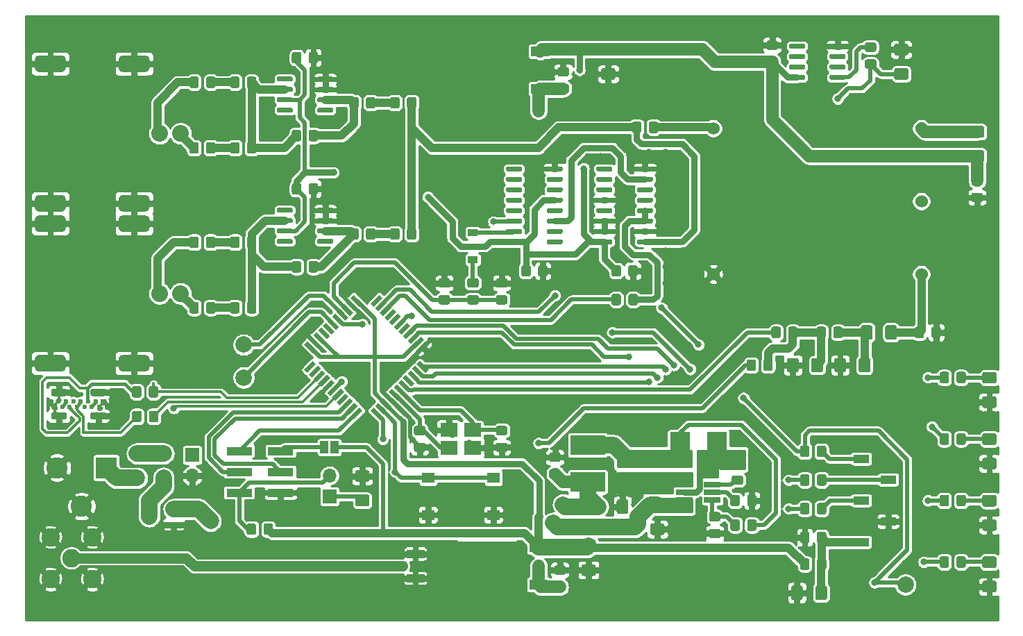
<source format=gbr>
%TF.GenerationSoftware,KiCad,Pcbnew,(5.1.9)-1*%
%TF.CreationDate,2021-04-06T10:28:04-05:00*%
%TF.ProjectId,simple-gpsdo,73696d70-6c65-42d6-9770-73646f2e6b69,C*%
%TF.SameCoordinates,Original*%
%TF.FileFunction,Copper,L1,Top*%
%TF.FilePolarity,Positive*%
%FSLAX46Y46*%
G04 Gerber Fmt 4.6, Leading zero omitted, Abs format (unit mm)*
G04 Created by KiCad (PCBNEW (5.1.9)-1) date 2021-04-06 10:28:04*
%MOMM*%
%LPD*%
G01*
G04 APERTURE LIST*
%TA.AperFunction,ComponentPad*%
%ADD10C,1.524000*%
%TD*%
%TA.AperFunction,SMDPad,CuDef*%
%ADD11R,1.200000X0.900000*%
%TD*%
%TA.AperFunction,ComponentPad*%
%ADD12R,2.600000X2.600000*%
%TD*%
%TA.AperFunction,ComponentPad*%
%ADD13C,2.600000*%
%TD*%
%TA.AperFunction,SMDPad,CuDef*%
%ADD14R,3.150000X1.000000*%
%TD*%
%TA.AperFunction,SMDPad,CuDef*%
%ADD15R,2.200000X1.050000*%
%TD*%
%TA.AperFunction,SMDPad,CuDef*%
%ADD16R,1.050000X1.000000*%
%TD*%
%TA.AperFunction,ComponentPad*%
%ADD17C,2.250000*%
%TD*%
%TA.AperFunction,SMDPad,CuDef*%
%ADD18R,1.000000X1.500000*%
%TD*%
%TA.AperFunction,SMDPad,CuDef*%
%ADD19R,1.550000X1.300000*%
%TD*%
%TA.AperFunction,SMDPad,CuDef*%
%ADD20C,0.100000*%
%TD*%
%TA.AperFunction,ComponentPad*%
%ADD21C,2.032000*%
%TD*%
%TA.AperFunction,SMDPad,CuDef*%
%ADD22R,1.900000X1.000000*%
%TD*%
%TA.AperFunction,ComponentPad*%
%ADD23R,1.700000X1.700000*%
%TD*%
%TA.AperFunction,ComponentPad*%
%ADD24O,1.700000X1.700000*%
%TD*%
%TA.AperFunction,SMDPad,CuDef*%
%ADD25C,2.000000*%
%TD*%
%TA.AperFunction,SMDPad,CuDef*%
%ADD26R,2.200000X1.200000*%
%TD*%
%TA.AperFunction,SMDPad,CuDef*%
%ADD27R,6.400000X5.800000*%
%TD*%
%TA.AperFunction,ComponentPad*%
%ADD28C,0.600000*%
%TD*%
%TA.AperFunction,SMDPad,CuDef*%
%ADD29R,2.100000X1.725000*%
%TD*%
%TA.AperFunction,SMDPad,CuDef*%
%ADD30R,2.000000X0.650000*%
%TD*%
%TA.AperFunction,SMDPad,CuDef*%
%ADD31R,2.400000X4.200000*%
%TD*%
%TA.AperFunction,SMDPad,CuDef*%
%ADD32R,4.200000X2.400000*%
%TD*%
%TA.AperFunction,SMDPad,CuDef*%
%ADD33R,1.900000X0.800000*%
%TD*%
%TA.AperFunction,ViaPad*%
%ADD34C,0.800000*%
%TD*%
%TA.AperFunction,ViaPad*%
%ADD35C,0.600000*%
%TD*%
%TA.AperFunction,ViaPad*%
%ADD36C,1.500000*%
%TD*%
%TA.AperFunction,Conductor*%
%ADD37C,0.300000*%
%TD*%
%TA.AperFunction,Conductor*%
%ADD38C,0.500000*%
%TD*%
%TA.AperFunction,Conductor*%
%ADD39C,1.000000*%
%TD*%
%TA.AperFunction,Conductor*%
%ADD40C,0.750000*%
%TD*%
%TA.AperFunction,Conductor*%
%ADD41C,2.000000*%
%TD*%
%TA.AperFunction,Conductor*%
%ADD42C,1.250000*%
%TD*%
%TA.AperFunction,Conductor*%
%ADD43C,1.500000*%
%TD*%
%TA.AperFunction,Conductor*%
%ADD44C,0.400000*%
%TD*%
%TA.AperFunction,Conductor*%
%ADD45C,0.254000*%
%TD*%
%TA.AperFunction,Conductor*%
%ADD46C,0.100000*%
%TD*%
%TA.AperFunction,Conductor*%
%ADD47C,0.250000*%
%TD*%
G04 APERTURE END LIST*
D10*
%TO.P,Y2,1*%
%TO.N,Net-(C26-Pad2)*%
X184700000Y-106890000D03*
%TO.P,Y2,2*%
%TO.N,Net-(Y2-Pad2)*%
X184700000Y-98000000D03*
%TO.P,Y2,3*%
%TO.N,Net-(FB2-Pad2)*%
X184700000Y-89110000D03*
%TO.P,Y2,4*%
%TO.N,Net-(R10-Pad2)*%
X159300000Y-89110000D03*
%TO.P,Y2,5*%
%TO.N,GND*%
X159300000Y-106890000D03*
%TD*%
%TO.P,U3,16*%
%TO.N,+5VA*%
%TA.AperFunction,SMDPad,CuDef*%
G36*
G01*
X147000000Y-102795000D02*
X147000000Y-103095000D01*
G75*
G02*
X146850000Y-103245000I-150000J0D01*
G01*
X145200000Y-103245000D01*
G75*
G02*
X145050000Y-103095000I0J150000D01*
G01*
X145050000Y-102795000D01*
G75*
G02*
X145200000Y-102645000I150000J0D01*
G01*
X146850000Y-102645000D01*
G75*
G02*
X147000000Y-102795000I0J-150000D01*
G01*
G37*
%TD.AperFunction*%
%TO.P,U3,15*%
%TO.N,GND*%
%TA.AperFunction,SMDPad,CuDef*%
G36*
G01*
X147000000Y-101525000D02*
X147000000Y-101825000D01*
G75*
G02*
X146850000Y-101975000I-150000J0D01*
G01*
X145200000Y-101975000D01*
G75*
G02*
X145050000Y-101825000I0J150000D01*
G01*
X145050000Y-101525000D01*
G75*
G02*
X145200000Y-101375000I150000J0D01*
G01*
X146850000Y-101375000D01*
G75*
G02*
X147000000Y-101525000I0J-150000D01*
G01*
G37*
%TD.AperFunction*%
%TO.P,U3,14*%
%TA.AperFunction,SMDPad,CuDef*%
G36*
G01*
X147000000Y-100255000D02*
X147000000Y-100555000D01*
G75*
G02*
X146850000Y-100705000I-150000J0D01*
G01*
X145200000Y-100705000D01*
G75*
G02*
X145050000Y-100555000I0J150000D01*
G01*
X145050000Y-100255000D01*
G75*
G02*
X145200000Y-100105000I150000J0D01*
G01*
X146850000Y-100105000D01*
G75*
G02*
X147000000Y-100255000I0J-150000D01*
G01*
G37*
%TD.AperFunction*%
%TO.P,U3,13*%
%TO.N,N/C*%
%TA.AperFunction,SMDPad,CuDef*%
G36*
G01*
X147000000Y-98985000D02*
X147000000Y-99285000D01*
G75*
G02*
X146850000Y-99435000I-150000J0D01*
G01*
X145200000Y-99435000D01*
G75*
G02*
X145050000Y-99285000I0J150000D01*
G01*
X145050000Y-98985000D01*
G75*
G02*
X145200000Y-98835000I150000J0D01*
G01*
X146850000Y-98835000D01*
G75*
G02*
X147000000Y-98985000I0J-150000D01*
G01*
G37*
%TD.AperFunction*%
%TO.P,U3,12*%
%TO.N,GND*%
%TA.AperFunction,SMDPad,CuDef*%
G36*
G01*
X147000000Y-97715000D02*
X147000000Y-98015000D01*
G75*
G02*
X146850000Y-98165000I-150000J0D01*
G01*
X145200000Y-98165000D01*
G75*
G02*
X145050000Y-98015000I0J150000D01*
G01*
X145050000Y-97715000D01*
G75*
G02*
X145200000Y-97565000I150000J0D01*
G01*
X146850000Y-97565000D01*
G75*
G02*
X147000000Y-97715000I0J-150000D01*
G01*
G37*
%TD.AperFunction*%
%TO.P,U3,11*%
%TO.N,N/C*%
%TA.AperFunction,SMDPad,CuDef*%
G36*
G01*
X147000000Y-96445000D02*
X147000000Y-96745000D01*
G75*
G02*
X146850000Y-96895000I-150000J0D01*
G01*
X145200000Y-96895000D01*
G75*
G02*
X145050000Y-96745000I0J150000D01*
G01*
X145050000Y-96445000D01*
G75*
G02*
X145200000Y-96295000I150000J0D01*
G01*
X146850000Y-96295000D01*
G75*
G02*
X147000000Y-96445000I0J-150000D01*
G01*
G37*
%TD.AperFunction*%
%TO.P,U3,10*%
%TA.AperFunction,SMDPad,CuDef*%
G36*
G01*
X147000000Y-95175000D02*
X147000000Y-95475000D01*
G75*
G02*
X146850000Y-95625000I-150000J0D01*
G01*
X145200000Y-95625000D01*
G75*
G02*
X145050000Y-95475000I0J150000D01*
G01*
X145050000Y-95175000D01*
G75*
G02*
X145200000Y-95025000I150000J0D01*
G01*
X146850000Y-95025000D01*
G75*
G02*
X147000000Y-95175000I0J-150000D01*
G01*
G37*
%TD.AperFunction*%
%TO.P,U3,9*%
%TA.AperFunction,SMDPad,CuDef*%
G36*
G01*
X147000000Y-93905000D02*
X147000000Y-94205000D01*
G75*
G02*
X146850000Y-94355000I-150000J0D01*
G01*
X145200000Y-94355000D01*
G75*
G02*
X145050000Y-94205000I0J150000D01*
G01*
X145050000Y-93905000D01*
G75*
G02*
X145200000Y-93755000I150000J0D01*
G01*
X146850000Y-93755000D01*
G75*
G02*
X147000000Y-93905000I0J-150000D01*
G01*
G37*
%TD.AperFunction*%
%TO.P,U3,8*%
%TO.N,GND*%
%TA.AperFunction,SMDPad,CuDef*%
G36*
G01*
X151950000Y-93905000D02*
X151950000Y-94205000D01*
G75*
G02*
X151800000Y-94355000I-150000J0D01*
G01*
X150150000Y-94355000D01*
G75*
G02*
X150000000Y-94205000I0J150000D01*
G01*
X150000000Y-93905000D01*
G75*
G02*
X150150000Y-93755000I150000J0D01*
G01*
X151800000Y-93755000D01*
G75*
G02*
X151950000Y-93905000I0J-150000D01*
G01*
G37*
%TD.AperFunction*%
%TO.P,U3,7*%
%TO.N,/1MHz*%
%TA.AperFunction,SMDPad,CuDef*%
G36*
G01*
X151950000Y-95175000D02*
X151950000Y-95475000D01*
G75*
G02*
X151800000Y-95625000I-150000J0D01*
G01*
X150150000Y-95625000D01*
G75*
G02*
X150000000Y-95475000I0J150000D01*
G01*
X150000000Y-95175000D01*
G75*
G02*
X150150000Y-95025000I150000J0D01*
G01*
X151800000Y-95025000D01*
G75*
G02*
X151950000Y-95175000I0J-150000D01*
G01*
G37*
%TD.AperFunction*%
%TO.P,U3,6*%
%TO.N,N/C*%
%TA.AperFunction,SMDPad,CuDef*%
G36*
G01*
X151950000Y-96445000D02*
X151950000Y-96745000D01*
G75*
G02*
X151800000Y-96895000I-150000J0D01*
G01*
X150150000Y-96895000D01*
G75*
G02*
X150000000Y-96745000I0J150000D01*
G01*
X150000000Y-96445000D01*
G75*
G02*
X150150000Y-96295000I150000J0D01*
G01*
X151800000Y-96295000D01*
G75*
G02*
X151950000Y-96445000I0J-150000D01*
G01*
G37*
%TD.AperFunction*%
%TO.P,U3,5*%
%TA.AperFunction,SMDPad,CuDef*%
G36*
G01*
X151950000Y-97715000D02*
X151950000Y-98015000D01*
G75*
G02*
X151800000Y-98165000I-150000J0D01*
G01*
X150150000Y-98165000D01*
G75*
G02*
X150000000Y-98015000I0J150000D01*
G01*
X150000000Y-97715000D01*
G75*
G02*
X150150000Y-97565000I150000J0D01*
G01*
X151800000Y-97565000D01*
G75*
G02*
X151950000Y-97715000I0J-150000D01*
G01*
G37*
%TD.AperFunction*%
%TO.P,U3,4*%
%TO.N,Net-(R7-Pad2)*%
%TA.AperFunction,SMDPad,CuDef*%
G36*
G01*
X151950000Y-98985000D02*
X151950000Y-99285000D01*
G75*
G02*
X151800000Y-99435000I-150000J0D01*
G01*
X150150000Y-99435000D01*
G75*
G02*
X150000000Y-99285000I0J150000D01*
G01*
X150000000Y-98985000D01*
G75*
G02*
X150150000Y-98835000I150000J0D01*
G01*
X151800000Y-98835000D01*
G75*
G02*
X151950000Y-98985000I0J-150000D01*
G01*
G37*
%TD.AperFunction*%
%TO.P,U3,3*%
%TA.AperFunction,SMDPad,CuDef*%
G36*
G01*
X151950000Y-100255000D02*
X151950000Y-100555000D01*
G75*
G02*
X151800000Y-100705000I-150000J0D01*
G01*
X150150000Y-100705000D01*
G75*
G02*
X150000000Y-100555000I0J150000D01*
G01*
X150000000Y-100255000D01*
G75*
G02*
X150150000Y-100105000I150000J0D01*
G01*
X151800000Y-100105000D01*
G75*
G02*
X151950000Y-100255000I0J-150000D01*
G01*
G37*
%TD.AperFunction*%
%TO.P,U3,2*%
%TO.N,GND*%
%TA.AperFunction,SMDPad,CuDef*%
G36*
G01*
X151950000Y-101525000D02*
X151950000Y-101825000D01*
G75*
G02*
X151800000Y-101975000I-150000J0D01*
G01*
X150150000Y-101975000D01*
G75*
G02*
X150000000Y-101825000I0J150000D01*
G01*
X150000000Y-101525000D01*
G75*
G02*
X150150000Y-101375000I150000J0D01*
G01*
X151800000Y-101375000D01*
G75*
G02*
X151950000Y-101525000I0J-150000D01*
G01*
G37*
%TD.AperFunction*%
%TO.P,U3,1*%
%TO.N,10MHz*%
%TA.AperFunction,SMDPad,CuDef*%
G36*
G01*
X151950000Y-102795000D02*
X151950000Y-103095000D01*
G75*
G02*
X151800000Y-103245000I-150000J0D01*
G01*
X150150000Y-103245000D01*
G75*
G02*
X150000000Y-103095000I0J150000D01*
G01*
X150000000Y-102795000D01*
G75*
G02*
X150150000Y-102645000I150000J0D01*
G01*
X151800000Y-102645000D01*
G75*
G02*
X151950000Y-102795000I0J-150000D01*
G01*
G37*
%TD.AperFunction*%
%TD*%
%TO.P,C1,2*%
%TO.N,XTAL1*%
%TA.AperFunction,SMDPad,CuDef*%
G36*
G01*
X133950001Y-126550000D02*
X133049999Y-126550000D01*
G75*
G02*
X132800000Y-126300001I0J249999D01*
G01*
X132800000Y-125649999D01*
G75*
G02*
X133049999Y-125400000I249999J0D01*
G01*
X133950001Y-125400000D01*
G75*
G02*
X134200000Y-125649999I0J-249999D01*
G01*
X134200000Y-126300001D01*
G75*
G02*
X133950001Y-126550000I-249999J0D01*
G01*
G37*
%TD.AperFunction*%
%TO.P,C1,1*%
%TO.N,GND*%
%TA.AperFunction,SMDPad,CuDef*%
G36*
G01*
X133950001Y-128600000D02*
X133049999Y-128600000D01*
G75*
G02*
X132800000Y-128350001I0J249999D01*
G01*
X132800000Y-127699999D01*
G75*
G02*
X133049999Y-127450000I249999J0D01*
G01*
X133950001Y-127450000D01*
G75*
G02*
X134200000Y-127699999I0J-249999D01*
G01*
X134200000Y-128350001D01*
G75*
G02*
X133950001Y-128600000I-249999J0D01*
G01*
G37*
%TD.AperFunction*%
%TD*%
%TO.P,C2,1*%
%TO.N,GND*%
%TA.AperFunction,SMDPad,CuDef*%
G36*
G01*
X123950001Y-128600000D02*
X123049999Y-128600000D01*
G75*
G02*
X122800000Y-128350001I0J249999D01*
G01*
X122800000Y-127699999D01*
G75*
G02*
X123049999Y-127450000I249999J0D01*
G01*
X123950001Y-127450000D01*
G75*
G02*
X124200000Y-127699999I0J-249999D01*
G01*
X124200000Y-128350001D01*
G75*
G02*
X123950001Y-128600000I-249999J0D01*
G01*
G37*
%TD.AperFunction*%
%TO.P,C2,2*%
%TO.N,XTAL2*%
%TA.AperFunction,SMDPad,CuDef*%
G36*
G01*
X123950001Y-126550000D02*
X123049999Y-126550000D01*
G75*
G02*
X122800000Y-126300001I0J249999D01*
G01*
X122800000Y-125649999D01*
G75*
G02*
X123049999Y-125400000I249999J0D01*
G01*
X123950001Y-125400000D01*
G75*
G02*
X124200000Y-125649999I0J-249999D01*
G01*
X124200000Y-126300001D01*
G75*
G02*
X123950001Y-126550000I-249999J0D01*
G01*
G37*
%TD.AperFunction*%
%TD*%
%TO.P,C9,1*%
%TO.N,GND*%
%TA.AperFunction,SMDPad,CuDef*%
G36*
G01*
X150100000Y-106049999D02*
X150100000Y-106950001D01*
G75*
G02*
X149850001Y-107200000I-249999J0D01*
G01*
X149199999Y-107200000D01*
G75*
G02*
X148950000Y-106950001I0J249999D01*
G01*
X148950000Y-106049999D01*
G75*
G02*
X149199999Y-105800000I249999J0D01*
G01*
X149850001Y-105800000D01*
G75*
G02*
X150100000Y-106049999I0J-249999D01*
G01*
G37*
%TD.AperFunction*%
%TO.P,C9,2*%
%TO.N,+5VA*%
%TA.AperFunction,SMDPad,CuDef*%
G36*
G01*
X148050000Y-106049999D02*
X148050000Y-106950001D01*
G75*
G02*
X147800001Y-107200000I-249999J0D01*
G01*
X147149999Y-107200000D01*
G75*
G02*
X146900000Y-106950001I0J249999D01*
G01*
X146900000Y-106049999D01*
G75*
G02*
X147149999Y-105800000I249999J0D01*
G01*
X147800001Y-105800000D01*
G75*
G02*
X148050000Y-106049999I0J-249999D01*
G01*
G37*
%TD.AperFunction*%
%TD*%
%TO.P,C10,2*%
%TO.N,+5VA*%
%TA.AperFunction,SMDPad,CuDef*%
G36*
G01*
X137050000Y-106049999D02*
X137050000Y-106950001D01*
G75*
G02*
X136800001Y-107200000I-249999J0D01*
G01*
X136149999Y-107200000D01*
G75*
G02*
X135900000Y-106950001I0J249999D01*
G01*
X135900000Y-106049999D01*
G75*
G02*
X136149999Y-105800000I249999J0D01*
G01*
X136800001Y-105800000D01*
G75*
G02*
X137050000Y-106049999I0J-249999D01*
G01*
G37*
%TD.AperFunction*%
%TO.P,C10,1*%
%TO.N,GND*%
%TA.AperFunction,SMDPad,CuDef*%
G36*
G01*
X139100000Y-106049999D02*
X139100000Y-106950001D01*
G75*
G02*
X138850001Y-107200000I-249999J0D01*
G01*
X138199999Y-107200000D01*
G75*
G02*
X137950000Y-106950001I0J249999D01*
G01*
X137950000Y-106049999D01*
G75*
G02*
X138199999Y-105800000I249999J0D01*
G01*
X138850001Y-105800000D01*
G75*
G02*
X139100000Y-106049999I0J-249999D01*
G01*
G37*
%TD.AperFunction*%
%TD*%
%TO.P,C13,2*%
%TO.N,ADC0*%
%TA.AperFunction,SMDPad,CuDef*%
G36*
G01*
X126049999Y-109450000D02*
X126950001Y-109450000D01*
G75*
G02*
X127200000Y-109699999I0J-249999D01*
G01*
X127200000Y-110350001D01*
G75*
G02*
X126950001Y-110600000I-249999J0D01*
G01*
X126049999Y-110600000D01*
G75*
G02*
X125800000Y-110350001I0J249999D01*
G01*
X125800000Y-109699999D01*
G75*
G02*
X126049999Y-109450000I249999J0D01*
G01*
G37*
%TD.AperFunction*%
%TO.P,C13,1*%
%TO.N,GND*%
%TA.AperFunction,SMDPad,CuDef*%
G36*
G01*
X126049999Y-107400000D02*
X126950001Y-107400000D01*
G75*
G02*
X127200000Y-107649999I0J-249999D01*
G01*
X127200000Y-108300001D01*
G75*
G02*
X126950001Y-108550000I-249999J0D01*
G01*
X126049999Y-108550000D01*
G75*
G02*
X125800000Y-108300001I0J249999D01*
G01*
X125800000Y-107649999D01*
G75*
G02*
X126049999Y-107400000I249999J0D01*
G01*
G37*
%TD.AperFunction*%
%TD*%
%TO.P,C14,1*%
%TO.N,Net-(C14-Pad1)*%
%TA.AperFunction,SMDPad,CuDef*%
G36*
G01*
X119900000Y-102450001D02*
X119900000Y-101549999D01*
G75*
G02*
X120149999Y-101300000I249999J0D01*
G01*
X120800001Y-101300000D01*
G75*
G02*
X121050000Y-101549999I0J-249999D01*
G01*
X121050000Y-102450001D01*
G75*
G02*
X120800001Y-102700000I-249999J0D01*
G01*
X120149999Y-102700000D01*
G75*
G02*
X119900000Y-102450001I0J249999D01*
G01*
G37*
%TD.AperFunction*%
%TO.P,C14,2*%
%TO.N,10MHz*%
%TA.AperFunction,SMDPad,CuDef*%
G36*
G01*
X121950000Y-102450001D02*
X121950000Y-101549999D01*
G75*
G02*
X122199999Y-101300000I249999J0D01*
G01*
X122850001Y-101300000D01*
G75*
G02*
X123100000Y-101549999I0J-249999D01*
G01*
X123100000Y-102450001D01*
G75*
G02*
X122850001Y-102700000I-249999J0D01*
G01*
X122199999Y-102700000D01*
G75*
G02*
X121950000Y-102450001I0J249999D01*
G01*
G37*
%TD.AperFunction*%
%TD*%
%TO.P,C15,2*%
%TO.N,10MHz*%
%TA.AperFunction,SMDPad,CuDef*%
G36*
G01*
X121950000Y-86450001D02*
X121950000Y-85549999D01*
G75*
G02*
X122199999Y-85300000I249999J0D01*
G01*
X122850001Y-85300000D01*
G75*
G02*
X123100000Y-85549999I0J-249999D01*
G01*
X123100000Y-86450001D01*
G75*
G02*
X122850001Y-86700000I-249999J0D01*
G01*
X122199999Y-86700000D01*
G75*
G02*
X121950000Y-86450001I0J249999D01*
G01*
G37*
%TD.AperFunction*%
%TO.P,C15,1*%
%TO.N,Net-(C15-Pad1)*%
%TA.AperFunction,SMDPad,CuDef*%
G36*
G01*
X119900000Y-86450001D02*
X119900000Y-85549999D01*
G75*
G02*
X120149999Y-85300000I249999J0D01*
G01*
X120800001Y-85300000D01*
G75*
G02*
X121050000Y-85549999I0J-249999D01*
G01*
X121050000Y-86450001D01*
G75*
G02*
X120800001Y-86700000I-249999J0D01*
G01*
X120149999Y-86700000D01*
G75*
G02*
X119900000Y-86450001I0J249999D01*
G01*
G37*
%TD.AperFunction*%
%TD*%
%TO.P,C16,2*%
%TO.N,+5VA*%
%TA.AperFunction,SMDPad,CuDef*%
G36*
G01*
X109050000Y-96049999D02*
X109050000Y-96950001D01*
G75*
G02*
X108800001Y-97200000I-249999J0D01*
G01*
X108149999Y-97200000D01*
G75*
G02*
X107900000Y-96950001I0J249999D01*
G01*
X107900000Y-96049999D01*
G75*
G02*
X108149999Y-95800000I249999J0D01*
G01*
X108800001Y-95800000D01*
G75*
G02*
X109050000Y-96049999I0J-249999D01*
G01*
G37*
%TD.AperFunction*%
%TO.P,C16,1*%
%TO.N,GND*%
%TA.AperFunction,SMDPad,CuDef*%
G36*
G01*
X111100000Y-96049999D02*
X111100000Y-96950001D01*
G75*
G02*
X110850001Y-97200000I-249999J0D01*
G01*
X110199999Y-97200000D01*
G75*
G02*
X109950000Y-96950001I0J249999D01*
G01*
X109950000Y-96049999D01*
G75*
G02*
X110199999Y-95800000I249999J0D01*
G01*
X110850001Y-95800000D01*
G75*
G02*
X111100000Y-96049999I0J-249999D01*
G01*
G37*
%TD.AperFunction*%
%TD*%
%TO.P,C17,1*%
%TO.N,GND*%
%TA.AperFunction,SMDPad,CuDef*%
G36*
G01*
X111100000Y-80049999D02*
X111100000Y-80950001D01*
G75*
G02*
X110850001Y-81200000I-249999J0D01*
G01*
X110199999Y-81200000D01*
G75*
G02*
X109950000Y-80950001I0J249999D01*
G01*
X109950000Y-80049999D01*
G75*
G02*
X110199999Y-79800000I249999J0D01*
G01*
X110850001Y-79800000D01*
G75*
G02*
X111100000Y-80049999I0J-249999D01*
G01*
G37*
%TD.AperFunction*%
%TO.P,C17,2*%
%TO.N,+5VA*%
%TA.AperFunction,SMDPad,CuDef*%
G36*
G01*
X109050000Y-80049999D02*
X109050000Y-80950001D01*
G75*
G02*
X108800001Y-81200000I-249999J0D01*
G01*
X108149999Y-81200000D01*
G75*
G02*
X107900000Y-80950001I0J249999D01*
G01*
X107900000Y-80049999D01*
G75*
G02*
X108149999Y-79800000I249999J0D01*
G01*
X108800001Y-79800000D01*
G75*
G02*
X109050000Y-80049999I0J-249999D01*
G01*
G37*
%TD.AperFunction*%
%TD*%
%TO.P,C18,2*%
%TO.N,Net-(C18-Pad2)*%
%TA.AperFunction,SMDPad,CuDef*%
G36*
G01*
X102425000Y-111450001D02*
X102425000Y-110549999D01*
G75*
G02*
X102674999Y-110300000I249999J0D01*
G01*
X103325001Y-110300000D01*
G75*
G02*
X103575000Y-110549999I0J-249999D01*
G01*
X103575000Y-111450001D01*
G75*
G02*
X103325001Y-111700000I-249999J0D01*
G01*
X102674999Y-111700000D01*
G75*
G02*
X102425000Y-111450001I0J249999D01*
G01*
G37*
%TD.AperFunction*%
%TO.P,C18,1*%
%TO.N,Net-(C18-Pad1)*%
%TA.AperFunction,SMDPad,CuDef*%
G36*
G01*
X100375000Y-111450001D02*
X100375000Y-110549999D01*
G75*
G02*
X100624999Y-110300000I249999J0D01*
G01*
X101275001Y-110300000D01*
G75*
G02*
X101525000Y-110549999I0J-249999D01*
G01*
X101525000Y-111450001D01*
G75*
G02*
X101275001Y-111700000I-249999J0D01*
G01*
X100624999Y-111700000D01*
G75*
G02*
X100375000Y-111450001I0J249999D01*
G01*
G37*
%TD.AperFunction*%
%TD*%
%TO.P,C19,1*%
%TO.N,Net-(C19-Pad1)*%
%TA.AperFunction,SMDPad,CuDef*%
G36*
G01*
X100375000Y-103450001D02*
X100375000Y-102549999D01*
G75*
G02*
X100624999Y-102300000I249999J0D01*
G01*
X101275001Y-102300000D01*
G75*
G02*
X101525000Y-102549999I0J-249999D01*
G01*
X101525000Y-103450001D01*
G75*
G02*
X101275001Y-103700000I-249999J0D01*
G01*
X100624999Y-103700000D01*
G75*
G02*
X100375000Y-103450001I0J249999D01*
G01*
G37*
%TD.AperFunction*%
%TO.P,C19,2*%
%TO.N,Net-(C18-Pad2)*%
%TA.AperFunction,SMDPad,CuDef*%
G36*
G01*
X102425000Y-103450001D02*
X102425000Y-102549999D01*
G75*
G02*
X102674999Y-102300000I249999J0D01*
G01*
X103325001Y-102300000D01*
G75*
G02*
X103575000Y-102549999I0J-249999D01*
G01*
X103575000Y-103450001D01*
G75*
G02*
X103325001Y-103700000I-249999J0D01*
G01*
X102674999Y-103700000D01*
G75*
G02*
X102425000Y-103450001I0J249999D01*
G01*
G37*
%TD.AperFunction*%
%TD*%
%TO.P,C20,2*%
%TO.N,Net-(C20-Pad2)*%
%TA.AperFunction,SMDPad,CuDef*%
G36*
G01*
X102425000Y-91950001D02*
X102425000Y-91049999D01*
G75*
G02*
X102674999Y-90800000I249999J0D01*
G01*
X103325001Y-90800000D01*
G75*
G02*
X103575000Y-91049999I0J-249999D01*
G01*
X103575000Y-91950001D01*
G75*
G02*
X103325001Y-92200000I-249999J0D01*
G01*
X102674999Y-92200000D01*
G75*
G02*
X102425000Y-91950001I0J249999D01*
G01*
G37*
%TD.AperFunction*%
%TO.P,C20,1*%
%TO.N,Net-(C20-Pad1)*%
%TA.AperFunction,SMDPad,CuDef*%
G36*
G01*
X100375000Y-91950001D02*
X100375000Y-91049999D01*
G75*
G02*
X100624999Y-90800000I249999J0D01*
G01*
X101275001Y-90800000D01*
G75*
G02*
X101525000Y-91049999I0J-249999D01*
G01*
X101525000Y-91950001D01*
G75*
G02*
X101275001Y-92200000I-249999J0D01*
G01*
X100624999Y-92200000D01*
G75*
G02*
X100375000Y-91950001I0J249999D01*
G01*
G37*
%TD.AperFunction*%
%TD*%
%TO.P,C21,1*%
%TO.N,Net-(C21-Pad1)*%
%TA.AperFunction,SMDPad,CuDef*%
G36*
G01*
X100375000Y-83950001D02*
X100375000Y-83049999D01*
G75*
G02*
X100624999Y-82800000I249999J0D01*
G01*
X101275001Y-82800000D01*
G75*
G02*
X101525000Y-83049999I0J-249999D01*
G01*
X101525000Y-83950001D01*
G75*
G02*
X101275001Y-84200000I-249999J0D01*
G01*
X100624999Y-84200000D01*
G75*
G02*
X100375000Y-83950001I0J249999D01*
G01*
G37*
%TD.AperFunction*%
%TO.P,C21,2*%
%TO.N,Net-(C20-Pad2)*%
%TA.AperFunction,SMDPad,CuDef*%
G36*
G01*
X102425000Y-83950001D02*
X102425000Y-83049999D01*
G75*
G02*
X102674999Y-82800000I249999J0D01*
G01*
X103325001Y-82800000D01*
G75*
G02*
X103575000Y-83049999I0J-249999D01*
G01*
X103575000Y-83950001D01*
G75*
G02*
X103325001Y-84200000I-249999J0D01*
G01*
X102674999Y-84200000D01*
G75*
G02*
X102425000Y-83950001I0J249999D01*
G01*
G37*
%TD.AperFunction*%
%TD*%
D11*
%TO.P,D1,1*%
%TO.N,Net-(D1-Pad1)*%
X130000000Y-105150000D03*
%TO.P,D1,2*%
%TO.N,Net-(D1-Pad2)*%
X130000000Y-101850000D03*
%TD*%
%TO.P,F1,1*%
%TO.N,Net-(F1-Pad1)*%
%TA.AperFunction,SMDPad,CuDef*%
G36*
G01*
X88375000Y-128062500D02*
X89625000Y-128062500D01*
G75*
G02*
X89875000Y-128312500I0J-250000D01*
G01*
X89875000Y-129237500D01*
G75*
G02*
X89625000Y-129487500I-250000J0D01*
G01*
X88375000Y-129487500D01*
G75*
G02*
X88125000Y-129237500I0J250000D01*
G01*
X88125000Y-128312500D01*
G75*
G02*
X88375000Y-128062500I250000J0D01*
G01*
G37*
%TD.AperFunction*%
%TO.P,F1,2*%
%TO.N,Net-(F1-Pad2)*%
%TA.AperFunction,SMDPad,CuDef*%
G36*
G01*
X88375000Y-131037500D02*
X89625000Y-131037500D01*
G75*
G02*
X89875000Y-131287500I0J-250000D01*
G01*
X89875000Y-132212500D01*
G75*
G02*
X89625000Y-132462500I-250000J0D01*
G01*
X88375000Y-132462500D01*
G75*
G02*
X88125000Y-132212500I0J250000D01*
G01*
X88125000Y-131287500D01*
G75*
G02*
X88375000Y-131037500I250000J0D01*
G01*
G37*
%TD.AperFunction*%
%TD*%
D12*
%TO.P,J2,1*%
%TO.N,Net-(F1-Pad2)*%
X85250000Y-130500000D03*
D13*
%TO.P,J2,2*%
%TO.N,GND*%
X79250000Y-130500000D03*
%TO.P,J2,3*%
X82250000Y-135200000D03*
%TD*%
D14*
%TO.P,J3,1*%
%TO.N,ISP_MISO*%
X101475000Y-128460000D03*
%TO.P,J3,2*%
%TO.N,Net-(J3-Pad2)*%
X106525000Y-128460000D03*
%TO.P,J3,3*%
%TO.N,ISP_SCK*%
X101475000Y-131000000D03*
%TO.P,J3,4*%
%TO.N,ISP_MOSI*%
X106525000Y-131000000D03*
%TO.P,J3,5*%
%TO.N,~RST*%
X101475000Y-133540000D03*
%TO.P,J3,6*%
%TO.N,GND*%
X106525000Y-133540000D03*
%TD*%
D15*
%TO.P,J4,2*%
%TO.N,GND*%
X122975000Y-143975000D03*
D16*
%TO.P,J4,1*%
%TO.N,Net-(J4-Pad1)*%
X121450000Y-142500000D03*
D15*
%TO.P,J4,2*%
%TO.N,GND*%
X122975000Y-141025000D03*
%TD*%
D17*
%TO.P,J5,2*%
%TO.N,GND*%
X83540000Y-144040000D03*
X78460000Y-144040000D03*
X78460000Y-138960000D03*
X83540000Y-138960000D03*
%TO.P,J5,1*%
%TO.N,Net-(J4-Pad1)*%
X81000000Y-141500000D03*
%TD*%
D18*
%TO.P,JP1,2*%
%TO.N,+5VD*%
X113150000Y-128000000D03*
%TO.P,JP1,1*%
%TO.N,Net-(J3-Pad2)*%
X111850000Y-128000000D03*
%TD*%
%TO.P,R1,2*%
%TO.N,Net-(J9-PadA7)*%
%TA.AperFunction,SMDPad,CuDef*%
G36*
G01*
X89550000Y-120799999D02*
X89550000Y-121700001D01*
G75*
G02*
X89300001Y-121950000I-249999J0D01*
G01*
X88649999Y-121950000D01*
G75*
G02*
X88400000Y-121700001I0J249999D01*
G01*
X88400000Y-120799999D01*
G75*
G02*
X88649999Y-120550000I249999J0D01*
G01*
X89300001Y-120550000D01*
G75*
G02*
X89550000Y-120799999I0J-249999D01*
G01*
G37*
%TD.AperFunction*%
%TO.P,R1,1*%
%TO.N,Net-(R1-Pad1)*%
%TA.AperFunction,SMDPad,CuDef*%
G36*
G01*
X91600000Y-120799999D02*
X91600000Y-121700001D01*
G75*
G02*
X91350001Y-121950000I-249999J0D01*
G01*
X90699999Y-121950000D01*
G75*
G02*
X90450000Y-121700001I0J249999D01*
G01*
X90450000Y-120799999D01*
G75*
G02*
X90699999Y-120550000I249999J0D01*
G01*
X91350001Y-120550000D01*
G75*
G02*
X91600000Y-120799999I0J-249999D01*
G01*
G37*
%TD.AperFunction*%
%TD*%
%TO.P,R2,1*%
%TO.N,Net-(J9-PadA6)*%
%TA.AperFunction,SMDPad,CuDef*%
G36*
G01*
X88425000Y-124700001D02*
X88425000Y-123799999D01*
G75*
G02*
X88674999Y-123550000I249999J0D01*
G01*
X89325001Y-123550000D01*
G75*
G02*
X89575000Y-123799999I0J-249999D01*
G01*
X89575000Y-124700001D01*
G75*
G02*
X89325001Y-124950000I-249999J0D01*
G01*
X88674999Y-124950000D01*
G75*
G02*
X88425000Y-124700001I0J249999D01*
G01*
G37*
%TD.AperFunction*%
%TO.P,R2,2*%
%TO.N,Net-(R2-Pad2)*%
%TA.AperFunction,SMDPad,CuDef*%
G36*
G01*
X90475000Y-124700001D02*
X90475000Y-123799999D01*
G75*
G02*
X90724999Y-123550000I249999J0D01*
G01*
X91375001Y-123550000D01*
G75*
G02*
X91625000Y-123799999I0J-249999D01*
G01*
X91625000Y-124700001D01*
G75*
G02*
X91375001Y-124950000I-249999J0D01*
G01*
X90724999Y-124950000D01*
G75*
G02*
X90475000Y-124700001I0J249999D01*
G01*
G37*
%TD.AperFunction*%
%TD*%
%TO.P,R3,2*%
%TO.N,~RST*%
%TA.AperFunction,SMDPad,CuDef*%
G36*
G01*
X103550000Y-137549999D02*
X103550000Y-138450001D01*
G75*
G02*
X103300001Y-138700000I-249999J0D01*
G01*
X102649999Y-138700000D01*
G75*
G02*
X102400000Y-138450001I0J249999D01*
G01*
X102400000Y-137549999D01*
G75*
G02*
X102649999Y-137300000I249999J0D01*
G01*
X103300001Y-137300000D01*
G75*
G02*
X103550000Y-137549999I0J-249999D01*
G01*
G37*
%TD.AperFunction*%
%TO.P,R3,1*%
%TO.N,+5VD*%
%TA.AperFunction,SMDPad,CuDef*%
G36*
G01*
X105600000Y-137549999D02*
X105600000Y-138450001D01*
G75*
G02*
X105350001Y-138700000I-249999J0D01*
G01*
X104699999Y-138700000D01*
G75*
G02*
X104450000Y-138450001I0J249999D01*
G01*
X104450000Y-137549999D01*
G75*
G02*
X104699999Y-137300000I249999J0D01*
G01*
X105350001Y-137300000D01*
G75*
G02*
X105600000Y-137549999I0J-249999D01*
G01*
G37*
%TD.AperFunction*%
%TD*%
%TO.P,R8,2*%
%TO.N,OVEN_TEMP*%
%TA.AperFunction,SMDPad,CuDef*%
G36*
G01*
X188075000Y-134049999D02*
X188075000Y-134950001D01*
G75*
G02*
X187825001Y-135200000I-249999J0D01*
G01*
X187174999Y-135200000D01*
G75*
G02*
X186925000Y-134950001I0J249999D01*
G01*
X186925000Y-134049999D01*
G75*
G02*
X187174999Y-133800000I249999J0D01*
G01*
X187825001Y-133800000D01*
G75*
G02*
X188075000Y-134049999I0J-249999D01*
G01*
G37*
%TD.AperFunction*%
%TO.P,R8,1*%
%TO.N,Net-(D2-Pad2)*%
%TA.AperFunction,SMDPad,CuDef*%
G36*
G01*
X190125000Y-134049999D02*
X190125000Y-134950001D01*
G75*
G02*
X189875001Y-135200000I-249999J0D01*
G01*
X189224999Y-135200000D01*
G75*
G02*
X188975000Y-134950001I0J249999D01*
G01*
X188975000Y-134049999D01*
G75*
G02*
X189224999Y-133800000I249999J0D01*
G01*
X189875001Y-133800000D01*
G75*
G02*
X190125000Y-134049999I0J-249999D01*
G01*
G37*
%TD.AperFunction*%
%TD*%
%TO.P,R9,2*%
%TO.N,TIME_LOCK*%
%TA.AperFunction,SMDPad,CuDef*%
G36*
G01*
X188075000Y-119049999D02*
X188075000Y-119950001D01*
G75*
G02*
X187825001Y-120200000I-249999J0D01*
G01*
X187174999Y-120200000D01*
G75*
G02*
X186925000Y-119950001I0J249999D01*
G01*
X186925000Y-119049999D01*
G75*
G02*
X187174999Y-118800000I249999J0D01*
G01*
X187825001Y-118800000D01*
G75*
G02*
X188075000Y-119049999I0J-249999D01*
G01*
G37*
%TD.AperFunction*%
%TO.P,R9,1*%
%TO.N,Net-(D3-Pad2)*%
%TA.AperFunction,SMDPad,CuDef*%
G36*
G01*
X190125000Y-119049999D02*
X190125000Y-119950001D01*
G75*
G02*
X189875001Y-120200000I-249999J0D01*
G01*
X189224999Y-120200000D01*
G75*
G02*
X188975000Y-119950001I0J249999D01*
G01*
X188975000Y-119049999D01*
G75*
G02*
X189224999Y-118800000I249999J0D01*
G01*
X189875001Y-118800000D01*
G75*
G02*
X190125000Y-119049999I0J-249999D01*
G01*
G37*
%TD.AperFunction*%
%TD*%
%TO.P,R11,1*%
%TO.N,Net-(D1-Pad1)*%
%TA.AperFunction,SMDPad,CuDef*%
G36*
G01*
X129549999Y-107400000D02*
X130450001Y-107400000D01*
G75*
G02*
X130700000Y-107649999I0J-249999D01*
G01*
X130700000Y-108300001D01*
G75*
G02*
X130450001Y-108550000I-249999J0D01*
G01*
X129549999Y-108550000D01*
G75*
G02*
X129300000Y-108300001I0J249999D01*
G01*
X129300000Y-107649999D01*
G75*
G02*
X129549999Y-107400000I249999J0D01*
G01*
G37*
%TD.AperFunction*%
%TO.P,R11,2*%
%TO.N,ADC0*%
%TA.AperFunction,SMDPad,CuDef*%
G36*
G01*
X129549999Y-109450000D02*
X130450001Y-109450000D01*
G75*
G02*
X130700000Y-109699999I0J-249999D01*
G01*
X130700000Y-110350001D01*
G75*
G02*
X130450001Y-110600000I-249999J0D01*
G01*
X129549999Y-110600000D01*
G75*
G02*
X129300000Y-110350001I0J249999D01*
G01*
X129300000Y-109699999D01*
G75*
G02*
X129549999Y-109450000I249999J0D01*
G01*
G37*
%TD.AperFunction*%
%TD*%
%TO.P,R12,2*%
%TO.N,GND*%
%TA.AperFunction,SMDPad,CuDef*%
G36*
G01*
X133950001Y-108550000D02*
X133049999Y-108550000D01*
G75*
G02*
X132800000Y-108300001I0J249999D01*
G01*
X132800000Y-107649999D01*
G75*
G02*
X133049999Y-107400000I249999J0D01*
G01*
X133950001Y-107400000D01*
G75*
G02*
X134200000Y-107649999I0J-249999D01*
G01*
X134200000Y-108300001D01*
G75*
G02*
X133950001Y-108550000I-249999J0D01*
G01*
G37*
%TD.AperFunction*%
%TO.P,R12,1*%
%TO.N,ADC0*%
%TA.AperFunction,SMDPad,CuDef*%
G36*
G01*
X133950001Y-110600000D02*
X133049999Y-110600000D01*
G75*
G02*
X132800000Y-110350001I0J249999D01*
G01*
X132800000Y-109699999D01*
G75*
G02*
X133049999Y-109450000I249999J0D01*
G01*
X133950001Y-109450000D01*
G75*
G02*
X134200000Y-109699999I0J-249999D01*
G01*
X134200000Y-110350001D01*
G75*
G02*
X133950001Y-110600000I-249999J0D01*
G01*
G37*
%TD.AperFunction*%
%TD*%
%TO.P,R13,2*%
%TO.N,POWER_OK*%
%TA.AperFunction,SMDPad,CuDef*%
G36*
G01*
X188075000Y-141549999D02*
X188075000Y-142450001D01*
G75*
G02*
X187825001Y-142700000I-249999J0D01*
G01*
X187174999Y-142700000D01*
G75*
G02*
X186925000Y-142450001I0J249999D01*
G01*
X186925000Y-141549999D01*
G75*
G02*
X187174999Y-141300000I249999J0D01*
G01*
X187825001Y-141300000D01*
G75*
G02*
X188075000Y-141549999I0J-249999D01*
G01*
G37*
%TD.AperFunction*%
%TO.P,R13,1*%
%TO.N,Net-(D4-Pad2)*%
%TA.AperFunction,SMDPad,CuDef*%
G36*
G01*
X190125000Y-141549999D02*
X190125000Y-142450001D01*
G75*
G02*
X189875001Y-142700000I-249999J0D01*
G01*
X189224999Y-142700000D01*
G75*
G02*
X188975000Y-142450001I0J249999D01*
G01*
X188975000Y-141549999D01*
G75*
G02*
X189224999Y-141300000I249999J0D01*
G01*
X189875001Y-141300000D01*
G75*
G02*
X190125000Y-141549999I0J-249999D01*
G01*
G37*
%TD.AperFunction*%
%TD*%
%TO.P,R14,1*%
%TO.N,Net-(D5-Pad2)*%
%TA.AperFunction,SMDPad,CuDef*%
G36*
G01*
X190125000Y-126549999D02*
X190125000Y-127450001D01*
G75*
G02*
X189875001Y-127700000I-249999J0D01*
G01*
X189224999Y-127700000D01*
G75*
G02*
X188975000Y-127450001I0J249999D01*
G01*
X188975000Y-126549999D01*
G75*
G02*
X189224999Y-126300000I249999J0D01*
G01*
X189875001Y-126300000D01*
G75*
G02*
X190125000Y-126549999I0J-249999D01*
G01*
G37*
%TD.AperFunction*%
%TO.P,R14,2*%
%TO.N,GPS_LOCK*%
%TA.AperFunction,SMDPad,CuDef*%
G36*
G01*
X188075000Y-126549999D02*
X188075000Y-127450001D01*
G75*
G02*
X187825001Y-127700000I-249999J0D01*
G01*
X187174999Y-127700000D01*
G75*
G02*
X186925000Y-127450001I0J249999D01*
G01*
X186925000Y-126549999D01*
G75*
G02*
X187174999Y-126300000I249999J0D01*
G01*
X187825001Y-126300000D01*
G75*
G02*
X188075000Y-126549999I0J-249999D01*
G01*
G37*
%TD.AperFunction*%
%TD*%
%TO.P,R17,1*%
%TO.N,Net-(R17-Pad1)*%
%TA.AperFunction,SMDPad,CuDef*%
G36*
G01*
X114900000Y-102450001D02*
X114900000Y-101549999D01*
G75*
G02*
X115149999Y-101300000I249999J0D01*
G01*
X115800001Y-101300000D01*
G75*
G02*
X116050000Y-101549999I0J-249999D01*
G01*
X116050000Y-102450001D01*
G75*
G02*
X115800001Y-102700000I-249999J0D01*
G01*
X115149999Y-102700000D01*
G75*
G02*
X114900000Y-102450001I0J249999D01*
G01*
G37*
%TD.AperFunction*%
%TO.P,R17,2*%
%TO.N,Net-(C14-Pad1)*%
%TA.AperFunction,SMDPad,CuDef*%
G36*
G01*
X116950000Y-102450001D02*
X116950000Y-101549999D01*
G75*
G02*
X117199999Y-101300000I249999J0D01*
G01*
X117850001Y-101300000D01*
G75*
G02*
X118100000Y-101549999I0J-249999D01*
G01*
X118100000Y-102450001D01*
G75*
G02*
X117850001Y-102700000I-249999J0D01*
G01*
X117199999Y-102700000D01*
G75*
G02*
X116950000Y-102450001I0J249999D01*
G01*
G37*
%TD.AperFunction*%
%TD*%
%TO.P,R18,2*%
%TO.N,Net-(C15-Pad1)*%
%TA.AperFunction,SMDPad,CuDef*%
G36*
G01*
X116950000Y-86450001D02*
X116950000Y-85549999D01*
G75*
G02*
X117199999Y-85300000I249999J0D01*
G01*
X117850001Y-85300000D01*
G75*
G02*
X118100000Y-85549999I0J-249999D01*
G01*
X118100000Y-86450001D01*
G75*
G02*
X117850001Y-86700000I-249999J0D01*
G01*
X117199999Y-86700000D01*
G75*
G02*
X116950000Y-86450001I0J249999D01*
G01*
G37*
%TD.AperFunction*%
%TO.P,R18,1*%
%TO.N,Net-(R18-Pad1)*%
%TA.AperFunction,SMDPad,CuDef*%
G36*
G01*
X114900000Y-86450001D02*
X114900000Y-85549999D01*
G75*
G02*
X115149999Y-85300000I249999J0D01*
G01*
X115800001Y-85300000D01*
G75*
G02*
X116050000Y-85549999I0J-249999D01*
G01*
X116050000Y-86450001D01*
G75*
G02*
X115800001Y-86700000I-249999J0D01*
G01*
X115149999Y-86700000D01*
G75*
G02*
X114900000Y-86450001I0J249999D01*
G01*
G37*
%TD.AperFunction*%
%TD*%
%TO.P,R19,2*%
%TO.N,Net-(R17-Pad1)*%
%TA.AperFunction,SMDPad,CuDef*%
G36*
G01*
X109950000Y-106450001D02*
X109950000Y-105549999D01*
G75*
G02*
X110199999Y-105300000I249999J0D01*
G01*
X110850001Y-105300000D01*
G75*
G02*
X111100000Y-105549999I0J-249999D01*
G01*
X111100000Y-106450001D01*
G75*
G02*
X110850001Y-106700000I-249999J0D01*
G01*
X110199999Y-106700000D01*
G75*
G02*
X109950000Y-106450001I0J249999D01*
G01*
G37*
%TD.AperFunction*%
%TO.P,R19,1*%
%TO.N,Net-(C18-Pad2)*%
%TA.AperFunction,SMDPad,CuDef*%
G36*
G01*
X107900000Y-106450001D02*
X107900000Y-105549999D01*
G75*
G02*
X108149999Y-105300000I249999J0D01*
G01*
X108800001Y-105300000D01*
G75*
G02*
X109050000Y-105549999I0J-249999D01*
G01*
X109050000Y-106450001D01*
G75*
G02*
X108800001Y-106700000I-249999J0D01*
G01*
X108149999Y-106700000D01*
G75*
G02*
X107900000Y-106450001I0J249999D01*
G01*
G37*
%TD.AperFunction*%
%TD*%
%TO.P,R20,1*%
%TO.N,Net-(C20-Pad2)*%
%TA.AperFunction,SMDPad,CuDef*%
G36*
G01*
X107900000Y-90450001D02*
X107900000Y-89549999D01*
G75*
G02*
X108149999Y-89300000I249999J0D01*
G01*
X108800001Y-89300000D01*
G75*
G02*
X109050000Y-89549999I0J-249999D01*
G01*
X109050000Y-90450001D01*
G75*
G02*
X108800001Y-90700000I-249999J0D01*
G01*
X108149999Y-90700000D01*
G75*
G02*
X107900000Y-90450001I0J249999D01*
G01*
G37*
%TD.AperFunction*%
%TO.P,R20,2*%
%TO.N,Net-(R18-Pad1)*%
%TA.AperFunction,SMDPad,CuDef*%
G36*
G01*
X109950000Y-90450001D02*
X109950000Y-89549999D01*
G75*
G02*
X110199999Y-89300000I249999J0D01*
G01*
X110850001Y-89300000D01*
G75*
G02*
X111100000Y-89549999I0J-249999D01*
G01*
X111100000Y-90450001D01*
G75*
G02*
X110850001Y-90700000I-249999J0D01*
G01*
X110199999Y-90700000D01*
G75*
G02*
X109950000Y-90450001I0J249999D01*
G01*
G37*
%TD.AperFunction*%
%TD*%
%TO.P,R21,1*%
%TO.N,Net-(J6-Pad1)*%
%TA.AperFunction,SMDPad,CuDef*%
G36*
G01*
X95400000Y-111450001D02*
X95400000Y-110549999D01*
G75*
G02*
X95649999Y-110300000I249999J0D01*
G01*
X96300001Y-110300000D01*
G75*
G02*
X96550000Y-110549999I0J-249999D01*
G01*
X96550000Y-111450001D01*
G75*
G02*
X96300001Y-111700000I-249999J0D01*
G01*
X95649999Y-111700000D01*
G75*
G02*
X95400000Y-111450001I0J249999D01*
G01*
G37*
%TD.AperFunction*%
%TO.P,R21,2*%
%TO.N,Net-(C18-Pad1)*%
%TA.AperFunction,SMDPad,CuDef*%
G36*
G01*
X97450000Y-111450001D02*
X97450000Y-110549999D01*
G75*
G02*
X97699999Y-110300000I249999J0D01*
G01*
X98350001Y-110300000D01*
G75*
G02*
X98600000Y-110549999I0J-249999D01*
G01*
X98600000Y-111450001D01*
G75*
G02*
X98350001Y-111700000I-249999J0D01*
G01*
X97699999Y-111700000D01*
G75*
G02*
X97450000Y-111450001I0J249999D01*
G01*
G37*
%TD.AperFunction*%
%TD*%
%TO.P,R22,2*%
%TO.N,Net-(C19-Pad1)*%
%TA.AperFunction,SMDPad,CuDef*%
G36*
G01*
X97425000Y-103450001D02*
X97425000Y-102549999D01*
G75*
G02*
X97674999Y-102300000I249999J0D01*
G01*
X98325001Y-102300000D01*
G75*
G02*
X98575000Y-102549999I0J-249999D01*
G01*
X98575000Y-103450001D01*
G75*
G02*
X98325001Y-103700000I-249999J0D01*
G01*
X97674999Y-103700000D01*
G75*
G02*
X97425000Y-103450001I0J249999D01*
G01*
G37*
%TD.AperFunction*%
%TO.P,R22,1*%
%TO.N,Net-(J6-Pad2)*%
%TA.AperFunction,SMDPad,CuDef*%
G36*
G01*
X95375000Y-103450001D02*
X95375000Y-102549999D01*
G75*
G02*
X95624999Y-102300000I249999J0D01*
G01*
X96275001Y-102300000D01*
G75*
G02*
X96525000Y-102549999I0J-249999D01*
G01*
X96525000Y-103450001D01*
G75*
G02*
X96275001Y-103700000I-249999J0D01*
G01*
X95624999Y-103700000D01*
G75*
G02*
X95375000Y-103450001I0J249999D01*
G01*
G37*
%TD.AperFunction*%
%TD*%
%TO.P,R23,1*%
%TO.N,Net-(J8-Pad1)*%
%TA.AperFunction,SMDPad,CuDef*%
G36*
G01*
X95375000Y-91950001D02*
X95375000Y-91049999D01*
G75*
G02*
X95624999Y-90800000I249999J0D01*
G01*
X96275001Y-90800000D01*
G75*
G02*
X96525000Y-91049999I0J-249999D01*
G01*
X96525000Y-91950001D01*
G75*
G02*
X96275001Y-92200000I-249999J0D01*
G01*
X95624999Y-92200000D01*
G75*
G02*
X95375000Y-91950001I0J249999D01*
G01*
G37*
%TD.AperFunction*%
%TO.P,R23,2*%
%TO.N,Net-(C20-Pad1)*%
%TA.AperFunction,SMDPad,CuDef*%
G36*
G01*
X97425000Y-91950001D02*
X97425000Y-91049999D01*
G75*
G02*
X97674999Y-90800000I249999J0D01*
G01*
X98325001Y-90800000D01*
G75*
G02*
X98575000Y-91049999I0J-249999D01*
G01*
X98575000Y-91950001D01*
G75*
G02*
X98325001Y-92200000I-249999J0D01*
G01*
X97674999Y-92200000D01*
G75*
G02*
X97425000Y-91950001I0J249999D01*
G01*
G37*
%TD.AperFunction*%
%TD*%
%TO.P,R24,2*%
%TO.N,Net-(C21-Pad1)*%
%TA.AperFunction,SMDPad,CuDef*%
G36*
G01*
X97450000Y-83950001D02*
X97450000Y-83049999D01*
G75*
G02*
X97699999Y-82800000I249999J0D01*
G01*
X98350001Y-82800000D01*
G75*
G02*
X98600000Y-83049999I0J-249999D01*
G01*
X98600000Y-83950001D01*
G75*
G02*
X98350001Y-84200000I-249999J0D01*
G01*
X97699999Y-84200000D01*
G75*
G02*
X97450000Y-83950001I0J249999D01*
G01*
G37*
%TD.AperFunction*%
%TO.P,R24,1*%
%TO.N,Net-(J8-Pad2)*%
%TA.AperFunction,SMDPad,CuDef*%
G36*
G01*
X95400000Y-83950001D02*
X95400000Y-83049999D01*
G75*
G02*
X95649999Y-82800000I249999J0D01*
G01*
X96300001Y-82800000D01*
G75*
G02*
X96550000Y-83049999I0J-249999D01*
G01*
X96550000Y-83950001D01*
G75*
G02*
X96300001Y-84200000I-249999J0D01*
G01*
X95649999Y-84200000D01*
G75*
G02*
X95400000Y-83950001I0J249999D01*
G01*
G37*
%TD.AperFunction*%
%TD*%
D19*
%TO.P,SW1,2*%
%TO.N,~RST*%
X132480000Y-131750000D03*
%TO.P,SW1,1*%
%TO.N,GND*%
X132480000Y-136250000D03*
X124520000Y-136250000D03*
%TO.P,SW1,2*%
%TO.N,~RST*%
X124520000Y-131750000D03*
%TD*%
%TA.AperFunction,SMDPad,CuDef*%
D20*
%TO.P,U2,1*%
%TO.N,Net-(U2-Pad1)*%
G36*
X109805188Y-118926866D02*
G01*
X109416280Y-118537958D01*
X110476940Y-117477298D01*
X110865848Y-117866206D01*
X109805188Y-118926866D01*
G37*
%TD.AperFunction*%
%TA.AperFunction,SMDPad,CuDef*%
%TO.P,U2,2*%
%TO.N,Net-(U2-Pad2)*%
G36*
X110370874Y-119492551D02*
G01*
X109981966Y-119103643D01*
X111042626Y-118042983D01*
X111431534Y-118431891D01*
X110370874Y-119492551D01*
G37*
%TD.AperFunction*%
%TA.AperFunction,SMDPad,CuDef*%
%TO.P,U2,3*%
%TO.N,Net-(R1-Pad1)*%
G36*
X110936559Y-120058236D02*
G01*
X110547651Y-119669328D01*
X111608311Y-118608668D01*
X111997219Y-118997576D01*
X110936559Y-120058236D01*
G37*
%TD.AperFunction*%
%TA.AperFunction,SMDPad,CuDef*%
%TO.P,U2,4*%
%TO.N,Net-(R2-Pad2)*%
G36*
X111502244Y-120623922D02*
G01*
X111113336Y-120235014D01*
X112173996Y-119174354D01*
X112562904Y-119563262D01*
X111502244Y-120623922D01*
G37*
%TD.AperFunction*%
%TA.AperFunction,SMDPad,CuDef*%
%TO.P,U2,5*%
%TO.N,GND*%
G36*
X112067930Y-121189607D02*
G01*
X111679022Y-120800699D01*
X112739682Y-119740039D01*
X113128590Y-120128947D01*
X112067930Y-121189607D01*
G37*
%TD.AperFunction*%
%TA.AperFunction,SMDPad,CuDef*%
%TO.P,U2,6*%
%TO.N,Net-(C4-Pad2)*%
G36*
X112633615Y-121755293D02*
G01*
X112244707Y-121366385D01*
X113305367Y-120305725D01*
X113694275Y-120694633D01*
X112633615Y-121755293D01*
G37*
%TD.AperFunction*%
%TA.AperFunction,SMDPad,CuDef*%
%TO.P,U2,7*%
%TO.N,Net-(J9-PadA4)*%
G36*
X113199301Y-122320978D02*
G01*
X112810393Y-121932070D01*
X113871053Y-120871410D01*
X114259961Y-121260318D01*
X113199301Y-122320978D01*
G37*
%TD.AperFunction*%
%TA.AperFunction,SMDPad,CuDef*%
%TO.P,U2,8*%
%TO.N,Net-(U2-Pad8)*%
G36*
X113764986Y-122886664D02*
G01*
X113376078Y-122497756D01*
X114436738Y-121437096D01*
X114825646Y-121826004D01*
X113764986Y-122886664D01*
G37*
%TD.AperFunction*%
%TA.AperFunction,SMDPad,CuDef*%
%TO.P,U2,9*%
%TO.N,ISP_SCK*%
G36*
X114330672Y-123452349D02*
G01*
X113941764Y-123063441D01*
X115002424Y-122002781D01*
X115391332Y-122391689D01*
X114330672Y-123452349D01*
G37*
%TD.AperFunction*%
%TA.AperFunction,SMDPad,CuDef*%
%TO.P,U2,10*%
%TO.N,ISP_MOSI*%
G36*
X114896357Y-124018034D02*
G01*
X114507449Y-123629126D01*
X115568109Y-122568466D01*
X115957017Y-122957374D01*
X114896357Y-124018034D01*
G37*
%TD.AperFunction*%
%TA.AperFunction,SMDPad,CuDef*%
%TO.P,U2,11*%
%TO.N,ISP_MISO*%
G36*
X115462042Y-124583720D02*
G01*
X115073134Y-124194812D01*
X116133794Y-123134152D01*
X116522702Y-123523060D01*
X115462042Y-124583720D01*
G37*
%TD.AperFunction*%
%TA.AperFunction,SMDPad,CuDef*%
%TO.P,U2,12*%
%TO.N,/PWM_D11*%
G36*
X118926866Y-124194812D02*
G01*
X118537958Y-124583720D01*
X117477298Y-123523060D01*
X117866206Y-123134152D01*
X118926866Y-124194812D01*
G37*
%TD.AperFunction*%
%TA.AperFunction,SMDPad,CuDef*%
%TO.P,U2,13*%
%TO.N,~RST*%
G36*
X119492551Y-123629126D02*
G01*
X119103643Y-124018034D01*
X118042983Y-122957374D01*
X118431891Y-122568466D01*
X119492551Y-123629126D01*
G37*
%TD.AperFunction*%
%TA.AperFunction,SMDPad,CuDef*%
%TO.P,U2,14*%
%TO.N,+5VD*%
G36*
X120058236Y-123063441D02*
G01*
X119669328Y-123452349D01*
X118608668Y-122391689D01*
X118997576Y-122002781D01*
X120058236Y-123063441D01*
G37*
%TD.AperFunction*%
%TA.AperFunction,SMDPad,CuDef*%
%TO.P,U2,15*%
%TO.N,GND*%
G36*
X120623922Y-122497756D02*
G01*
X120235014Y-122886664D01*
X119174354Y-121826004D01*
X119563262Y-121437096D01*
X120623922Y-122497756D01*
G37*
%TD.AperFunction*%
%TA.AperFunction,SMDPad,CuDef*%
%TO.P,U2,16*%
%TO.N,XTAL2*%
G36*
X121189607Y-121932070D02*
G01*
X120800699Y-122320978D01*
X119740039Y-121260318D01*
X120128947Y-120871410D01*
X121189607Y-121932070D01*
G37*
%TD.AperFunction*%
%TA.AperFunction,SMDPad,CuDef*%
%TO.P,U2,17*%
%TO.N,XTAL1*%
G36*
X121755293Y-121366385D02*
G01*
X121366385Y-121755293D01*
X120305725Y-120694633D01*
X120694633Y-120305725D01*
X121755293Y-121366385D01*
G37*
%TD.AperFunction*%
%TA.AperFunction,SMDPad,CuDef*%
%TO.P,U2,18*%
%TO.N,/PWM_D3*%
G36*
X122320978Y-120800699D02*
G01*
X121932070Y-121189607D01*
X120871410Y-120128947D01*
X121260318Y-119740039D01*
X122320978Y-120800699D01*
G37*
%TD.AperFunction*%
%TA.AperFunction,SMDPad,CuDef*%
%TO.P,U2,19*%
%TO.N,Net-(U2-Pad19)*%
G36*
X122886664Y-120235014D02*
G01*
X122497756Y-120623922D01*
X121437096Y-119563262D01*
X121826004Y-119174354D01*
X122886664Y-120235014D01*
G37*
%TD.AperFunction*%
%TA.AperFunction,SMDPad,CuDef*%
%TO.P,U2,20*%
%TO.N,GPS_TX*%
G36*
X123452349Y-119669328D02*
G01*
X123063441Y-120058236D01*
X122002781Y-118997576D01*
X122391689Y-118608668D01*
X123452349Y-119669328D01*
G37*
%TD.AperFunction*%
%TA.AperFunction,SMDPad,CuDef*%
%TO.P,U2,21*%
%TO.N,GPS_RX*%
G36*
X124018034Y-119103643D02*
G01*
X123629126Y-119492551D01*
X122568466Y-118431891D01*
X122957374Y-118042983D01*
X124018034Y-119103643D01*
G37*
%TD.AperFunction*%
%TA.AperFunction,SMDPad,CuDef*%
%TO.P,U2,22*%
%TO.N,OVEN_TEMP*%
G36*
X124583720Y-118537958D02*
G01*
X124194812Y-118926866D01*
X123134152Y-117866206D01*
X123523060Y-117477298D01*
X124583720Y-118537958D01*
G37*
%TD.AperFunction*%
%TA.AperFunction,SMDPad,CuDef*%
%TO.P,U2,23*%
%TO.N,GND*%
G36*
X123523060Y-116522702D02*
G01*
X123134152Y-116133794D01*
X124194812Y-115073134D01*
X124583720Y-115462042D01*
X123523060Y-116522702D01*
G37*
%TD.AperFunction*%
%TA.AperFunction,SMDPad,CuDef*%
%TO.P,U2,24*%
%TO.N,+5VD*%
G36*
X122957374Y-115957017D02*
G01*
X122568466Y-115568109D01*
X123629126Y-114507449D01*
X124018034Y-114896357D01*
X122957374Y-115957017D01*
G37*
%TD.AperFunction*%
%TA.AperFunction,SMDPad,CuDef*%
%TO.P,U2,25*%
%TO.N,POWER_OK*%
G36*
X122391689Y-115391332D02*
G01*
X122002781Y-115002424D01*
X123063441Y-113941764D01*
X123452349Y-114330672D01*
X122391689Y-115391332D01*
G37*
%TD.AperFunction*%
%TA.AperFunction,SMDPad,CuDef*%
%TO.P,U2,26*%
%TO.N,GPS_LOCK*%
G36*
X121826004Y-114825646D02*
G01*
X121437096Y-114436738D01*
X122497756Y-113376078D01*
X122886664Y-113764986D01*
X121826004Y-114825646D01*
G37*
%TD.AperFunction*%
%TA.AperFunction,SMDPad,CuDef*%
%TO.P,U2,27*%
%TO.N,Net-(U2-Pad27)*%
G36*
X121260318Y-114259961D02*
G01*
X120871410Y-113871053D01*
X121932070Y-112810393D01*
X122320978Y-113199301D01*
X121260318Y-114259961D01*
G37*
%TD.AperFunction*%
%TA.AperFunction,SMDPad,CuDef*%
%TO.P,U2,28*%
%TO.N,GPS_PPS*%
G36*
X120694633Y-113694275D02*
G01*
X120305725Y-113305367D01*
X121366385Y-112244707D01*
X121755293Y-112633615D01*
X120694633Y-113694275D01*
G37*
%TD.AperFunction*%
%TA.AperFunction,SMDPad,CuDef*%
%TO.P,U2,29*%
%TO.N,Net-(U2-Pad29)*%
G36*
X120128947Y-113128590D02*
G01*
X119740039Y-112739682D01*
X120800699Y-111679022D01*
X121189607Y-112067930D01*
X120128947Y-113128590D01*
G37*
%TD.AperFunction*%
%TA.AperFunction,SMDPad,CuDef*%
%TO.P,U2,30*%
%TO.N,Net-(U2-Pad30)*%
G36*
X119563262Y-112562904D02*
G01*
X119174354Y-112173996D01*
X120235014Y-111113336D01*
X120623922Y-111502244D01*
X119563262Y-112562904D01*
G37*
%TD.AperFunction*%
%TA.AperFunction,SMDPad,CuDef*%
%TO.P,U2,31*%
%TO.N,5MHz*%
G36*
X118997576Y-111997219D02*
G01*
X118608668Y-111608311D01*
X119669328Y-110547651D01*
X120058236Y-110936559D01*
X118997576Y-111997219D01*
G37*
%TD.AperFunction*%
%TA.AperFunction,SMDPad,CuDef*%
%TO.P,U2,32*%
%TO.N,TIME_LOCK*%
G36*
X118431891Y-111431534D02*
G01*
X118042983Y-111042626D01*
X119103643Y-109981966D01*
X119492551Y-110370874D01*
X118431891Y-111431534D01*
G37*
%TD.AperFunction*%
%TA.AperFunction,SMDPad,CuDef*%
%TO.P,U2,33*%
%TO.N,Net-(U2-Pad33)*%
G36*
X117866206Y-110865848D02*
G01*
X117477298Y-110476940D01*
X118537958Y-109416280D01*
X118926866Y-109805188D01*
X117866206Y-110865848D01*
G37*
%TD.AperFunction*%
%TA.AperFunction,SMDPad,CuDef*%
%TO.P,U2,34*%
%TO.N,+5VD*%
G36*
X116522702Y-110476940D02*
G01*
X116133794Y-110865848D01*
X115073134Y-109805188D01*
X115462042Y-109416280D01*
X116522702Y-110476940D01*
G37*
%TD.AperFunction*%
%TA.AperFunction,SMDPad,CuDef*%
%TO.P,U2,35*%
%TO.N,GND*%
G36*
X115957017Y-111042626D02*
G01*
X115568109Y-111431534D01*
X114507449Y-110370874D01*
X114896357Y-109981966D01*
X115957017Y-111042626D01*
G37*
%TD.AperFunction*%
%TA.AperFunction,SMDPad,CuDef*%
%TO.P,U2,36*%
%TO.N,ADC0*%
G36*
X115391332Y-111608311D02*
G01*
X115002424Y-111997219D01*
X113941764Y-110936559D01*
X114330672Y-110547651D01*
X115391332Y-111608311D01*
G37*
%TD.AperFunction*%
%TA.AperFunction,SMDPad,CuDef*%
%TO.P,U2,37*%
%TO.N,ADC1*%
G36*
X114825646Y-112173996D02*
G01*
X114436738Y-112562904D01*
X113376078Y-111502244D01*
X113764986Y-111113336D01*
X114825646Y-112173996D01*
G37*
%TD.AperFunction*%
%TA.AperFunction,SMDPad,CuDef*%
%TO.P,U2,38*%
%TO.N,/ADC2*%
G36*
X114259961Y-112739682D02*
G01*
X113871053Y-113128590D01*
X112810393Y-112067930D01*
X113199301Y-111679022D01*
X114259961Y-112739682D01*
G37*
%TD.AperFunction*%
%TA.AperFunction,SMDPad,CuDef*%
%TO.P,U2,39*%
%TO.N,ADC3*%
G36*
X113694275Y-113305367D02*
G01*
X113305367Y-113694275D01*
X112244707Y-112633615D01*
X112633615Y-112244707D01*
X113694275Y-113305367D01*
G37*
%TD.AperFunction*%
%TA.AperFunction,SMDPad,CuDef*%
%TO.P,U2,40*%
%TO.N,Net-(U2-Pad40)*%
G36*
X113128590Y-113871053D02*
G01*
X112739682Y-114259961D01*
X111679022Y-113199301D01*
X112067930Y-112810393D01*
X113128590Y-113871053D01*
G37*
%TD.AperFunction*%
%TA.AperFunction,SMDPad,CuDef*%
%TO.P,U2,41*%
%TO.N,Net-(U2-Pad41)*%
G36*
X112562904Y-114436738D02*
G01*
X112173996Y-114825646D01*
X111113336Y-113764986D01*
X111502244Y-113376078D01*
X112562904Y-114436738D01*
G37*
%TD.AperFunction*%
%TA.AperFunction,SMDPad,CuDef*%
%TO.P,U2,42*%
%TO.N,+5VD*%
G36*
X111997219Y-115002424D02*
G01*
X111608311Y-115391332D01*
X110547651Y-114330672D01*
X110936559Y-113941764D01*
X111997219Y-115002424D01*
G37*
%TD.AperFunction*%
%TA.AperFunction,SMDPad,CuDef*%
%TO.P,U2,43*%
%TO.N,GND*%
G36*
X111431534Y-115568109D02*
G01*
X111042626Y-115957017D01*
X109981966Y-114896357D01*
X110370874Y-114507449D01*
X111431534Y-115568109D01*
G37*
%TD.AperFunction*%
%TA.AperFunction,SMDPad,CuDef*%
%TO.P,U2,44*%
%TO.N,+5VD*%
G36*
X110865848Y-116133794D02*
G01*
X110476940Y-116522702D01*
X109416280Y-115462042D01*
X109805188Y-115073134D01*
X110865848Y-116133794D01*
G37*
%TD.AperFunction*%
%TD*%
%TO.P,U4,1*%
%TO.N,N/C*%
%TA.AperFunction,SMDPad,CuDef*%
G36*
G01*
X140950000Y-102795000D02*
X140950000Y-103095000D01*
G75*
G02*
X140800000Y-103245000I-150000J0D01*
G01*
X139150000Y-103245000D01*
G75*
G02*
X139000000Y-103095000I0J150000D01*
G01*
X139000000Y-102795000D01*
G75*
G02*
X139150000Y-102645000I150000J0D01*
G01*
X140800000Y-102645000D01*
G75*
G02*
X140950000Y-102795000I0J-150000D01*
G01*
G37*
%TD.AperFunction*%
%TO.P,U4,2*%
%TA.AperFunction,SMDPad,CuDef*%
G36*
G01*
X140950000Y-101525000D02*
X140950000Y-101825000D01*
G75*
G02*
X140800000Y-101975000I-150000J0D01*
G01*
X139150000Y-101975000D01*
G75*
G02*
X139000000Y-101825000I0J150000D01*
G01*
X139000000Y-101525000D01*
G75*
G02*
X139150000Y-101375000I150000J0D01*
G01*
X140800000Y-101375000D01*
G75*
G02*
X140950000Y-101525000I0J-150000D01*
G01*
G37*
%TD.AperFunction*%
%TO.P,U4,3*%
%TO.N,/1MHz*%
%TA.AperFunction,SMDPad,CuDef*%
G36*
G01*
X140950000Y-100255000D02*
X140950000Y-100555000D01*
G75*
G02*
X140800000Y-100705000I-150000J0D01*
G01*
X139150000Y-100705000D01*
G75*
G02*
X139000000Y-100555000I0J150000D01*
G01*
X139000000Y-100255000D01*
G75*
G02*
X139150000Y-100105000I150000J0D01*
G01*
X140800000Y-100105000D01*
G75*
G02*
X140950000Y-100255000I0J-150000D01*
G01*
G37*
%TD.AperFunction*%
%TO.P,U4,4*%
%TO.N,N/C*%
%TA.AperFunction,SMDPad,CuDef*%
G36*
G01*
X140950000Y-98985000D02*
X140950000Y-99285000D01*
G75*
G02*
X140800000Y-99435000I-150000J0D01*
G01*
X139150000Y-99435000D01*
G75*
G02*
X139000000Y-99285000I0J150000D01*
G01*
X139000000Y-98985000D01*
G75*
G02*
X139150000Y-98835000I150000J0D01*
G01*
X140800000Y-98835000D01*
G75*
G02*
X140950000Y-98985000I0J-150000D01*
G01*
G37*
%TD.AperFunction*%
%TO.P,U4,5*%
%TO.N,+5VA*%
%TA.AperFunction,SMDPad,CuDef*%
G36*
G01*
X140950000Y-97715000D02*
X140950000Y-98015000D01*
G75*
G02*
X140800000Y-98165000I-150000J0D01*
G01*
X139150000Y-98165000D01*
G75*
G02*
X139000000Y-98015000I0J150000D01*
G01*
X139000000Y-97715000D01*
G75*
G02*
X139150000Y-97565000I150000J0D01*
G01*
X140800000Y-97565000D01*
G75*
G02*
X140950000Y-97715000I0J-150000D01*
G01*
G37*
%TD.AperFunction*%
%TO.P,U4,6*%
%TO.N,N/C*%
%TA.AperFunction,SMDPad,CuDef*%
G36*
G01*
X140950000Y-96445000D02*
X140950000Y-96745000D01*
G75*
G02*
X140800000Y-96895000I-150000J0D01*
G01*
X139150000Y-96895000D01*
G75*
G02*
X139000000Y-96745000I0J150000D01*
G01*
X139000000Y-96445000D01*
G75*
G02*
X139150000Y-96295000I150000J0D01*
G01*
X140800000Y-96295000D01*
G75*
G02*
X140950000Y-96445000I0J-150000D01*
G01*
G37*
%TD.AperFunction*%
%TO.P,U4,7*%
%TA.AperFunction,SMDPad,CuDef*%
G36*
G01*
X140950000Y-95175000D02*
X140950000Y-95475000D01*
G75*
G02*
X140800000Y-95625000I-150000J0D01*
G01*
X139150000Y-95625000D01*
G75*
G02*
X139000000Y-95475000I0J150000D01*
G01*
X139000000Y-95175000D01*
G75*
G02*
X139150000Y-95025000I150000J0D01*
G01*
X140800000Y-95025000D01*
G75*
G02*
X140950000Y-95175000I0J-150000D01*
G01*
G37*
%TD.AperFunction*%
%TO.P,U4,8*%
%TO.N,GND*%
%TA.AperFunction,SMDPad,CuDef*%
G36*
G01*
X140950000Y-93905000D02*
X140950000Y-94205000D01*
G75*
G02*
X140800000Y-94355000I-150000J0D01*
G01*
X139150000Y-94355000D01*
G75*
G02*
X139000000Y-94205000I0J150000D01*
G01*
X139000000Y-93905000D01*
G75*
G02*
X139150000Y-93755000I150000J0D01*
G01*
X140800000Y-93755000D01*
G75*
G02*
X140950000Y-93905000I0J-150000D01*
G01*
G37*
%TD.AperFunction*%
%TO.P,U4,9*%
%TO.N,N/C*%
%TA.AperFunction,SMDPad,CuDef*%
G36*
G01*
X136000000Y-93905000D02*
X136000000Y-94205000D01*
G75*
G02*
X135850000Y-94355000I-150000J0D01*
G01*
X134200000Y-94355000D01*
G75*
G02*
X134050000Y-94205000I0J150000D01*
G01*
X134050000Y-93905000D01*
G75*
G02*
X134200000Y-93755000I150000J0D01*
G01*
X135850000Y-93755000D01*
G75*
G02*
X136000000Y-93905000I0J-150000D01*
G01*
G37*
%TD.AperFunction*%
%TO.P,U4,10*%
%TA.AperFunction,SMDPad,CuDef*%
G36*
G01*
X136000000Y-95175000D02*
X136000000Y-95475000D01*
G75*
G02*
X135850000Y-95625000I-150000J0D01*
G01*
X134200000Y-95625000D01*
G75*
G02*
X134050000Y-95475000I0J150000D01*
G01*
X134050000Y-95175000D01*
G75*
G02*
X134200000Y-95025000I150000J0D01*
G01*
X135850000Y-95025000D01*
G75*
G02*
X136000000Y-95175000I0J-150000D01*
G01*
G37*
%TD.AperFunction*%
%TO.P,U4,11*%
%TA.AperFunction,SMDPad,CuDef*%
G36*
G01*
X136000000Y-96445000D02*
X136000000Y-96745000D01*
G75*
G02*
X135850000Y-96895000I-150000J0D01*
G01*
X134200000Y-96895000D01*
G75*
G02*
X134050000Y-96745000I0J150000D01*
G01*
X134050000Y-96445000D01*
G75*
G02*
X134200000Y-96295000I150000J0D01*
G01*
X135850000Y-96295000D01*
G75*
G02*
X136000000Y-96445000I0J-150000D01*
G01*
G37*
%TD.AperFunction*%
%TO.P,U4,12*%
%TA.AperFunction,SMDPad,CuDef*%
G36*
G01*
X136000000Y-97715000D02*
X136000000Y-98015000D01*
G75*
G02*
X135850000Y-98165000I-150000J0D01*
G01*
X134200000Y-98165000D01*
G75*
G02*
X134050000Y-98015000I0J150000D01*
G01*
X134050000Y-97715000D01*
G75*
G02*
X134200000Y-97565000I150000J0D01*
G01*
X135850000Y-97565000D01*
G75*
G02*
X136000000Y-97715000I0J-150000D01*
G01*
G37*
%TD.AperFunction*%
%TO.P,U4,13*%
%TA.AperFunction,SMDPad,CuDef*%
G36*
G01*
X136000000Y-98985000D02*
X136000000Y-99285000D01*
G75*
G02*
X135850000Y-99435000I-150000J0D01*
G01*
X134200000Y-99435000D01*
G75*
G02*
X134050000Y-99285000I0J150000D01*
G01*
X134050000Y-98985000D01*
G75*
G02*
X134200000Y-98835000I150000J0D01*
G01*
X135850000Y-98835000D01*
G75*
G02*
X136000000Y-98985000I0J-150000D01*
G01*
G37*
%TD.AperFunction*%
%TO.P,U4,14*%
%TO.N,GPS_PPS*%
%TA.AperFunction,SMDPad,CuDef*%
G36*
G01*
X136000000Y-100255000D02*
X136000000Y-100555000D01*
G75*
G02*
X135850000Y-100705000I-150000J0D01*
G01*
X134200000Y-100705000D01*
G75*
G02*
X134050000Y-100555000I0J150000D01*
G01*
X134050000Y-100255000D01*
G75*
G02*
X134200000Y-100105000I150000J0D01*
G01*
X135850000Y-100105000D01*
G75*
G02*
X136000000Y-100255000I0J-150000D01*
G01*
G37*
%TD.AperFunction*%
%TO.P,U4,15*%
%TO.N,Net-(D1-Pad2)*%
%TA.AperFunction,SMDPad,CuDef*%
G36*
G01*
X136000000Y-101525000D02*
X136000000Y-101825000D01*
G75*
G02*
X135850000Y-101975000I-150000J0D01*
G01*
X134200000Y-101975000D01*
G75*
G02*
X134050000Y-101825000I0J150000D01*
G01*
X134050000Y-101525000D01*
G75*
G02*
X134200000Y-101375000I150000J0D01*
G01*
X135850000Y-101375000D01*
G75*
G02*
X136000000Y-101525000I0J-150000D01*
G01*
G37*
%TD.AperFunction*%
%TO.P,U4,16*%
%TO.N,+5VA*%
%TA.AperFunction,SMDPad,CuDef*%
G36*
G01*
X136000000Y-102795000D02*
X136000000Y-103095000D01*
G75*
G02*
X135850000Y-103245000I-150000J0D01*
G01*
X134200000Y-103245000D01*
G75*
G02*
X134050000Y-103095000I0J150000D01*
G01*
X134050000Y-102795000D01*
G75*
G02*
X134200000Y-102645000I150000J0D01*
G01*
X135850000Y-102645000D01*
G75*
G02*
X136000000Y-102795000I0J-150000D01*
G01*
G37*
%TD.AperFunction*%
%TD*%
%TO.P,U6,1*%
%TO.N,Net-(U6-Pad1)*%
%TA.AperFunction,SMDPad,CuDef*%
G36*
G01*
X112950000Y-102755000D02*
X112950000Y-103055000D01*
G75*
G02*
X112800000Y-103205000I-150000J0D01*
G01*
X111150000Y-103205000D01*
G75*
G02*
X111000000Y-103055000I0J150000D01*
G01*
X111000000Y-102755000D01*
G75*
G02*
X111150000Y-102605000I150000J0D01*
G01*
X112800000Y-102605000D01*
G75*
G02*
X112950000Y-102755000I0J-150000D01*
G01*
G37*
%TD.AperFunction*%
%TO.P,U6,2*%
%TO.N,Net-(R17-Pad1)*%
%TA.AperFunction,SMDPad,CuDef*%
G36*
G01*
X112950000Y-101485000D02*
X112950000Y-101785000D01*
G75*
G02*
X112800000Y-101935000I-150000J0D01*
G01*
X111150000Y-101935000D01*
G75*
G02*
X111000000Y-101785000I0J150000D01*
G01*
X111000000Y-101485000D01*
G75*
G02*
X111150000Y-101335000I150000J0D01*
G01*
X112800000Y-101335000D01*
G75*
G02*
X112950000Y-101485000I0J-150000D01*
G01*
G37*
%TD.AperFunction*%
%TO.P,U6,3*%
%TO.N,GND*%
%TA.AperFunction,SMDPad,CuDef*%
G36*
G01*
X112950000Y-100215000D02*
X112950000Y-100515000D01*
G75*
G02*
X112800000Y-100665000I-150000J0D01*
G01*
X111150000Y-100665000D01*
G75*
G02*
X111000000Y-100515000I0J150000D01*
G01*
X111000000Y-100215000D01*
G75*
G02*
X111150000Y-100065000I150000J0D01*
G01*
X112800000Y-100065000D01*
G75*
G02*
X112950000Y-100215000I0J-150000D01*
G01*
G37*
%TD.AperFunction*%
%TO.P,U6,4*%
%TA.AperFunction,SMDPad,CuDef*%
G36*
G01*
X112950000Y-98945000D02*
X112950000Y-99245000D01*
G75*
G02*
X112800000Y-99395000I-150000J0D01*
G01*
X111150000Y-99395000D01*
G75*
G02*
X111000000Y-99245000I0J150000D01*
G01*
X111000000Y-98945000D01*
G75*
G02*
X111150000Y-98795000I150000J0D01*
G01*
X112800000Y-98795000D01*
G75*
G02*
X112950000Y-98945000I0J-150000D01*
G01*
G37*
%TD.AperFunction*%
%TO.P,U6,5*%
%TO.N,Net-(U6-Pad5)*%
%TA.AperFunction,SMDPad,CuDef*%
G36*
G01*
X108000000Y-98945000D02*
X108000000Y-99245000D01*
G75*
G02*
X107850000Y-99395000I-150000J0D01*
G01*
X106200000Y-99395000D01*
G75*
G02*
X106050000Y-99245000I0J150000D01*
G01*
X106050000Y-98945000D01*
G75*
G02*
X106200000Y-98795000I150000J0D01*
G01*
X107850000Y-98795000D01*
G75*
G02*
X108000000Y-98945000I0J-150000D01*
G01*
G37*
%TD.AperFunction*%
%TO.P,U6,6*%
%TO.N,Net-(C18-Pad2)*%
%TA.AperFunction,SMDPad,CuDef*%
G36*
G01*
X108000000Y-100215000D02*
X108000000Y-100515000D01*
G75*
G02*
X107850000Y-100665000I-150000J0D01*
G01*
X106200000Y-100665000D01*
G75*
G02*
X106050000Y-100515000I0J150000D01*
G01*
X106050000Y-100215000D01*
G75*
G02*
X106200000Y-100065000I150000J0D01*
G01*
X107850000Y-100065000D01*
G75*
G02*
X108000000Y-100215000I0J-150000D01*
G01*
G37*
%TD.AperFunction*%
%TO.P,U6,7*%
%TO.N,+5VA*%
%TA.AperFunction,SMDPad,CuDef*%
G36*
G01*
X108000000Y-101485000D02*
X108000000Y-101785000D01*
G75*
G02*
X107850000Y-101935000I-150000J0D01*
G01*
X106200000Y-101935000D01*
G75*
G02*
X106050000Y-101785000I0J150000D01*
G01*
X106050000Y-101485000D01*
G75*
G02*
X106200000Y-101335000I150000J0D01*
G01*
X107850000Y-101335000D01*
G75*
G02*
X108000000Y-101485000I0J-150000D01*
G01*
G37*
%TD.AperFunction*%
%TO.P,U6,8*%
%TO.N,Net-(U6-Pad8)*%
%TA.AperFunction,SMDPad,CuDef*%
G36*
G01*
X108000000Y-102755000D02*
X108000000Y-103055000D01*
G75*
G02*
X107850000Y-103205000I-150000J0D01*
G01*
X106200000Y-103205000D01*
G75*
G02*
X106050000Y-103055000I0J150000D01*
G01*
X106050000Y-102755000D01*
G75*
G02*
X106200000Y-102605000I150000J0D01*
G01*
X107850000Y-102605000D01*
G75*
G02*
X108000000Y-102755000I0J-150000D01*
G01*
G37*
%TD.AperFunction*%
%TD*%
%TO.P,U7,8*%
%TO.N,Net-(U7-Pad8)*%
%TA.AperFunction,SMDPad,CuDef*%
G36*
G01*
X108000000Y-86755000D02*
X108000000Y-87055000D01*
G75*
G02*
X107850000Y-87205000I-150000J0D01*
G01*
X106200000Y-87205000D01*
G75*
G02*
X106050000Y-87055000I0J150000D01*
G01*
X106050000Y-86755000D01*
G75*
G02*
X106200000Y-86605000I150000J0D01*
G01*
X107850000Y-86605000D01*
G75*
G02*
X108000000Y-86755000I0J-150000D01*
G01*
G37*
%TD.AperFunction*%
%TO.P,U7,7*%
%TO.N,+5VA*%
%TA.AperFunction,SMDPad,CuDef*%
G36*
G01*
X108000000Y-85485000D02*
X108000000Y-85785000D01*
G75*
G02*
X107850000Y-85935000I-150000J0D01*
G01*
X106200000Y-85935000D01*
G75*
G02*
X106050000Y-85785000I0J150000D01*
G01*
X106050000Y-85485000D01*
G75*
G02*
X106200000Y-85335000I150000J0D01*
G01*
X107850000Y-85335000D01*
G75*
G02*
X108000000Y-85485000I0J-150000D01*
G01*
G37*
%TD.AperFunction*%
%TO.P,U7,6*%
%TO.N,Net-(C20-Pad2)*%
%TA.AperFunction,SMDPad,CuDef*%
G36*
G01*
X108000000Y-84215000D02*
X108000000Y-84515000D01*
G75*
G02*
X107850000Y-84665000I-150000J0D01*
G01*
X106200000Y-84665000D01*
G75*
G02*
X106050000Y-84515000I0J150000D01*
G01*
X106050000Y-84215000D01*
G75*
G02*
X106200000Y-84065000I150000J0D01*
G01*
X107850000Y-84065000D01*
G75*
G02*
X108000000Y-84215000I0J-150000D01*
G01*
G37*
%TD.AperFunction*%
%TO.P,U7,5*%
%TO.N,Net-(U7-Pad5)*%
%TA.AperFunction,SMDPad,CuDef*%
G36*
G01*
X108000000Y-82945000D02*
X108000000Y-83245000D01*
G75*
G02*
X107850000Y-83395000I-150000J0D01*
G01*
X106200000Y-83395000D01*
G75*
G02*
X106050000Y-83245000I0J150000D01*
G01*
X106050000Y-82945000D01*
G75*
G02*
X106200000Y-82795000I150000J0D01*
G01*
X107850000Y-82795000D01*
G75*
G02*
X108000000Y-82945000I0J-150000D01*
G01*
G37*
%TD.AperFunction*%
%TO.P,U7,4*%
%TO.N,GND*%
%TA.AperFunction,SMDPad,CuDef*%
G36*
G01*
X112950000Y-82945000D02*
X112950000Y-83245000D01*
G75*
G02*
X112800000Y-83395000I-150000J0D01*
G01*
X111150000Y-83395000D01*
G75*
G02*
X111000000Y-83245000I0J150000D01*
G01*
X111000000Y-82945000D01*
G75*
G02*
X111150000Y-82795000I150000J0D01*
G01*
X112800000Y-82795000D01*
G75*
G02*
X112950000Y-82945000I0J-150000D01*
G01*
G37*
%TD.AperFunction*%
%TO.P,U7,3*%
%TA.AperFunction,SMDPad,CuDef*%
G36*
G01*
X112950000Y-84215000D02*
X112950000Y-84515000D01*
G75*
G02*
X112800000Y-84665000I-150000J0D01*
G01*
X111150000Y-84665000D01*
G75*
G02*
X111000000Y-84515000I0J150000D01*
G01*
X111000000Y-84215000D01*
G75*
G02*
X111150000Y-84065000I150000J0D01*
G01*
X112800000Y-84065000D01*
G75*
G02*
X112950000Y-84215000I0J-150000D01*
G01*
G37*
%TD.AperFunction*%
%TO.P,U7,2*%
%TO.N,Net-(R18-Pad1)*%
%TA.AperFunction,SMDPad,CuDef*%
G36*
G01*
X112950000Y-85485000D02*
X112950000Y-85785000D01*
G75*
G02*
X112800000Y-85935000I-150000J0D01*
G01*
X111150000Y-85935000D01*
G75*
G02*
X111000000Y-85785000I0J150000D01*
G01*
X111000000Y-85485000D01*
G75*
G02*
X111150000Y-85335000I150000J0D01*
G01*
X112800000Y-85335000D01*
G75*
G02*
X112950000Y-85485000I0J-150000D01*
G01*
G37*
%TD.AperFunction*%
%TO.P,U7,1*%
%TO.N,Net-(U7-Pad1)*%
%TA.AperFunction,SMDPad,CuDef*%
G36*
G01*
X112950000Y-86755000D02*
X112950000Y-87055000D01*
G75*
G02*
X112800000Y-87205000I-150000J0D01*
G01*
X111150000Y-87205000D01*
G75*
G02*
X111000000Y-87055000I0J150000D01*
G01*
X111000000Y-86755000D01*
G75*
G02*
X111150000Y-86605000I150000J0D01*
G01*
X112800000Y-86605000D01*
G75*
G02*
X112950000Y-86755000I0J-150000D01*
G01*
G37*
%TD.AperFunction*%
%TD*%
%TO.P,C5,2*%
%TO.N,Net-(C5-Pad2)*%
%TA.AperFunction,SMDPad,CuDef*%
G36*
G01*
X162550000Y-134049999D02*
X162550000Y-134950001D01*
G75*
G02*
X162300001Y-135200000I-249999J0D01*
G01*
X161649999Y-135200000D01*
G75*
G02*
X161400000Y-134950001I0J249999D01*
G01*
X161400000Y-134049999D01*
G75*
G02*
X161649999Y-133800000I249999J0D01*
G01*
X162300001Y-133800000D01*
G75*
G02*
X162550000Y-134049999I0J-249999D01*
G01*
G37*
%TD.AperFunction*%
%TO.P,C5,1*%
%TO.N,GND*%
%TA.AperFunction,SMDPad,CuDef*%
G36*
G01*
X164600000Y-134049999D02*
X164600000Y-134950001D01*
G75*
G02*
X164350001Y-135200000I-249999J0D01*
G01*
X163699999Y-135200000D01*
G75*
G02*
X163450000Y-134950001I0J249999D01*
G01*
X163450000Y-134049999D01*
G75*
G02*
X163699999Y-133800000I249999J0D01*
G01*
X164350001Y-133800000D01*
G75*
G02*
X164600000Y-134049999I0J-249999D01*
G01*
G37*
%TD.AperFunction*%
%TD*%
%TO.P,C7,2*%
%TO.N,Net-(C7-Pad2)*%
%TA.AperFunction,SMDPad,CuDef*%
G36*
G01*
X162700001Y-130550000D02*
X161799999Y-130550000D01*
G75*
G02*
X161550000Y-130300001I0J249999D01*
G01*
X161550000Y-129649999D01*
G75*
G02*
X161799999Y-129400000I249999J0D01*
G01*
X162700001Y-129400000D01*
G75*
G02*
X162950000Y-129649999I0J-249999D01*
G01*
X162950000Y-130300001D01*
G75*
G02*
X162700001Y-130550000I-249999J0D01*
G01*
G37*
%TD.AperFunction*%
%TO.P,C7,1*%
%TO.N,Net-(C7-Pad1)*%
%TA.AperFunction,SMDPad,CuDef*%
G36*
G01*
X162700001Y-132600000D02*
X161799999Y-132600000D01*
G75*
G02*
X161550000Y-132350001I0J249999D01*
G01*
X161550000Y-131699999D01*
G75*
G02*
X161799999Y-131450000I249999J0D01*
G01*
X162700001Y-131450000D01*
G75*
G02*
X162950000Y-131699999I0J-249999D01*
G01*
X162950000Y-132350001D01*
G75*
G02*
X162700001Y-132600000I-249999J0D01*
G01*
G37*
%TD.AperFunction*%
%TD*%
%TO.P,C11,1*%
%TO.N,Net-(C11-Pad1)*%
%TA.AperFunction,SMDPad,CuDef*%
G36*
G01*
X172700000Y-117375000D02*
X172700000Y-118625000D01*
G75*
G02*
X172450000Y-118875000I-250000J0D01*
G01*
X171525000Y-118875000D01*
G75*
G02*
X171275000Y-118625000I0J250000D01*
G01*
X171275000Y-117375000D01*
G75*
G02*
X171525000Y-117125000I250000J0D01*
G01*
X172450000Y-117125000D01*
G75*
G02*
X172700000Y-117375000I0J-250000D01*
G01*
G37*
%TD.AperFunction*%
%TO.P,C11,2*%
%TO.N,GND*%
%TA.AperFunction,SMDPad,CuDef*%
G36*
G01*
X169725000Y-117375000D02*
X169725000Y-118625000D01*
G75*
G02*
X169475000Y-118875000I-250000J0D01*
G01*
X168550000Y-118875000D01*
G75*
G02*
X168300000Y-118625000I0J250000D01*
G01*
X168300000Y-117375000D01*
G75*
G02*
X168550000Y-117125000I250000J0D01*
G01*
X169475000Y-117125000D01*
G75*
G02*
X169725000Y-117375000I0J-250000D01*
G01*
G37*
%TD.AperFunction*%
%TD*%
%TO.P,C12,1*%
%TO.N,OSC_CTRL*%
%TA.AperFunction,SMDPad,CuDef*%
G36*
G01*
X178475001Y-117375000D02*
X178475001Y-118625000D01*
G75*
G02*
X178225001Y-118875000I-250000J0D01*
G01*
X177300001Y-118875000D01*
G75*
G02*
X177050001Y-118625000I0J250000D01*
G01*
X177050001Y-117375000D01*
G75*
G02*
X177300001Y-117125000I250000J0D01*
G01*
X178225001Y-117125000D01*
G75*
G02*
X178475001Y-117375000I0J-250000D01*
G01*
G37*
%TD.AperFunction*%
%TO.P,C12,2*%
%TO.N,GND*%
%TA.AperFunction,SMDPad,CuDef*%
G36*
G01*
X175500001Y-117375000D02*
X175500001Y-118625000D01*
G75*
G02*
X175250001Y-118875000I-250000J0D01*
G01*
X174325001Y-118875000D01*
G75*
G02*
X174075001Y-118625000I0J250000D01*
G01*
X174075001Y-117375000D01*
G75*
G02*
X174325001Y-117125000I250000J0D01*
G01*
X175250001Y-117125000D01*
G75*
G02*
X175500001Y-117375000I0J-250000D01*
G01*
G37*
%TD.AperFunction*%
%TD*%
%TO.P,C22,2*%
%TO.N,+5VA*%
%TA.AperFunction,SMDPad,CuDef*%
G36*
G01*
X166049999Y-80450000D02*
X166950001Y-80450000D01*
G75*
G02*
X167200000Y-80699999I0J-249999D01*
G01*
X167200000Y-81350001D01*
G75*
G02*
X166950001Y-81600000I-249999J0D01*
G01*
X166049999Y-81600000D01*
G75*
G02*
X165800000Y-81350001I0J249999D01*
G01*
X165800000Y-80699999D01*
G75*
G02*
X166049999Y-80450000I249999J0D01*
G01*
G37*
%TD.AperFunction*%
%TO.P,C22,1*%
%TO.N,GND*%
%TA.AperFunction,SMDPad,CuDef*%
G36*
G01*
X166049999Y-78400000D02*
X166950001Y-78400000D01*
G75*
G02*
X167200000Y-78649999I0J-249999D01*
G01*
X167200000Y-79300001D01*
G75*
G02*
X166950001Y-79550000I-249999J0D01*
G01*
X166049999Y-79550000D01*
G75*
G02*
X165800000Y-79300001I0J249999D01*
G01*
X165800000Y-78649999D01*
G75*
G02*
X166049999Y-78400000I249999J0D01*
G01*
G37*
%TD.AperFunction*%
%TD*%
%TO.P,C23,1*%
%TO.N,GND*%
%TA.AperFunction,SMDPad,CuDef*%
G36*
G01*
X191950001Y-98125000D02*
X191049999Y-98125000D01*
G75*
G02*
X190800000Y-97875001I0J249999D01*
G01*
X190800000Y-97224999D01*
G75*
G02*
X191049999Y-96975000I249999J0D01*
G01*
X191950001Y-96975000D01*
G75*
G02*
X192200000Y-97224999I0J-249999D01*
G01*
X192200000Y-97875001D01*
G75*
G02*
X191950001Y-98125000I-249999J0D01*
G01*
G37*
%TD.AperFunction*%
%TO.P,C23,2*%
%TO.N,+5VA*%
%TA.AperFunction,SMDPad,CuDef*%
G36*
G01*
X191950001Y-96075000D02*
X191049999Y-96075000D01*
G75*
G02*
X190800000Y-95825001I0J249999D01*
G01*
X190800000Y-95174999D01*
G75*
G02*
X191049999Y-94925000I249999J0D01*
G01*
X191950001Y-94925000D01*
G75*
G02*
X192200000Y-95174999I0J-249999D01*
G01*
X192200000Y-95825001D01*
G75*
G02*
X191950001Y-96075000I-249999J0D01*
G01*
G37*
%TD.AperFunction*%
%TD*%
%TO.P,C24,2*%
%TO.N,Net-(C24-Pad2)*%
%TA.AperFunction,SMDPad,CuDef*%
G36*
G01*
X171950000Y-139450001D02*
X171950000Y-138549999D01*
G75*
G02*
X172199999Y-138300000I249999J0D01*
G01*
X172850001Y-138300000D01*
G75*
G02*
X173100000Y-138549999I0J-249999D01*
G01*
X173100000Y-139450001D01*
G75*
G02*
X172850001Y-139700000I-249999J0D01*
G01*
X172199999Y-139700000D01*
G75*
G02*
X171950000Y-139450001I0J249999D01*
G01*
G37*
%TD.AperFunction*%
%TO.P,C24,1*%
%TO.N,GND*%
%TA.AperFunction,SMDPad,CuDef*%
G36*
G01*
X169900000Y-139450001D02*
X169900000Y-138549999D01*
G75*
G02*
X170149999Y-138300000I249999J0D01*
G01*
X170800001Y-138300000D01*
G75*
G02*
X171050000Y-138549999I0J-249999D01*
G01*
X171050000Y-139450001D01*
G75*
G02*
X170800001Y-139700000I-249999J0D01*
G01*
X170149999Y-139700000D01*
G75*
G02*
X169900000Y-139450001I0J249999D01*
G01*
G37*
%TD.AperFunction*%
%TD*%
%TO.P,C25,2*%
%TO.N,GND*%
%TA.AperFunction,SMDPad,CuDef*%
G36*
G01*
X117125000Y-132225000D02*
X115875000Y-132225000D01*
G75*
G02*
X115625000Y-131975000I0J250000D01*
G01*
X115625000Y-131050000D01*
G75*
G02*
X115875000Y-130800000I250000J0D01*
G01*
X117125000Y-130800000D01*
G75*
G02*
X117375000Y-131050000I0J-250000D01*
G01*
X117375000Y-131975000D01*
G75*
G02*
X117125000Y-132225000I-250000J0D01*
G01*
G37*
%TD.AperFunction*%
%TO.P,C25,1*%
%TO.N,Net-(C25-Pad1)*%
%TA.AperFunction,SMDPad,CuDef*%
G36*
G01*
X117125000Y-135200000D02*
X115875000Y-135200000D01*
G75*
G02*
X115625000Y-134950000I0J250000D01*
G01*
X115625000Y-134025000D01*
G75*
G02*
X115875000Y-133775000I250000J0D01*
G01*
X117125000Y-133775000D01*
G75*
G02*
X117375000Y-134025000I0J-250000D01*
G01*
X117375000Y-134950000D01*
G75*
G02*
X117125000Y-135200000I-250000J0D01*
G01*
G37*
%TD.AperFunction*%
%TD*%
%TO.P,C26,1*%
%TO.N,GND*%
%TA.AperFunction,SMDPad,CuDef*%
G36*
G01*
X187075000Y-113549999D02*
X187075000Y-114450001D01*
G75*
G02*
X186825001Y-114700000I-249999J0D01*
G01*
X186174999Y-114700000D01*
G75*
G02*
X185925000Y-114450001I0J249999D01*
G01*
X185925000Y-113549999D01*
G75*
G02*
X186174999Y-113300000I249999J0D01*
G01*
X186825001Y-113300000D01*
G75*
G02*
X187075000Y-113549999I0J-249999D01*
G01*
G37*
%TD.AperFunction*%
%TO.P,C26,2*%
%TO.N,Net-(C26-Pad2)*%
%TA.AperFunction,SMDPad,CuDef*%
G36*
G01*
X185025000Y-113549999D02*
X185025000Y-114450001D01*
G75*
G02*
X184775001Y-114700000I-249999J0D01*
G01*
X184124999Y-114700000D01*
G75*
G02*
X183875000Y-114450001I0J249999D01*
G01*
X183875000Y-113549999D01*
G75*
G02*
X184124999Y-113300000I249999J0D01*
G01*
X184775001Y-113300000D01*
G75*
G02*
X185025000Y-113549999I0J-249999D01*
G01*
G37*
%TD.AperFunction*%
%TD*%
%TO.P,D2,1*%
%TO.N,GND*%
%TA.AperFunction,SMDPad,CuDef*%
G36*
G01*
X193625000Y-138212500D02*
X192375000Y-138212500D01*
G75*
G02*
X192125000Y-137962500I0J250000D01*
G01*
X192125000Y-137037500D01*
G75*
G02*
X192375000Y-136787500I250000J0D01*
G01*
X193625000Y-136787500D01*
G75*
G02*
X193875000Y-137037500I0J-250000D01*
G01*
X193875000Y-137962500D01*
G75*
G02*
X193625000Y-138212500I-250000J0D01*
G01*
G37*
%TD.AperFunction*%
%TO.P,D2,2*%
%TO.N,Net-(D2-Pad2)*%
%TA.AperFunction,SMDPad,CuDef*%
G36*
G01*
X193625000Y-135237500D02*
X192375000Y-135237500D01*
G75*
G02*
X192125000Y-134987500I0J250000D01*
G01*
X192125000Y-134062500D01*
G75*
G02*
X192375000Y-133812500I250000J0D01*
G01*
X193625000Y-133812500D01*
G75*
G02*
X193875000Y-134062500I0J-250000D01*
G01*
X193875000Y-134987500D01*
G75*
G02*
X193625000Y-135237500I-250000J0D01*
G01*
G37*
%TD.AperFunction*%
%TD*%
%TO.P,D3,2*%
%TO.N,Net-(D3-Pad2)*%
%TA.AperFunction,SMDPad,CuDef*%
G36*
G01*
X193625000Y-120237500D02*
X192375000Y-120237500D01*
G75*
G02*
X192125000Y-119987500I0J250000D01*
G01*
X192125000Y-119062500D01*
G75*
G02*
X192375000Y-118812500I250000J0D01*
G01*
X193625000Y-118812500D01*
G75*
G02*
X193875000Y-119062500I0J-250000D01*
G01*
X193875000Y-119987500D01*
G75*
G02*
X193625000Y-120237500I-250000J0D01*
G01*
G37*
%TD.AperFunction*%
%TO.P,D3,1*%
%TO.N,GND*%
%TA.AperFunction,SMDPad,CuDef*%
G36*
G01*
X193625000Y-123212500D02*
X192375000Y-123212500D01*
G75*
G02*
X192125000Y-122962500I0J250000D01*
G01*
X192125000Y-122037500D01*
G75*
G02*
X192375000Y-121787500I250000J0D01*
G01*
X193625000Y-121787500D01*
G75*
G02*
X193875000Y-122037500I0J-250000D01*
G01*
X193875000Y-122962500D01*
G75*
G02*
X193625000Y-123212500I-250000J0D01*
G01*
G37*
%TD.AperFunction*%
%TD*%
%TO.P,D4,2*%
%TO.N,Net-(D4-Pad2)*%
%TA.AperFunction,SMDPad,CuDef*%
G36*
G01*
X193625000Y-142737500D02*
X192375000Y-142737500D01*
G75*
G02*
X192125000Y-142487500I0J250000D01*
G01*
X192125000Y-141562500D01*
G75*
G02*
X192375000Y-141312500I250000J0D01*
G01*
X193625000Y-141312500D01*
G75*
G02*
X193875000Y-141562500I0J-250000D01*
G01*
X193875000Y-142487500D01*
G75*
G02*
X193625000Y-142737500I-250000J0D01*
G01*
G37*
%TD.AperFunction*%
%TO.P,D4,1*%
%TO.N,GND*%
%TA.AperFunction,SMDPad,CuDef*%
G36*
G01*
X193625000Y-145712500D02*
X192375000Y-145712500D01*
G75*
G02*
X192125000Y-145462500I0J250000D01*
G01*
X192125000Y-144537500D01*
G75*
G02*
X192375000Y-144287500I250000J0D01*
G01*
X193625000Y-144287500D01*
G75*
G02*
X193875000Y-144537500I0J-250000D01*
G01*
X193875000Y-145462500D01*
G75*
G02*
X193625000Y-145712500I-250000J0D01*
G01*
G37*
%TD.AperFunction*%
%TD*%
%TO.P,D5,1*%
%TO.N,GND*%
%TA.AperFunction,SMDPad,CuDef*%
G36*
G01*
X193625000Y-130712500D02*
X192375000Y-130712500D01*
G75*
G02*
X192125000Y-130462500I0J250000D01*
G01*
X192125000Y-129537500D01*
G75*
G02*
X192375000Y-129287500I250000J0D01*
G01*
X193625000Y-129287500D01*
G75*
G02*
X193875000Y-129537500I0J-250000D01*
G01*
X193875000Y-130462500D01*
G75*
G02*
X193625000Y-130712500I-250000J0D01*
G01*
G37*
%TD.AperFunction*%
%TO.P,D5,2*%
%TO.N,Net-(D5-Pad2)*%
%TA.AperFunction,SMDPad,CuDef*%
G36*
G01*
X193625000Y-127737500D02*
X192375000Y-127737500D01*
G75*
G02*
X192125000Y-127487500I0J250000D01*
G01*
X192125000Y-126562500D01*
G75*
G02*
X192375000Y-126312500I250000J0D01*
G01*
X193625000Y-126312500D01*
G75*
G02*
X193875000Y-126562500I0J-250000D01*
G01*
X193875000Y-127487500D01*
G75*
G02*
X193625000Y-127737500I-250000J0D01*
G01*
G37*
%TD.AperFunction*%
%TD*%
%TO.P,FB1,1*%
%TO.N,Net-(F1-Pad1)*%
%TA.AperFunction,SMDPad,CuDef*%
G36*
G01*
X91625000Y-128062500D02*
X92875000Y-128062500D01*
G75*
G02*
X93125000Y-128312500I0J-250000D01*
G01*
X93125000Y-129237500D01*
G75*
G02*
X92875000Y-129487500I-250000J0D01*
G01*
X91625000Y-129487500D01*
G75*
G02*
X91375000Y-129237500I0J250000D01*
G01*
X91375000Y-128312500D01*
G75*
G02*
X91625000Y-128062500I250000J0D01*
G01*
G37*
%TD.AperFunction*%
%TO.P,FB1,2*%
%TO.N,Net-(FB1-Pad2)*%
%TA.AperFunction,SMDPad,CuDef*%
G36*
G01*
X91625000Y-131037500D02*
X92875000Y-131037500D01*
G75*
G02*
X93125000Y-131287500I0J-250000D01*
G01*
X93125000Y-132212500D01*
G75*
G02*
X92875000Y-132462500I-250000J0D01*
G01*
X91625000Y-132462500D01*
G75*
G02*
X91375000Y-132212500I0J250000D01*
G01*
X91375000Y-131287500D01*
G75*
G02*
X91625000Y-131037500I250000J0D01*
G01*
G37*
%TD.AperFunction*%
%TD*%
%TO.P,FB2,2*%
%TO.N,Net-(FB2-Pad2)*%
%TA.AperFunction,SMDPad,CuDef*%
G36*
G01*
X192125000Y-90237500D02*
X190875000Y-90237500D01*
G75*
G02*
X190625000Y-89987500I0J250000D01*
G01*
X190625000Y-89062500D01*
G75*
G02*
X190875000Y-88812500I250000J0D01*
G01*
X192125000Y-88812500D01*
G75*
G02*
X192375000Y-89062500I0J-250000D01*
G01*
X192375000Y-89987500D01*
G75*
G02*
X192125000Y-90237500I-250000J0D01*
G01*
G37*
%TD.AperFunction*%
%TO.P,FB2,1*%
%TO.N,+5VA*%
%TA.AperFunction,SMDPad,CuDef*%
G36*
G01*
X192125000Y-93212500D02*
X190875000Y-93212500D01*
G75*
G02*
X190625000Y-92962500I0J250000D01*
G01*
X190625000Y-92037500D01*
G75*
G02*
X190875000Y-91787500I250000J0D01*
G01*
X192125000Y-91787500D01*
G75*
G02*
X192375000Y-92037500I0J-250000D01*
G01*
X192375000Y-92962500D01*
G75*
G02*
X192125000Y-93212500I-250000J0D01*
G01*
G37*
%TD.AperFunction*%
%TD*%
%TO.P,J6,3*%
%TO.N,GND*%
%TA.AperFunction,ComponentPad*%
G36*
G01*
X77043400Y-99725000D02*
X79837400Y-99725000D01*
G75*
G02*
X80345400Y-100233000I0J-508000D01*
G01*
X80345400Y-101249000D01*
G75*
G02*
X79837400Y-101757000I-508000J0D01*
G01*
X77043400Y-101757000D01*
G75*
G02*
X76535400Y-101249000I0J508000D01*
G01*
X76535400Y-100233000D01*
G75*
G02*
X77043400Y-99725000I508000J0D01*
G01*
G37*
%TD.AperFunction*%
%TA.AperFunction,ComponentPad*%
G36*
G01*
X77043400Y-116743000D02*
X79837400Y-116743000D01*
G75*
G02*
X80345400Y-117251000I0J-508000D01*
G01*
X80345400Y-118267000D01*
G75*
G02*
X79837400Y-118775000I-508000J0D01*
G01*
X77043400Y-118775000D01*
G75*
G02*
X76535400Y-118267000I0J508000D01*
G01*
X76535400Y-117251000D01*
G75*
G02*
X77043400Y-116743000I508000J0D01*
G01*
G37*
%TD.AperFunction*%
%TA.AperFunction,ComponentPad*%
G36*
G01*
X87254200Y-99725000D02*
X90048200Y-99725000D01*
G75*
G02*
X90556200Y-100233000I0J-508000D01*
G01*
X90556200Y-101249000D01*
G75*
G02*
X90048200Y-101757000I-508000J0D01*
G01*
X87254200Y-101757000D01*
G75*
G02*
X86746200Y-101249000I0J508000D01*
G01*
X86746200Y-100233000D01*
G75*
G02*
X87254200Y-99725000I508000J0D01*
G01*
G37*
%TD.AperFunction*%
%TA.AperFunction,ComponentPad*%
G36*
G01*
X87254200Y-116743000D02*
X90048200Y-116743000D01*
G75*
G02*
X90556200Y-117251000I0J-508000D01*
G01*
X90556200Y-118267000D01*
G75*
G02*
X90048200Y-118775000I-508000J0D01*
G01*
X87254200Y-118775000D01*
G75*
G02*
X86746200Y-118267000I0J508000D01*
G01*
X86746200Y-117251000D01*
G75*
G02*
X87254200Y-116743000I508000J0D01*
G01*
G37*
%TD.AperFunction*%
D21*
%TO.P,J6,1*%
%TO.N,Net-(J6-Pad1)*%
X94340800Y-109250000D03*
%TO.P,J6,2*%
%TO.N,Net-(J6-Pad2)*%
X91750000Y-109250000D03*
%TD*%
D22*
%TO.P,J7,1*%
%TO.N,Net-(J7-Pad1)*%
X177350000Y-129420000D03*
%TO.P,J7,3*%
%TO.N,Net-(J7-Pad3)*%
X177350000Y-134500000D03*
%TO.P,J7,5*%
%TO.N,Net-(C24-Pad2)*%
X177350000Y-139580000D03*
%TO.P,J7,2*%
%TO.N,Net-(J7-Pad2)*%
X180650000Y-131960000D03*
%TO.P,J7,4*%
%TO.N,GND*%
X180650000Y-137040000D03*
%TD*%
D21*
%TO.P,J8,2*%
%TO.N,Net-(J8-Pad2)*%
X91750000Y-89750000D03*
%TO.P,J8,1*%
%TO.N,Net-(J8-Pad1)*%
X94340800Y-89750000D03*
%TO.P,J8,3*%
%TO.N,GND*%
%TA.AperFunction,ComponentPad*%
G36*
G01*
X87254200Y-97243000D02*
X90048200Y-97243000D01*
G75*
G02*
X90556200Y-97751000I0J-508000D01*
G01*
X90556200Y-98767000D01*
G75*
G02*
X90048200Y-99275000I-508000J0D01*
G01*
X87254200Y-99275000D01*
G75*
G02*
X86746200Y-98767000I0J508000D01*
G01*
X86746200Y-97751000D01*
G75*
G02*
X87254200Y-97243000I508000J0D01*
G01*
G37*
%TD.AperFunction*%
%TA.AperFunction,ComponentPad*%
G36*
G01*
X87254200Y-80225000D02*
X90048200Y-80225000D01*
G75*
G02*
X90556200Y-80733000I0J-508000D01*
G01*
X90556200Y-81749000D01*
G75*
G02*
X90048200Y-82257000I-508000J0D01*
G01*
X87254200Y-82257000D01*
G75*
G02*
X86746200Y-81749000I0J508000D01*
G01*
X86746200Y-80733000D01*
G75*
G02*
X87254200Y-80225000I508000J0D01*
G01*
G37*
%TD.AperFunction*%
%TA.AperFunction,ComponentPad*%
G36*
G01*
X77043400Y-97243000D02*
X79837400Y-97243000D01*
G75*
G02*
X80345400Y-97751000I0J-508000D01*
G01*
X80345400Y-98767000D01*
G75*
G02*
X79837400Y-99275000I-508000J0D01*
G01*
X77043400Y-99275000D01*
G75*
G02*
X76535400Y-98767000I0J508000D01*
G01*
X76535400Y-97751000D01*
G75*
G02*
X77043400Y-97243000I508000J0D01*
G01*
G37*
%TD.AperFunction*%
%TA.AperFunction,ComponentPad*%
G36*
G01*
X77043400Y-80225000D02*
X79837400Y-80225000D01*
G75*
G02*
X80345400Y-80733000I0J-508000D01*
G01*
X80345400Y-81749000D01*
G75*
G02*
X79837400Y-82257000I-508000J0D01*
G01*
X77043400Y-82257000D01*
G75*
G02*
X76535400Y-81749000I0J508000D01*
G01*
X76535400Y-80733000D01*
G75*
G02*
X77043400Y-80225000I508000J0D01*
G01*
G37*
%TD.AperFunction*%
%TD*%
D23*
%TO.P,JP2,1*%
%TO.N,Net-(C25-Pad1)*%
X112500000Y-134000000D03*
D24*
%TO.P,JP2,2*%
%TO.N,~RST*%
X112500000Y-131460000D03*
%TD*%
%TO.P,L1,1*%
%TO.N,Net-(C26-Pad2)*%
%TA.AperFunction,SMDPad,CuDef*%
G36*
G01*
X181712500Y-113375000D02*
X181712500Y-114625000D01*
G75*
G02*
X181462500Y-114875000I-250000J0D01*
G01*
X180537500Y-114875000D01*
G75*
G02*
X180287500Y-114625000I0J250000D01*
G01*
X180287500Y-113375000D01*
G75*
G02*
X180537500Y-113125000I250000J0D01*
G01*
X181462500Y-113125000D01*
G75*
G02*
X181712500Y-113375000I0J-250000D01*
G01*
G37*
%TD.AperFunction*%
%TO.P,L1,2*%
%TO.N,OSC_CTRL*%
%TA.AperFunction,SMDPad,CuDef*%
G36*
G01*
X178737500Y-113375000D02*
X178737500Y-114625000D01*
G75*
G02*
X178487500Y-114875000I-250000J0D01*
G01*
X177562500Y-114875000D01*
G75*
G02*
X177312500Y-114625000I0J250000D01*
G01*
X177312500Y-113375000D01*
G75*
G02*
X177562500Y-113125000I250000J0D01*
G01*
X178487500Y-113125000D01*
G75*
G02*
X178737500Y-113375000I0J-250000D01*
G01*
G37*
%TD.AperFunction*%
%TD*%
%TO.P,R4,1*%
%TO.N,Net-(C11-Pad1)*%
%TA.AperFunction,SMDPad,CuDef*%
G36*
G01*
X169600000Y-113549999D02*
X169600000Y-114450001D01*
G75*
G02*
X169350001Y-114700000I-249999J0D01*
G01*
X168699999Y-114700000D01*
G75*
G02*
X168450000Y-114450001I0J249999D01*
G01*
X168450000Y-113549999D01*
G75*
G02*
X168699999Y-113300000I249999J0D01*
G01*
X169350001Y-113300000D01*
G75*
G02*
X169600000Y-113549999I0J-249999D01*
G01*
G37*
%TD.AperFunction*%
%TO.P,R4,2*%
%TO.N,/PWM_D3*%
%TA.AperFunction,SMDPad,CuDef*%
G36*
G01*
X167550000Y-113549999D02*
X167550000Y-114450001D01*
G75*
G02*
X167300001Y-114700000I-249999J0D01*
G01*
X166649999Y-114700000D01*
G75*
G02*
X166400000Y-114450001I0J249999D01*
G01*
X166400000Y-113549999D01*
G75*
G02*
X166649999Y-113300000I249999J0D01*
G01*
X167300001Y-113300000D01*
G75*
G02*
X167550000Y-113549999I0J-249999D01*
G01*
G37*
%TD.AperFunction*%
%TD*%
%TO.P,R5,2*%
%TO.N,/PWM_D11*%
%TA.AperFunction,SMDPad,CuDef*%
G36*
G01*
X164525000Y-117549999D02*
X164525000Y-118450001D01*
G75*
G02*
X164275001Y-118700000I-249999J0D01*
G01*
X163624999Y-118700000D01*
G75*
G02*
X163375000Y-118450001I0J249999D01*
G01*
X163375000Y-117549999D01*
G75*
G02*
X163624999Y-117300000I249999J0D01*
G01*
X164275001Y-117300000D01*
G75*
G02*
X164525000Y-117549999I0J-249999D01*
G01*
G37*
%TD.AperFunction*%
%TO.P,R5,1*%
%TO.N,Net-(C11-Pad1)*%
%TA.AperFunction,SMDPad,CuDef*%
G36*
G01*
X166575000Y-117549999D02*
X166575000Y-118450001D01*
G75*
G02*
X166325001Y-118700000I-249999J0D01*
G01*
X165674999Y-118700000D01*
G75*
G02*
X165425000Y-118450001I0J249999D01*
G01*
X165425000Y-117549999D01*
G75*
G02*
X165674999Y-117300000I249999J0D01*
G01*
X166325001Y-117300000D01*
G75*
G02*
X166575000Y-117549999I0J-249999D01*
G01*
G37*
%TD.AperFunction*%
%TD*%
%TO.P,R6,1*%
%TO.N,OSC_CTRL*%
%TA.AperFunction,SMDPad,CuDef*%
G36*
G01*
X175100000Y-113549999D02*
X175100000Y-114450001D01*
G75*
G02*
X174850001Y-114700000I-249999J0D01*
G01*
X174199999Y-114700000D01*
G75*
G02*
X173950000Y-114450001I0J249999D01*
G01*
X173950000Y-113549999D01*
G75*
G02*
X174199999Y-113300000I249999J0D01*
G01*
X174850001Y-113300000D01*
G75*
G02*
X175100000Y-113549999I0J-249999D01*
G01*
G37*
%TD.AperFunction*%
%TO.P,R6,2*%
%TO.N,Net-(C11-Pad1)*%
%TA.AperFunction,SMDPad,CuDef*%
G36*
G01*
X173050000Y-113549999D02*
X173050000Y-114450001D01*
G75*
G02*
X172800001Y-114700000I-249999J0D01*
G01*
X172149999Y-114700000D01*
G75*
G02*
X171900000Y-114450001I0J249999D01*
G01*
X171900000Y-113549999D01*
G75*
G02*
X172149999Y-113300000I249999J0D01*
G01*
X172800001Y-113300000D01*
G75*
G02*
X173050000Y-113549999I0J-249999D01*
G01*
G37*
%TD.AperFunction*%
%TD*%
%TO.P,R7,2*%
%TO.N,Net-(R7-Pad2)*%
%TA.AperFunction,SMDPad,CuDef*%
G36*
G01*
X148950000Y-110450001D02*
X148950000Y-109549999D01*
G75*
G02*
X149199999Y-109300000I249999J0D01*
G01*
X149850001Y-109300000D01*
G75*
G02*
X150100000Y-109549999I0J-249999D01*
G01*
X150100000Y-110450001D01*
G75*
G02*
X149850001Y-110700000I-249999J0D01*
G01*
X149199999Y-110700000D01*
G75*
G02*
X148950000Y-110450001I0J249999D01*
G01*
G37*
%TD.AperFunction*%
%TO.P,R7,1*%
%TO.N,5MHz*%
%TA.AperFunction,SMDPad,CuDef*%
G36*
G01*
X146900000Y-110450001D02*
X146900000Y-109549999D01*
G75*
G02*
X147149999Y-109300000I249999J0D01*
G01*
X147800001Y-109300000D01*
G75*
G02*
X148050000Y-109549999I0J-249999D01*
G01*
X148050000Y-110450001D01*
G75*
G02*
X147800001Y-110700000I-249999J0D01*
G01*
X147149999Y-110700000D01*
G75*
G02*
X146900000Y-110450001I0J249999D01*
G01*
G37*
%TD.AperFunction*%
%TD*%
%TO.P,R10,1*%
%TO.N,10MHz*%
%TA.AperFunction,SMDPad,CuDef*%
G36*
G01*
X149400000Y-89450001D02*
X149400000Y-88549999D01*
G75*
G02*
X149649999Y-88300000I249999J0D01*
G01*
X150300001Y-88300000D01*
G75*
G02*
X150550000Y-88549999I0J-249999D01*
G01*
X150550000Y-89450001D01*
G75*
G02*
X150300001Y-89700000I-249999J0D01*
G01*
X149649999Y-89700000D01*
G75*
G02*
X149400000Y-89450001I0J249999D01*
G01*
G37*
%TD.AperFunction*%
%TO.P,R10,2*%
%TO.N,Net-(R10-Pad2)*%
%TA.AperFunction,SMDPad,CuDef*%
G36*
G01*
X151450000Y-89450001D02*
X151450000Y-88549999D01*
G75*
G02*
X151699999Y-88300000I249999J0D01*
G01*
X152350001Y-88300000D01*
G75*
G02*
X152600000Y-88549999I0J-249999D01*
G01*
X152600000Y-89450001D01*
G75*
G02*
X152350001Y-89700000I-249999J0D01*
G01*
X151699999Y-89700000D01*
G75*
G02*
X151450000Y-89450001I0J249999D01*
G01*
G37*
%TD.AperFunction*%
%TD*%
%TO.P,R15,2*%
%TO.N,Net-(J7-Pad1)*%
%TA.AperFunction,SMDPad,CuDef*%
G36*
G01*
X171950000Y-128950001D02*
X171950000Y-128049999D01*
G75*
G02*
X172199999Y-127800000I249999J0D01*
G01*
X172850001Y-127800000D01*
G75*
G02*
X173100000Y-128049999I0J-249999D01*
G01*
X173100000Y-128950001D01*
G75*
G02*
X172850001Y-129200000I-249999J0D01*
G01*
X172199999Y-129200000D01*
G75*
G02*
X171950000Y-128950001I0J249999D01*
G01*
G37*
%TD.AperFunction*%
%TO.P,R15,1*%
%TO.N,GPS_PPS*%
%TA.AperFunction,SMDPad,CuDef*%
G36*
G01*
X169900000Y-128950001D02*
X169900000Y-128049999D01*
G75*
G02*
X170149999Y-127800000I249999J0D01*
G01*
X170800001Y-127800000D01*
G75*
G02*
X171050000Y-128049999I0J-249999D01*
G01*
X171050000Y-128950001D01*
G75*
G02*
X170800001Y-129200000I-249999J0D01*
G01*
X170149999Y-129200000D01*
G75*
G02*
X169900000Y-128950001I0J249999D01*
G01*
G37*
%TD.AperFunction*%
%TD*%
%TO.P,R16,2*%
%TO.N,Net-(J7-Pad3)*%
%TA.AperFunction,SMDPad,CuDef*%
G36*
G01*
X171950000Y-135950001D02*
X171950000Y-135049999D01*
G75*
G02*
X172199999Y-134800000I249999J0D01*
G01*
X172850001Y-134800000D01*
G75*
G02*
X173100000Y-135049999I0J-249999D01*
G01*
X173100000Y-135950001D01*
G75*
G02*
X172850001Y-136200000I-249999J0D01*
G01*
X172199999Y-136200000D01*
G75*
G02*
X171950000Y-135950001I0J249999D01*
G01*
G37*
%TD.AperFunction*%
%TO.P,R16,1*%
%TO.N,GPS_TX*%
%TA.AperFunction,SMDPad,CuDef*%
G36*
G01*
X169900000Y-135950001D02*
X169900000Y-135049999D01*
G75*
G02*
X170149999Y-134800000I249999J0D01*
G01*
X170800001Y-134800000D01*
G75*
G02*
X171050000Y-135049999I0J-249999D01*
G01*
X171050000Y-135950001D01*
G75*
G02*
X170800001Y-136200000I-249999J0D01*
G01*
X170149999Y-136200000D01*
G75*
G02*
X169900000Y-135950001I0J249999D01*
G01*
G37*
%TD.AperFunction*%
%TD*%
%TO.P,R25,1*%
%TO.N,GPS_RX*%
%TA.AperFunction,SMDPad,CuDef*%
G36*
G01*
X169900000Y-132450001D02*
X169900000Y-131549999D01*
G75*
G02*
X170149999Y-131300000I249999J0D01*
G01*
X170800001Y-131300000D01*
G75*
G02*
X171050000Y-131549999I0J-249999D01*
G01*
X171050000Y-132450001D01*
G75*
G02*
X170800001Y-132700000I-249999J0D01*
G01*
X170149999Y-132700000D01*
G75*
G02*
X169900000Y-132450001I0J249999D01*
G01*
G37*
%TD.AperFunction*%
%TO.P,R25,2*%
%TO.N,Net-(J7-Pad2)*%
%TA.AperFunction,SMDPad,CuDef*%
G36*
G01*
X171950000Y-132450001D02*
X171950000Y-131549999D01*
G75*
G02*
X172199999Y-131300000I249999J0D01*
G01*
X172850001Y-131300000D01*
G75*
G02*
X173100000Y-131549999I0J-249999D01*
G01*
X173100000Y-132450001D01*
G75*
G02*
X172850001Y-132700000I-249999J0D01*
G01*
X172199999Y-132700000D01*
G75*
G02*
X171950000Y-132450001I0J249999D01*
G01*
G37*
%TD.AperFunction*%
%TD*%
D25*
%TO.P,TP1,1*%
%TO.N,GPS_PPS*%
X182750000Y-144750000D03*
%TD*%
%TO.P,TP2,1*%
%TO.N,ADC3*%
X102000000Y-119500000D03*
%TD*%
%TO.P,TP3,1*%
%TO.N,ADC1*%
X102000000Y-115500000D03*
%TD*%
D26*
%TO.P,U1,1*%
%TO.N,+6V*%
X138200000Y-84280000D03*
%TO.P,U1,3*%
%TO.N,+5VA*%
X138200000Y-79720000D03*
D27*
%TO.P,U1,2*%
%TO.N,GND*%
X131900000Y-82000000D03*
%TD*%
%TO.P,U5,2*%
%TO.N,GND*%
X131675000Y-142475000D03*
D26*
%TO.P,U5,3*%
%TO.N,+5VD*%
X137975000Y-140195000D03*
%TO.P,U5,1*%
%TO.N,+6V*%
X137975000Y-144755000D03*
%TD*%
%TO.P,U8,1*%
%TO.N,Net-(R28-Pad2)*%
%TA.AperFunction,SMDPad,CuDef*%
G36*
G01*
X175450000Y-82755000D02*
X175450000Y-83055000D01*
G75*
G02*
X175300000Y-83205000I-150000J0D01*
G01*
X173650000Y-83205000D01*
G75*
G02*
X173500000Y-83055000I0J150000D01*
G01*
X173500000Y-82755000D01*
G75*
G02*
X173650000Y-82605000I150000J0D01*
G01*
X175300000Y-82605000D01*
G75*
G02*
X175450000Y-82755000I0J-150000D01*
G01*
G37*
%TD.AperFunction*%
%TO.P,U8,2*%
%TO.N,Net-(U8-Pad2)*%
%TA.AperFunction,SMDPad,CuDef*%
G36*
G01*
X175450000Y-81485000D02*
X175450000Y-81785000D01*
G75*
G02*
X175300000Y-81935000I-150000J0D01*
G01*
X173650000Y-81935000D01*
G75*
G02*
X173500000Y-81785000I0J150000D01*
G01*
X173500000Y-81485000D01*
G75*
G02*
X173650000Y-81335000I150000J0D01*
G01*
X175300000Y-81335000D01*
G75*
G02*
X175450000Y-81485000I0J-150000D01*
G01*
G37*
%TD.AperFunction*%
%TO.P,U8,3*%
%TO.N,Net-(U8-Pad3)*%
%TA.AperFunction,SMDPad,CuDef*%
G36*
G01*
X175450000Y-80215000D02*
X175450000Y-80515000D01*
G75*
G02*
X175300000Y-80665000I-150000J0D01*
G01*
X173650000Y-80665000D01*
G75*
G02*
X173500000Y-80515000I0J150000D01*
G01*
X173500000Y-80215000D01*
G75*
G02*
X173650000Y-80065000I150000J0D01*
G01*
X175300000Y-80065000D01*
G75*
G02*
X175450000Y-80215000I0J-150000D01*
G01*
G37*
%TD.AperFunction*%
%TO.P,U8,4*%
%TO.N,GND*%
%TA.AperFunction,SMDPad,CuDef*%
G36*
G01*
X175450000Y-78945000D02*
X175450000Y-79245000D01*
G75*
G02*
X175300000Y-79395000I-150000J0D01*
G01*
X173650000Y-79395000D01*
G75*
G02*
X173500000Y-79245000I0J150000D01*
G01*
X173500000Y-78945000D01*
G75*
G02*
X173650000Y-78795000I150000J0D01*
G01*
X175300000Y-78795000D01*
G75*
G02*
X175450000Y-78945000I0J-150000D01*
G01*
G37*
%TD.AperFunction*%
%TO.P,U8,5*%
%TO.N,Net-(U8-Pad5)*%
%TA.AperFunction,SMDPad,CuDef*%
G36*
G01*
X170500000Y-78945000D02*
X170500000Y-79245000D01*
G75*
G02*
X170350000Y-79395000I-150000J0D01*
G01*
X168700000Y-79395000D01*
G75*
G02*
X168550000Y-79245000I0J150000D01*
G01*
X168550000Y-78945000D01*
G75*
G02*
X168700000Y-78795000I150000J0D01*
G01*
X170350000Y-78795000D01*
G75*
G02*
X170500000Y-78945000I0J-150000D01*
G01*
G37*
%TD.AperFunction*%
%TO.P,U8,6*%
%TO.N,Net-(U8-Pad6)*%
%TA.AperFunction,SMDPad,CuDef*%
G36*
G01*
X170500000Y-80215000D02*
X170500000Y-80515000D01*
G75*
G02*
X170350000Y-80665000I-150000J0D01*
G01*
X168700000Y-80665000D01*
G75*
G02*
X168550000Y-80515000I0J150000D01*
G01*
X168550000Y-80215000D01*
G75*
G02*
X168700000Y-80065000I150000J0D01*
G01*
X170350000Y-80065000D01*
G75*
G02*
X170500000Y-80215000I0J-150000D01*
G01*
G37*
%TD.AperFunction*%
%TO.P,U8,7*%
%TO.N,Net-(U8-Pad7)*%
%TA.AperFunction,SMDPad,CuDef*%
G36*
G01*
X170500000Y-81485000D02*
X170500000Y-81785000D01*
G75*
G02*
X170350000Y-81935000I-150000J0D01*
G01*
X168700000Y-81935000D01*
G75*
G02*
X168550000Y-81785000I0J150000D01*
G01*
X168550000Y-81485000D01*
G75*
G02*
X168700000Y-81335000I150000J0D01*
G01*
X170350000Y-81335000D01*
G75*
G02*
X170500000Y-81485000I0J-150000D01*
G01*
G37*
%TD.AperFunction*%
%TO.P,U8,8*%
%TO.N,+5VA*%
%TA.AperFunction,SMDPad,CuDef*%
G36*
G01*
X170500000Y-82755000D02*
X170500000Y-83055000D01*
G75*
G02*
X170350000Y-83205000I-150000J0D01*
G01*
X168700000Y-83205000D01*
G75*
G02*
X168550000Y-83055000I0J150000D01*
G01*
X168550000Y-82755000D01*
G75*
G02*
X168700000Y-82605000I150000J0D01*
G01*
X170350000Y-82605000D01*
G75*
G02*
X170500000Y-82755000I0J-150000D01*
G01*
G37*
%TD.AperFunction*%
%TD*%
D28*
%TO.P,J9,A1*%
%TO.N,GND*%
X79450000Y-122390000D03*
%TO.P,J9,B12*%
X79000000Y-123110000D03*
%TO.P,J9,B9*%
%TO.N,Net-(J9-PadA4)*%
X79900000Y-123110000D03*
%TO.P,J9,B7*%
%TO.N,Net-(J9-PadA7)*%
X80800000Y-123110000D03*
%TO.P,J9,B6*%
%TO.N,Net-(J9-PadA6)*%
X81700000Y-123110000D03*
%TO.P,J9,B5*%
%TO.N,Net-(J9-PadB5)*%
X82600000Y-123110000D03*
%TO.P,J9,B4*%
%TO.N,Net-(J9-PadA4)*%
X83500000Y-123110000D03*
%TO.P,J9,B1*%
%TO.N,GND*%
X84400000Y-123110000D03*
%TO.P,J9,A4*%
%TO.N,Net-(J9-PadA4)*%
X80350000Y-122390000D03*
%TO.P,J9,A5*%
%TO.N,Net-(J9-PadA5)*%
X81250000Y-122390000D03*
%TO.P,J9,A6*%
%TO.N,Net-(J9-PadA6)*%
X82150000Y-122390000D03*
%TO.P,J9,A7*%
%TO.N,Net-(J9-PadA7)*%
X83050000Y-122390000D03*
%TO.P,J9,A9*%
%TO.N,Net-(J9-PadA4)*%
X83950000Y-122390000D03*
%TO.P,J9,A12*%
%TO.N,GND*%
X84850000Y-122390000D03*
%TO.P,J9,S1*%
%TA.AperFunction,ComponentPad*%
G36*
G01*
X78775000Y-123730000D02*
X80225000Y-123730000D01*
G75*
G02*
X80450000Y-123955000I0J-225000D01*
G01*
X80450000Y-124405000D01*
G75*
G02*
X80225000Y-124630000I-225000J0D01*
G01*
X78775000Y-124630000D01*
G75*
G02*
X78550000Y-124405000I0J225000D01*
G01*
X78550000Y-123955000D01*
G75*
G02*
X78775000Y-123730000I225000J0D01*
G01*
G37*
%TD.AperFunction*%
%TA.AperFunction,ComponentPad*%
G36*
G01*
X78775000Y-120870000D02*
X80225000Y-120870000D01*
G75*
G02*
X80450000Y-121095000I0J-225000D01*
G01*
X80450000Y-121545000D01*
G75*
G02*
X80225000Y-121770000I-225000J0D01*
G01*
X78775000Y-121770000D01*
G75*
G02*
X78550000Y-121545000I0J225000D01*
G01*
X78550000Y-121095000D01*
G75*
G02*
X78775000Y-120870000I225000J0D01*
G01*
G37*
%TD.AperFunction*%
%TA.AperFunction,ComponentPad*%
G36*
G01*
X83575000Y-123730000D02*
X85025000Y-123730000D01*
G75*
G02*
X85250000Y-123955000I0J-225000D01*
G01*
X85250000Y-124405000D01*
G75*
G02*
X85025000Y-124630000I-225000J0D01*
G01*
X83575000Y-124630000D01*
G75*
G02*
X83350000Y-124405000I0J225000D01*
G01*
X83350000Y-123955000D01*
G75*
G02*
X83575000Y-123730000I225000J0D01*
G01*
G37*
%TD.AperFunction*%
%TA.AperFunction,ComponentPad*%
G36*
G01*
X83575000Y-120870000D02*
X85025000Y-120870000D01*
G75*
G02*
X85250000Y-121095000I0J-225000D01*
G01*
X85250000Y-121545000D01*
G75*
G02*
X85025000Y-121770000I-225000J0D01*
G01*
X83575000Y-121770000D01*
G75*
G02*
X83350000Y-121545000I0J225000D01*
G01*
X83350000Y-121095000D01*
G75*
G02*
X83575000Y-120870000I225000J0D01*
G01*
G37*
%TD.AperFunction*%
%TD*%
D29*
%TO.P,Y1,1*%
%TO.N,XTAL1*%
X129950000Y-125912500D03*
%TO.P,Y1,2*%
%TO.N,GND*%
X127050000Y-125912500D03*
%TO.P,Y1,3*%
%TO.N,XTAL2*%
X127050000Y-128087500D03*
%TO.P,Y1,4*%
%TO.N,GND*%
X129950000Y-128087500D03*
%TD*%
%TO.P,C27,1*%
%TO.N,Net-(C27-Pad1)*%
%TA.AperFunction,SMDPad,CuDef*%
G36*
G01*
X148275000Y-128800000D02*
X149525000Y-128800000D01*
G75*
G02*
X149775000Y-129050000I0J-250000D01*
G01*
X149775000Y-129975000D01*
G75*
G02*
X149525000Y-130225000I-250000J0D01*
G01*
X148275000Y-130225000D01*
G75*
G02*
X148025000Y-129975000I0J250000D01*
G01*
X148025000Y-129050000D01*
G75*
G02*
X148275000Y-128800000I250000J0D01*
G01*
G37*
%TD.AperFunction*%
%TO.P,C27,2*%
%TO.N,GND*%
%TA.AperFunction,SMDPad,CuDef*%
G36*
G01*
X148275000Y-131775000D02*
X149525000Y-131775000D01*
G75*
G02*
X149775000Y-132025000I0J-250000D01*
G01*
X149775000Y-132950000D01*
G75*
G02*
X149525000Y-133200000I-250000J0D01*
G01*
X148275000Y-133200000D01*
G75*
G02*
X148025000Y-132950000I0J250000D01*
G01*
X148025000Y-132025000D01*
G75*
G02*
X148275000Y-131775000I250000J0D01*
G01*
G37*
%TD.AperFunction*%
%TD*%
%TO.P,C28,1*%
%TO.N,GND*%
%TA.AperFunction,SMDPad,CuDef*%
G36*
G01*
X140549999Y-81650000D02*
X141450001Y-81650000D01*
G75*
G02*
X141700000Y-81899999I0J-249999D01*
G01*
X141700000Y-82550001D01*
G75*
G02*
X141450001Y-82800000I-249999J0D01*
G01*
X140549999Y-82800000D01*
G75*
G02*
X140300000Y-82550001I0J249999D01*
G01*
X140300000Y-81899999D01*
G75*
G02*
X140549999Y-81650000I249999J0D01*
G01*
G37*
%TD.AperFunction*%
%TO.P,C28,2*%
%TO.N,+6V*%
%TA.AperFunction,SMDPad,CuDef*%
G36*
G01*
X140549999Y-83700000D02*
X141450001Y-83700000D01*
G75*
G02*
X141700000Y-83949999I0J-249999D01*
G01*
X141700000Y-84600001D01*
G75*
G02*
X141450001Y-84850000I-249999J0D01*
G01*
X140549999Y-84850000D01*
G75*
G02*
X140300000Y-84600001I0J249999D01*
G01*
X140300000Y-83949999D01*
G75*
G02*
X140549999Y-83700000I249999J0D01*
G01*
G37*
%TD.AperFunction*%
%TD*%
%TO.P,C29,2*%
%TO.N,+6V*%
%TA.AperFunction,SMDPad,CuDef*%
G36*
G01*
X140149999Y-144450000D02*
X141050001Y-144450000D01*
G75*
G02*
X141300000Y-144699999I0J-249999D01*
G01*
X141300000Y-145350001D01*
G75*
G02*
X141050001Y-145600000I-249999J0D01*
G01*
X140149999Y-145600000D01*
G75*
G02*
X139900000Y-145350001I0J249999D01*
G01*
X139900000Y-144699999D01*
G75*
G02*
X140149999Y-144450000I249999J0D01*
G01*
G37*
%TD.AperFunction*%
%TO.P,C29,1*%
%TO.N,GND*%
%TA.AperFunction,SMDPad,CuDef*%
G36*
G01*
X140149999Y-142400000D02*
X141050001Y-142400000D01*
G75*
G02*
X141300000Y-142649999I0J-249999D01*
G01*
X141300000Y-143300001D01*
G75*
G02*
X141050001Y-143550000I-249999J0D01*
G01*
X140149999Y-143550000D01*
G75*
G02*
X139900000Y-143300001I0J249999D01*
G01*
X139900000Y-142649999D01*
G75*
G02*
X140149999Y-142400000I249999J0D01*
G01*
G37*
%TD.AperFunction*%
%TD*%
%TO.P,C30,2*%
%TO.N,GND*%
%TA.AperFunction,SMDPad,CuDef*%
G36*
G01*
X145875000Y-81775000D02*
X147125000Y-81775000D01*
G75*
G02*
X147375000Y-82025000I0J-250000D01*
G01*
X147375000Y-82950000D01*
G75*
G02*
X147125000Y-83200000I-250000J0D01*
G01*
X145875000Y-83200000D01*
G75*
G02*
X145625000Y-82950000I0J250000D01*
G01*
X145625000Y-82025000D01*
G75*
G02*
X145875000Y-81775000I250000J0D01*
G01*
G37*
%TD.AperFunction*%
%TO.P,C30,1*%
%TO.N,+5VA*%
%TA.AperFunction,SMDPad,CuDef*%
G36*
G01*
X145875000Y-78800000D02*
X147125000Y-78800000D01*
G75*
G02*
X147375000Y-79050000I0J-250000D01*
G01*
X147375000Y-79975000D01*
G75*
G02*
X147125000Y-80225000I-250000J0D01*
G01*
X145875000Y-80225000D01*
G75*
G02*
X145625000Y-79975000I0J250000D01*
G01*
X145625000Y-79050000D01*
G75*
G02*
X145875000Y-78800000I250000J0D01*
G01*
G37*
%TD.AperFunction*%
%TD*%
%TO.P,C31,1*%
%TO.N,+5VD*%
%TA.AperFunction,SMDPad,CuDef*%
G36*
G01*
X143475000Y-139300000D02*
X144725000Y-139300000D01*
G75*
G02*
X144975000Y-139550000I0J-250000D01*
G01*
X144975000Y-140475000D01*
G75*
G02*
X144725000Y-140725000I-250000J0D01*
G01*
X143475000Y-140725000D01*
G75*
G02*
X143225000Y-140475000I0J250000D01*
G01*
X143225000Y-139550000D01*
G75*
G02*
X143475000Y-139300000I250000J0D01*
G01*
G37*
%TD.AperFunction*%
%TO.P,C31,2*%
%TO.N,GND*%
%TA.AperFunction,SMDPad,CuDef*%
G36*
G01*
X143475000Y-142275000D02*
X144725000Y-142275000D01*
G75*
G02*
X144975000Y-142525000I0J-250000D01*
G01*
X144975000Y-143450000D01*
G75*
G02*
X144725000Y-143700000I-250000J0D01*
G01*
X143475000Y-143700000D01*
G75*
G02*
X143225000Y-143450000I0J250000D01*
G01*
X143225000Y-142525000D01*
G75*
G02*
X143475000Y-142275000I250000J0D01*
G01*
G37*
%TD.AperFunction*%
%TD*%
%TO.P,R26,1*%
%TO.N,Net-(R26-Pad1)*%
%TA.AperFunction,SMDPad,CuDef*%
G36*
G01*
X159049999Y-135900000D02*
X159950001Y-135900000D01*
G75*
G02*
X160200000Y-136149999I0J-249999D01*
G01*
X160200000Y-136800001D01*
G75*
G02*
X159950001Y-137050000I-249999J0D01*
G01*
X159049999Y-137050000D01*
G75*
G02*
X158800000Y-136800001I0J249999D01*
G01*
X158800000Y-136149999D01*
G75*
G02*
X159049999Y-135900000I249999J0D01*
G01*
G37*
%TD.AperFunction*%
%TO.P,R26,2*%
%TO.N,GND*%
%TA.AperFunction,SMDPad,CuDef*%
G36*
G01*
X159049999Y-137950000D02*
X159950001Y-137950000D01*
G75*
G02*
X160200000Y-138199999I0J-249999D01*
G01*
X160200000Y-138850001D01*
G75*
G02*
X159950001Y-139100000I-249999J0D01*
G01*
X159049999Y-139100000D01*
G75*
G02*
X158800000Y-138850001I0J249999D01*
G01*
X158800000Y-138199999D01*
G75*
G02*
X159049999Y-137950000I249999J0D01*
G01*
G37*
%TD.AperFunction*%
%TD*%
%TO.P,R27,2*%
%TO.N,Net-(C27-Pad1)*%
%TA.AperFunction,SMDPad,CuDef*%
G36*
G01*
X163450000Y-137950001D02*
X163450000Y-137049999D01*
G75*
G02*
X163699999Y-136800000I249999J0D01*
G01*
X164350001Y-136800000D01*
G75*
G02*
X164600000Y-137049999I0J-249999D01*
G01*
X164600000Y-137950001D01*
G75*
G02*
X164350001Y-138200000I-249999J0D01*
G01*
X163699999Y-138200000D01*
G75*
G02*
X163450000Y-137950001I0J249999D01*
G01*
G37*
%TD.AperFunction*%
%TO.P,R27,1*%
%TO.N,Net-(R26-Pad1)*%
%TA.AperFunction,SMDPad,CuDef*%
G36*
G01*
X161400000Y-137950001D02*
X161400000Y-137049999D01*
G75*
G02*
X161649999Y-136800000I249999J0D01*
G01*
X162300001Y-136800000D01*
G75*
G02*
X162550000Y-137049999I0J-249999D01*
G01*
X162550000Y-137950001D01*
G75*
G02*
X162300001Y-138200000I-249999J0D01*
G01*
X161649999Y-138200000D01*
G75*
G02*
X161400000Y-137950001I0J249999D01*
G01*
G37*
%TD.AperFunction*%
%TD*%
D30*
%TO.P,U9,1*%
%TO.N,GND*%
X155790000Y-132550000D03*
%TO.P,U9,2*%
%TO.N,Net-(C7-Pad2)*%
X155790000Y-133500000D03*
%TO.P,U9,3*%
%TO.N,Net-(C3-Pad1)*%
X155790000Y-134450000D03*
%TO.P,U9,4*%
%TO.N,Net-(R26-Pad1)*%
X159210000Y-134450000D03*
%TO.P,U9,5*%
%TO.N,Net-(C5-Pad2)*%
X159210000Y-133500000D03*
%TO.P,U9,6*%
%TO.N,Net-(C7-Pad1)*%
X159210000Y-132550000D03*
%TD*%
%TO.P,C3,2*%
%TO.N,GND*%
%TA.AperFunction,SMDPad,CuDef*%
G36*
G01*
X151875000Y-137287500D02*
X153125000Y-137287500D01*
G75*
G02*
X153375000Y-137537500I0J-250000D01*
G01*
X153375000Y-138462500D01*
G75*
G02*
X153125000Y-138712500I-250000J0D01*
G01*
X151875000Y-138712500D01*
G75*
G02*
X151625000Y-138462500I0J250000D01*
G01*
X151625000Y-137537500D01*
G75*
G02*
X151875000Y-137287500I250000J0D01*
G01*
G37*
%TD.AperFunction*%
%TO.P,C3,1*%
%TO.N,Net-(C3-Pad1)*%
%TA.AperFunction,SMDPad,CuDef*%
G36*
G01*
X151875000Y-134312500D02*
X153125000Y-134312500D01*
G75*
G02*
X153375000Y-134562500I0J-250000D01*
G01*
X153375000Y-135487500D01*
G75*
G02*
X153125000Y-135737500I-250000J0D01*
G01*
X151875000Y-135737500D01*
G75*
G02*
X151625000Y-135487500I0J250000D01*
G01*
X151625000Y-134562500D01*
G75*
G02*
X151875000Y-134312500I250000J0D01*
G01*
G37*
%TD.AperFunction*%
%TD*%
%TO.P,C8,1*%
%TO.N,Net-(C27-Pad1)*%
%TA.AperFunction,SMDPad,CuDef*%
G36*
G01*
X151875000Y-128800000D02*
X153125000Y-128800000D01*
G75*
G02*
X153375000Y-129050000I0J-250000D01*
G01*
X153375000Y-129975000D01*
G75*
G02*
X153125000Y-130225000I-250000J0D01*
G01*
X151875000Y-130225000D01*
G75*
G02*
X151625000Y-129975000I0J250000D01*
G01*
X151625000Y-129050000D01*
G75*
G02*
X151875000Y-128800000I250000J0D01*
G01*
G37*
%TD.AperFunction*%
%TO.P,C8,2*%
%TO.N,GND*%
%TA.AperFunction,SMDPad,CuDef*%
G36*
G01*
X151875000Y-131775000D02*
X153125000Y-131775000D01*
G75*
G02*
X153375000Y-132025000I0J-250000D01*
G01*
X153375000Y-132950000D01*
G75*
G02*
X153125000Y-133200000I-250000J0D01*
G01*
X151875000Y-133200000D01*
G75*
G02*
X151625000Y-132950000I0J250000D01*
G01*
X151625000Y-132025000D01*
G75*
G02*
X151875000Y-131775000I250000J0D01*
G01*
G37*
%TD.AperFunction*%
%TD*%
D31*
%TO.P,L2,1*%
%TO.N,Net-(C7-Pad2)*%
X159750000Y-128250000D03*
%TO.P,L2,2*%
%TO.N,Net-(C27-Pad1)*%
X155250000Y-128250000D03*
%TD*%
%TO.P,C32,1*%
%TO.N,+6V*%
%TA.AperFunction,SMDPad,CuDef*%
G36*
G01*
X144550000Y-135875000D02*
X144550000Y-134625000D01*
G75*
G02*
X144800000Y-134375000I250000J0D01*
G01*
X145725000Y-134375000D01*
G75*
G02*
X145975000Y-134625000I0J-250000D01*
G01*
X145975000Y-135875000D01*
G75*
G02*
X145725000Y-136125000I-250000J0D01*
G01*
X144800000Y-136125000D01*
G75*
G02*
X144550000Y-135875000I0J250000D01*
G01*
G37*
%TD.AperFunction*%
%TO.P,C32,2*%
%TO.N,GND*%
%TA.AperFunction,SMDPad,CuDef*%
G36*
G01*
X147525000Y-135875000D02*
X147525000Y-134625000D01*
G75*
G02*
X147775000Y-134375000I250000J0D01*
G01*
X148700000Y-134375000D01*
G75*
G02*
X148950000Y-134625000I0J-250000D01*
G01*
X148950000Y-135875000D01*
G75*
G02*
X148700000Y-136125000I-250000J0D01*
G01*
X147775000Y-136125000D01*
G75*
G02*
X147525000Y-135875000I0J250000D01*
G01*
G37*
%TD.AperFunction*%
%TD*%
%TO.P,C33,1*%
%TO.N,+6V*%
%TA.AperFunction,SMDPad,CuDef*%
G36*
G01*
X140450001Y-131850000D02*
X139549999Y-131850000D01*
G75*
G02*
X139300000Y-131600001I0J249999D01*
G01*
X139300000Y-130949999D01*
G75*
G02*
X139549999Y-130700000I249999J0D01*
G01*
X140450001Y-130700000D01*
G75*
G02*
X140700000Y-130949999I0J-249999D01*
G01*
X140700000Y-131600001D01*
G75*
G02*
X140450001Y-131850000I-249999J0D01*
G01*
G37*
%TD.AperFunction*%
%TO.P,C33,2*%
%TO.N,GND*%
%TA.AperFunction,SMDPad,CuDef*%
G36*
G01*
X140450001Y-129800000D02*
X139549999Y-129800000D01*
G75*
G02*
X139300000Y-129550001I0J249999D01*
G01*
X139300000Y-128899999D01*
G75*
G02*
X139549999Y-128650000I249999J0D01*
G01*
X140450001Y-128650000D01*
G75*
G02*
X140700000Y-128899999I0J-249999D01*
G01*
X140700000Y-129550001D01*
G75*
G02*
X140450001Y-129800000I-249999J0D01*
G01*
G37*
%TD.AperFunction*%
%TD*%
D32*
%TO.P,L3,1*%
%TO.N,Net-(C27-Pad1)*%
X144000000Y-127750000D03*
%TO.P,L3,2*%
%TO.N,+6V*%
X144000000Y-132250000D03*
%TD*%
D33*
%TO.P,Q1,1*%
%TO.N,GND*%
X93500000Y-137450000D03*
%TO.P,Q1,2*%
%TO.N,Net-(C3-Pad1)*%
X93500000Y-135550000D03*
%TO.P,Q1,3*%
%TO.N,Net-(FB1-Pad2)*%
X90500000Y-136500000D03*
%TD*%
D23*
%TO.P,J1,1*%
%TO.N,GPS_PPS*%
X95750000Y-128960000D03*
D24*
%TO.P,J1,2*%
%TO.N,GND*%
X95750000Y-131500000D03*
%TD*%
%TO.P,C34,1*%
%TO.N,/ADC2*%
%TA.AperFunction,SMDPad,CuDef*%
G36*
G01*
X182875000Y-83200000D02*
X181625000Y-83200000D01*
G75*
G02*
X181375000Y-82950000I0J250000D01*
G01*
X181375000Y-82025000D01*
G75*
G02*
X181625000Y-81775000I250000J0D01*
G01*
X182875000Y-81775000D01*
G75*
G02*
X183125000Y-82025000I0J-250000D01*
G01*
X183125000Y-82950000D01*
G75*
G02*
X182875000Y-83200000I-250000J0D01*
G01*
G37*
%TD.AperFunction*%
%TO.P,C34,2*%
%TO.N,GND*%
%TA.AperFunction,SMDPad,CuDef*%
G36*
G01*
X182875000Y-80225000D02*
X181625000Y-80225000D01*
G75*
G02*
X181375000Y-79975000I0J250000D01*
G01*
X181375000Y-79050000D01*
G75*
G02*
X181625000Y-78800000I250000J0D01*
G01*
X182875000Y-78800000D01*
G75*
G02*
X183125000Y-79050000I0J-250000D01*
G01*
X183125000Y-79975000D01*
G75*
G02*
X182875000Y-80225000I-250000J0D01*
G01*
G37*
%TD.AperFunction*%
%TD*%
%TO.P,C35,2*%
%TO.N,GND*%
%TA.AperFunction,SMDPad,CuDef*%
G36*
G01*
X170225000Y-145125000D02*
X170225000Y-146375000D01*
G75*
G02*
X169975000Y-146625000I-250000J0D01*
G01*
X169050000Y-146625000D01*
G75*
G02*
X168800000Y-146375000I0J250000D01*
G01*
X168800000Y-145125000D01*
G75*
G02*
X169050000Y-144875000I250000J0D01*
G01*
X169975000Y-144875000D01*
G75*
G02*
X170225000Y-145125000I0J-250000D01*
G01*
G37*
%TD.AperFunction*%
%TO.P,C35,1*%
%TO.N,Net-(C24-Pad2)*%
%TA.AperFunction,SMDPad,CuDef*%
G36*
G01*
X173200000Y-145125000D02*
X173200000Y-146375000D01*
G75*
G02*
X172950000Y-146625000I-250000J0D01*
G01*
X172025000Y-146625000D01*
G75*
G02*
X171775000Y-146375000I0J250000D01*
G01*
X171775000Y-145125000D01*
G75*
G02*
X172025000Y-144875000I250000J0D01*
G01*
X172950000Y-144875000D01*
G75*
G02*
X173200000Y-145125000I0J-250000D01*
G01*
G37*
%TD.AperFunction*%
%TD*%
%TO.P,R28,2*%
%TO.N,Net-(R28-Pad2)*%
%TA.AperFunction,SMDPad,CuDef*%
G36*
G01*
X178950001Y-79800000D02*
X178049999Y-79800000D01*
G75*
G02*
X177800000Y-79550001I0J249999D01*
G01*
X177800000Y-78899999D01*
G75*
G02*
X178049999Y-78650000I249999J0D01*
G01*
X178950001Y-78650000D01*
G75*
G02*
X179200000Y-78899999I0J-249999D01*
G01*
X179200000Y-79550001D01*
G75*
G02*
X178950001Y-79800000I-249999J0D01*
G01*
G37*
%TD.AperFunction*%
%TO.P,R28,1*%
%TO.N,/ADC2*%
%TA.AperFunction,SMDPad,CuDef*%
G36*
G01*
X178950001Y-81850000D02*
X178049999Y-81850000D01*
G75*
G02*
X177800000Y-81600001I0J249999D01*
G01*
X177800000Y-80949999D01*
G75*
G02*
X178049999Y-80700000I249999J0D01*
G01*
X178950001Y-80700000D01*
G75*
G02*
X179200000Y-80949999I0J-249999D01*
G01*
X179200000Y-81600001D01*
G75*
G02*
X178950001Y-81850000I-249999J0D01*
G01*
G37*
%TD.AperFunction*%
%TD*%
%TO.P,R29,1*%
%TO.N,+5VD*%
%TA.AperFunction,SMDPad,CuDef*%
G36*
G01*
X169900000Y-142700001D02*
X169900000Y-141799999D01*
G75*
G02*
X170149999Y-141550000I249999J0D01*
G01*
X170800001Y-141550000D01*
G75*
G02*
X171050000Y-141799999I0J-249999D01*
G01*
X171050000Y-142700001D01*
G75*
G02*
X170800001Y-142950000I-249999J0D01*
G01*
X170149999Y-142950000D01*
G75*
G02*
X169900000Y-142700001I0J249999D01*
G01*
G37*
%TD.AperFunction*%
%TO.P,R29,2*%
%TO.N,Net-(C24-Pad2)*%
%TA.AperFunction,SMDPad,CuDef*%
G36*
G01*
X171950000Y-142700001D02*
X171950000Y-141799999D01*
G75*
G02*
X172199999Y-141550000I249999J0D01*
G01*
X172850001Y-141550000D01*
G75*
G02*
X173100000Y-141799999I0J-249999D01*
G01*
X173100000Y-142700001D01*
G75*
G02*
X172850001Y-142950000I-249999J0D01*
G01*
X172199999Y-142950000D01*
G75*
G02*
X171950000Y-142700001I0J249999D01*
G01*
G37*
%TD.AperFunction*%
%TD*%
D34*
%TO.N,GND*%
X130500000Y-128500000D03*
X129500000Y-127500000D03*
X126500000Y-125500000D03*
X127500000Y-126500000D03*
X134250000Y-145000000D03*
X132750000Y-145000000D03*
X131250000Y-145000000D03*
X129750000Y-145000000D03*
X133500000Y-144000000D03*
X132000000Y-144000000D03*
X130500000Y-144000000D03*
X129000000Y-144000000D03*
X134250000Y-143000000D03*
X132750000Y-143000000D03*
X131250000Y-143000000D03*
X129750000Y-143000000D03*
X133500000Y-142000000D03*
X132000000Y-142000000D03*
X130500000Y-142000000D03*
X129000000Y-142000000D03*
X134250000Y-141000000D03*
X132750000Y-141000000D03*
X131250000Y-141000000D03*
X129750000Y-141000000D03*
X133500000Y-140000000D03*
X132000000Y-140000000D03*
X130500000Y-140000000D03*
X129000000Y-140000000D03*
X97000000Y-141000000D03*
X98500000Y-141000000D03*
X100000000Y-141000000D03*
X101500000Y-141000000D03*
X103000000Y-141000000D03*
X104500000Y-141000000D03*
X106000000Y-141000000D03*
X107500000Y-141000000D03*
X109000000Y-141000000D03*
X110500000Y-141000000D03*
X112000000Y-141000000D03*
X113500000Y-141000000D03*
X115000000Y-141000000D03*
X116500000Y-141000000D03*
X118000000Y-141000000D03*
X119500000Y-141000000D03*
X121000000Y-141000000D03*
X121000000Y-144000000D03*
X119500000Y-144000000D03*
X118000000Y-144000000D03*
X116500000Y-144000000D03*
X115000000Y-144000000D03*
X113500000Y-144000000D03*
X112000000Y-144000000D03*
X110500000Y-144000000D03*
X109000000Y-144000000D03*
X107500000Y-144000000D03*
X106000000Y-144000000D03*
X104500000Y-144000000D03*
X103000000Y-144000000D03*
X101500000Y-144000000D03*
X100000000Y-144000000D03*
X98500000Y-144000000D03*
X97000000Y-144000000D03*
X95500000Y-144000000D03*
X94000000Y-143000000D03*
X95500000Y-140000000D03*
X94000000Y-140000000D03*
X92500000Y-143000000D03*
X91000000Y-143000000D03*
X89500000Y-143000000D03*
X88000000Y-143000000D03*
X86500000Y-143000000D03*
X92500000Y-140000000D03*
X91000000Y-140000000D03*
X89500000Y-140000000D03*
X88000000Y-140000000D03*
X86500000Y-140000000D03*
X123000000Y-142500000D03*
X124500000Y-142500000D03*
X124500000Y-141000000D03*
X124500000Y-144000000D03*
X86000000Y-144500000D03*
X86000000Y-138500000D03*
X85000000Y-137500000D03*
X85000000Y-145500000D03*
X83500000Y-146000000D03*
X82000000Y-137500000D03*
X82000000Y-145500000D03*
X81000000Y-144500000D03*
X81000000Y-138500000D03*
X80000000Y-145500000D03*
X78500000Y-146000000D03*
X77000000Y-137500000D03*
X77000000Y-145500000D03*
X76000000Y-144500000D03*
X76000000Y-138500000D03*
X76000000Y-140000000D03*
X76000000Y-141500000D03*
X76000000Y-143000000D03*
X77500000Y-141500000D03*
X79000000Y-141500000D03*
X135000000Y-140000000D03*
X135000000Y-142000000D03*
X135000000Y-144000000D03*
X135000000Y-83500000D03*
X130500000Y-83500000D03*
X132750000Y-82500000D03*
X132000000Y-83500000D03*
X131250000Y-84500000D03*
X130500000Y-81500000D03*
X134250000Y-84500000D03*
X129750000Y-82500000D03*
X129000000Y-79500000D03*
X129000000Y-81500000D03*
X129750000Y-84500000D03*
X130500000Y-79500000D03*
X129000000Y-83500000D03*
X132000000Y-79500000D03*
X129750000Y-80500000D03*
X132750000Y-80500000D03*
X131250000Y-80500000D03*
X134250000Y-80500000D03*
X132750000Y-84500000D03*
X134250000Y-82500000D03*
X135000000Y-79500000D03*
X133500000Y-81500000D03*
X135000000Y-81500000D03*
X131250000Y-82500000D03*
X133500000Y-79500000D03*
X133500000Y-83500000D03*
X132000000Y-81500000D03*
X120000000Y-106500000D03*
X116000000Y-104500000D03*
X117500000Y-104500000D03*
X119000000Y-104500000D03*
X120500000Y-104500000D03*
X122000000Y-105500000D03*
X123000000Y-106500000D03*
X125000000Y-108500000D03*
X121000000Y-107500000D03*
X118500000Y-106500000D03*
X117000000Y-106500000D03*
X115500000Y-107000000D03*
X114500000Y-108000000D03*
X114500000Y-105000000D03*
X113500000Y-106000000D03*
X112500000Y-107000000D03*
X117000000Y-109500000D03*
X117000000Y-108000000D03*
X109500000Y-114000000D03*
X111500000Y-121500000D03*
D35*
X78500000Y-125250000D03*
X79500000Y-125250000D03*
X80500000Y-125250000D03*
X83250000Y-125250000D03*
X84250000Y-125250000D03*
X85250000Y-125250000D03*
X86250000Y-125250000D03*
X86250000Y-124250000D03*
X86250000Y-123250000D03*
X86250000Y-122250000D03*
X86250000Y-121250000D03*
X78500000Y-120250000D03*
X79500000Y-120250000D03*
X80500000Y-120250000D03*
D34*
X76000000Y-148500000D03*
X78000000Y-148500000D03*
X80000000Y-148500000D03*
X82000000Y-148500000D03*
X84000000Y-148500000D03*
X86000000Y-148500000D03*
X88000000Y-148500000D03*
X90000000Y-148500000D03*
X92000000Y-148500000D03*
X94000000Y-148500000D03*
X96000000Y-148500000D03*
X98000000Y-148500000D03*
X100000000Y-148500000D03*
X102000000Y-148500000D03*
X116000000Y-148500000D03*
X128000000Y-148500000D03*
X110000000Y-148500000D03*
X122000000Y-148500000D03*
X126000000Y-148500000D03*
X130000000Y-148500000D03*
X106000000Y-148500000D03*
X114000000Y-148500000D03*
X120000000Y-148500000D03*
X104000000Y-148500000D03*
X108000000Y-148500000D03*
X124000000Y-148500000D03*
X112000000Y-148500000D03*
X118000000Y-148500000D03*
X136000000Y-148500000D03*
X140000000Y-148500000D03*
X142000000Y-148500000D03*
X148000000Y-148500000D03*
X152000000Y-148500000D03*
X132000000Y-148500000D03*
X146000000Y-148500000D03*
X134000000Y-148500000D03*
X138000000Y-148500000D03*
X154000000Y-148500000D03*
X158000000Y-148500000D03*
X150000000Y-148500000D03*
X156000000Y-148500000D03*
X144000000Y-148500000D03*
X164000000Y-148500000D03*
X176000000Y-148500000D03*
X180000000Y-148500000D03*
X160000000Y-148500000D03*
X162000000Y-148500000D03*
X184000000Y-148500000D03*
X178000000Y-148500000D03*
X166000000Y-148500000D03*
X170000000Y-148500000D03*
X168000000Y-148500000D03*
X174000000Y-148500000D03*
X182000000Y-148500000D03*
X186000000Y-148500000D03*
X172000000Y-148500000D03*
X188000000Y-148500000D03*
X190000000Y-148500000D03*
X192000000Y-148500000D03*
X137500000Y-76000000D03*
X177500000Y-76000000D03*
X181500000Y-76000000D03*
X109500000Y-76000000D03*
X149500000Y-76000000D03*
X113500000Y-76000000D03*
X153500000Y-76000000D03*
X115500000Y-76000000D03*
X133500000Y-76000000D03*
X121500000Y-76000000D03*
X135500000Y-76000000D03*
X157500000Y-76000000D03*
X125500000Y-76000000D03*
X151500000Y-76000000D03*
X165500000Y-76000000D03*
X139500000Y-76000000D03*
X143500000Y-76000000D03*
X105500000Y-76000000D03*
X141500000Y-76000000D03*
X119500000Y-76000000D03*
X147500000Y-76000000D03*
X155500000Y-76000000D03*
X107500000Y-76000000D03*
X159500000Y-76000000D03*
X145500000Y-76000000D03*
X175500000Y-76000000D03*
X187500000Y-76000000D03*
X191500000Y-76000000D03*
X193500000Y-76000000D03*
X183500000Y-76000000D03*
X185500000Y-76000000D03*
X161500000Y-76000000D03*
X179500000Y-76000000D03*
X189500000Y-76000000D03*
X169500000Y-76000000D03*
X163500000Y-76000000D03*
X167500000Y-76000000D03*
X173500000Y-76000000D03*
X171500000Y-76000000D03*
X89500000Y-76000000D03*
X111500000Y-76000000D03*
X101500000Y-76000000D03*
X83500000Y-76000000D03*
X95500000Y-76000000D03*
X127500000Y-76000000D03*
X131500000Y-76000000D03*
X99500000Y-76000000D03*
X123500000Y-76000000D03*
X103500000Y-76000000D03*
X129500000Y-76000000D03*
X79500000Y-76000000D03*
X117500000Y-76000000D03*
X87500000Y-76000000D03*
X93500000Y-76000000D03*
X77500000Y-76000000D03*
X81500000Y-76000000D03*
X97500000Y-76000000D03*
X85500000Y-76000000D03*
X91500000Y-76000000D03*
D35*
X76500000Y-125250000D03*
X76500000Y-124250000D03*
X76500000Y-123250000D03*
X76500000Y-122250000D03*
X76500000Y-121250000D03*
X76500000Y-120250000D03*
D34*
X153500000Y-94000000D03*
X155500000Y-94000000D03*
X155500000Y-96000000D03*
X153500000Y-96000000D03*
X154500000Y-95000000D03*
X155500000Y-98000000D03*
X153500000Y-98000000D03*
X154500000Y-97000000D03*
X154500000Y-99000000D03*
X153500000Y-100000000D03*
X155500000Y-100000000D03*
X154500000Y-101000000D03*
X154500000Y-93000000D03*
X157500000Y-87500000D03*
X155500000Y-87500000D03*
X153500000Y-87500000D03*
X151500000Y-87500000D03*
X152500000Y-86500000D03*
X154500000Y-86500000D03*
X156500000Y-86500000D03*
X158500000Y-86500000D03*
X150500000Y-86500000D03*
X149500000Y-87500000D03*
X148500000Y-86500000D03*
X147500000Y-87500000D03*
X146500000Y-86500000D03*
X145500000Y-87500000D03*
X144500000Y-86500000D03*
X142000000Y-87500000D03*
X141000000Y-86500000D03*
X140000000Y-87500000D03*
X142000000Y-90500000D03*
X141000000Y-91500000D03*
X140000000Y-92500000D03*
X126000000Y-90000000D03*
X125000000Y-89000000D03*
X124000000Y-88000000D03*
X126000000Y-93000000D03*
X128000000Y-93000000D03*
X130000000Y-93000000D03*
X132000000Y-93000000D03*
X134000000Y-93000000D03*
X136000000Y-93000000D03*
X138000000Y-93000000D03*
X128000000Y-90000000D03*
X130000000Y-90000000D03*
X132000000Y-90000000D03*
X134000000Y-90000000D03*
X136000000Y-90000000D03*
X139000000Y-88500000D03*
X138000000Y-89500000D03*
X127000000Y-89000000D03*
X129000000Y-89000000D03*
X131000000Y-89000000D03*
X133000000Y-89000000D03*
X135000000Y-89000000D03*
X127000000Y-94000000D03*
X129000000Y-94000000D03*
X131000000Y-94000000D03*
X133000000Y-94000000D03*
X125000000Y-94000000D03*
X124000000Y-93000000D03*
X124000000Y-95000000D03*
X125000000Y-96000000D03*
X121000000Y-93000000D03*
X121000000Y-95000000D03*
X121000000Y-99000000D03*
X120000000Y-96000000D03*
X120000000Y-94000000D03*
X121000000Y-91000000D03*
X120000000Y-92000000D03*
X120000000Y-90000000D03*
X121000000Y-89000000D03*
X120000000Y-88000000D03*
X120000000Y-100000000D03*
X119000000Y-99000000D03*
X118000000Y-100000000D03*
X117000000Y-99000000D03*
X116000000Y-100000000D03*
X115000000Y-99000000D03*
X114000000Y-100000000D03*
X119000000Y-89000000D03*
X118000000Y-88000000D03*
X117000000Y-89000000D03*
X116000000Y-90000000D03*
X115000000Y-91000000D03*
X118000000Y-84000000D03*
X120000000Y-84000000D03*
X122000000Y-84000000D03*
X116000000Y-84000000D03*
X114000000Y-84000000D03*
X115000000Y-83000000D03*
X117000000Y-83000000D03*
X119000000Y-83000000D03*
X121000000Y-83000000D03*
X123000000Y-83000000D03*
X124000000Y-84000000D03*
X113500000Y-91500000D03*
X112000000Y-91500000D03*
X112000000Y-88500000D03*
X113500000Y-88500000D03*
X104500000Y-93000000D03*
X106500000Y-93000000D03*
X108500000Y-93000000D03*
X107500000Y-94000000D03*
X105500000Y-94000000D03*
X104500000Y-90000000D03*
X106500000Y-90000000D03*
X105500000Y-89000000D03*
X102500000Y-93000000D03*
X103500000Y-94000000D03*
X101500000Y-94000000D03*
X99500000Y-94000000D03*
X100500000Y-93000000D03*
X98500000Y-93000000D03*
X97500000Y-94000000D03*
X96500000Y-93000000D03*
X95500000Y-94000000D03*
X94500000Y-93000000D03*
X93500000Y-92000000D03*
X104500000Y-88000000D03*
X104500000Y-86000000D03*
X96000000Y-82000000D03*
X98000000Y-82000000D03*
X100000000Y-82000000D03*
X102000000Y-82000000D03*
X101000000Y-81000000D03*
X99000000Y-81000000D03*
X97000000Y-81000000D03*
X103000000Y-81000000D03*
X104000000Y-82000000D03*
X105000000Y-83000000D03*
X95000000Y-81000000D03*
X94000000Y-82000000D03*
X106500000Y-95000000D03*
X106500000Y-97000000D03*
X105500000Y-96000000D03*
X101000000Y-101500000D03*
X99000000Y-101500000D03*
X97000000Y-101500000D03*
X95000000Y-101500000D03*
X96000000Y-100500000D03*
X98000000Y-100500000D03*
X100000000Y-100500000D03*
X102000000Y-100500000D03*
X103000000Y-99500000D03*
X104000000Y-98500000D03*
X97000000Y-104500000D03*
X99000000Y-104500000D03*
X101000000Y-104500000D03*
X95000000Y-104500000D03*
X96000000Y-105500000D03*
X98000000Y-105500000D03*
X100000000Y-105500000D03*
X101000000Y-106500000D03*
X101000000Y-108500000D03*
X100000000Y-107500000D03*
X100000000Y-109500000D03*
X98000000Y-109500000D03*
X99000000Y-108500000D03*
X97000000Y-108500000D03*
X97000000Y-112500000D03*
X99000000Y-112500000D03*
X101000000Y-112500000D03*
X103000000Y-112500000D03*
X100000000Y-113500000D03*
X98000000Y-113500000D03*
X102000000Y-113500000D03*
X96000000Y-113500000D03*
X95000000Y-112500000D03*
X94000000Y-111500000D03*
X92000000Y-111500000D03*
X93000000Y-112500000D03*
X94000000Y-113500000D03*
X95000000Y-114500000D03*
X97000000Y-114500000D03*
X99000000Y-114500000D03*
X98000000Y-107500000D03*
X99000000Y-106500000D03*
X97000000Y-106500000D03*
X96000000Y-107500000D03*
X104500000Y-109500000D03*
X104500000Y-107500000D03*
X105500000Y-108500000D03*
X106500000Y-109500000D03*
X106500000Y-107500000D03*
X107500000Y-108500000D03*
X108500000Y-107500000D03*
X108500000Y-109500000D03*
X109500000Y-108500000D03*
X110500000Y-107500000D03*
X111500000Y-108500000D03*
X107500000Y-110500000D03*
X106500000Y-111500000D03*
X105500000Y-112500000D03*
X104500000Y-113500000D03*
X105500000Y-110500000D03*
X104500000Y-111500000D03*
X105000000Y-104500000D03*
X106500000Y-104500000D03*
X108000000Y-104500000D03*
X109500000Y-104500000D03*
X111000000Y-104500000D03*
X105000000Y-102000000D03*
X109500000Y-103000000D03*
X92500000Y-93000000D03*
X93500000Y-94000000D03*
X94500000Y-95000000D03*
X96500000Y-95000000D03*
X98500000Y-95000000D03*
X100500000Y-95000000D03*
X102500000Y-95000000D03*
X104500000Y-95000000D03*
X146500000Y-90500000D03*
X145500000Y-92500000D03*
X144500000Y-90500000D03*
X153500000Y-92000000D03*
X151500000Y-92000000D03*
X152500000Y-93000000D03*
X149500000Y-92000000D03*
X150500000Y-93000000D03*
X148500000Y-91000000D03*
X159500000Y-87500000D03*
X160500000Y-86500000D03*
X142500000Y-111000000D03*
X144500000Y-111000000D03*
X146500000Y-111000000D03*
X145500000Y-112000000D03*
X143500000Y-112000000D03*
X147500000Y-112000000D03*
X141500000Y-112000000D03*
X144500000Y-109000000D03*
X142500000Y-109000000D03*
X146500000Y-109000000D03*
X146500000Y-113000000D03*
X124000000Y-105500000D03*
X123000000Y-104500000D03*
X124000000Y-103500000D03*
X125000000Y-104500000D03*
X102000000Y-98500000D03*
X101000000Y-99500000D03*
X103000000Y-97500000D03*
X104000000Y-96500000D03*
X105000000Y-97500000D03*
X125000000Y-102500000D03*
X124000000Y-101500000D03*
X125000000Y-100500000D03*
X124000000Y-99500000D03*
X126000000Y-101500000D03*
X126000000Y-97000000D03*
X127000000Y-98000000D03*
X128000000Y-99000000D03*
X126000000Y-95000000D03*
X127000000Y-96000000D03*
X128000000Y-97000000D03*
X129000000Y-98000000D03*
X131000000Y-98000000D03*
X130000000Y-99000000D03*
X133000000Y-98000000D03*
X132000000Y-99000000D03*
X119500000Y-120000000D03*
X119500000Y-118000000D03*
X120500000Y-119000000D03*
X121500000Y-118000000D03*
X114500000Y-118000000D03*
X112500000Y-118000000D03*
X113500000Y-119000000D03*
X134500000Y-137000000D03*
X136500000Y-137000000D03*
X135500000Y-136000000D03*
X131000000Y-137000000D03*
X129000000Y-137000000D03*
X127000000Y-137000000D03*
X126000000Y-136000000D03*
X128000000Y-136000000D03*
X130000000Y-136000000D03*
X122500000Y-136000000D03*
X121500000Y-137000000D03*
X120500000Y-136000000D03*
X150750000Y-133000000D03*
X150750000Y-131750000D03*
X125500000Y-115000000D03*
X127500000Y-115000000D03*
X129500000Y-115000000D03*
X131500000Y-115000000D03*
X126500000Y-116000000D03*
X128500000Y-116000000D03*
X130500000Y-116000000D03*
X132500000Y-116000000D03*
X153000000Y-113000000D03*
X151000000Y-113000000D03*
X156500000Y-113000000D03*
X158500000Y-113000000D03*
X160500000Y-113000000D03*
X162500000Y-113000000D03*
X164500000Y-113000000D03*
X157500000Y-114000000D03*
X159500000Y-114000000D03*
X161500000Y-114000000D03*
X156500000Y-111000000D03*
X158500000Y-111000000D03*
X160500000Y-111000000D03*
X162500000Y-111000000D03*
X164500000Y-111000000D03*
X163500000Y-110000000D03*
X161500000Y-110000000D03*
X159500000Y-110000000D03*
X157500000Y-110000000D03*
X155500000Y-110000000D03*
X154500000Y-111000000D03*
X153500000Y-110000000D03*
X153500000Y-108000000D03*
X153500000Y-106000000D03*
X153500000Y-104000000D03*
X154500000Y-105000000D03*
X154500000Y-107000000D03*
X154500000Y-109000000D03*
X155500000Y-104000000D03*
X156500000Y-105000000D03*
X157500000Y-104000000D03*
X158500000Y-103000000D03*
X158500000Y-101000000D03*
X158500000Y-99000000D03*
X159500000Y-100000000D03*
X159500000Y-102000000D03*
X158500000Y-97000000D03*
X159500000Y-98000000D03*
X158500000Y-95000000D03*
X159500000Y-96000000D03*
X158500000Y-93000000D03*
X159500000Y-94000000D03*
X158500000Y-91000000D03*
X159500000Y-92000000D03*
X160500000Y-91000000D03*
X161500000Y-90000000D03*
X161500000Y-88000000D03*
X162500000Y-89000000D03*
X162500000Y-87000000D03*
X157000000Y-90500000D03*
X101500000Y-90000000D03*
X101500000Y-88000000D03*
X101500000Y-86000000D03*
X100500000Y-85000000D03*
X100500000Y-87000000D03*
X100500000Y-89000000D03*
X99500000Y-90000000D03*
X97500000Y-90000000D03*
X98500000Y-89000000D03*
X96500000Y-89000000D03*
X99500000Y-86000000D03*
X98500000Y-85000000D03*
X97500000Y-86000000D03*
X96500000Y-85000000D03*
X95500000Y-86000000D03*
X94500000Y-85000000D03*
X106500000Y-88000000D03*
X117000000Y-91000000D03*
X118000000Y-90000000D03*
X116000000Y-92000000D03*
X90000000Y-111500000D03*
X91000000Y-112500000D03*
X89000000Y-110500000D03*
X89000000Y-108500000D03*
X90000000Y-107500000D03*
X90000000Y-105500000D03*
X89000000Y-106500000D03*
X90000000Y-103500000D03*
X91000000Y-102500000D03*
X92000000Y-101500000D03*
X93500000Y-101500000D03*
X89000000Y-104500000D03*
X94500000Y-100500000D03*
X91500000Y-92000000D03*
X90500000Y-93000000D03*
X89500000Y-92000000D03*
X89500000Y-90000000D03*
X88500000Y-91000000D03*
X89500000Y-88000000D03*
X88500000Y-89000000D03*
X89500000Y-86000000D03*
X88500000Y-87000000D03*
X90500000Y-85000000D03*
X91500000Y-84000000D03*
X92500000Y-83000000D03*
X89500000Y-84000000D03*
X90500000Y-83000000D03*
X91500000Y-82000000D03*
X93000000Y-81000000D03*
%TO.N,~RST*%
X120500000Y-131000000D03*
%TO.N,GPS_PPS*%
X122500000Y-112000000D03*
X132500000Y-100500000D03*
X163000000Y-122000000D03*
X156500000Y-118500000D03*
X147000000Y-114000000D03*
X179000000Y-144500000D03*
%TO.N,GPS_RX*%
X152500000Y-119500000D03*
X168500000Y-132000000D03*
%TO.N,GPS_TX*%
X151500000Y-120000000D03*
X168500000Y-135500000D03*
%TO.N,OVEN_TEMP*%
X153500000Y-118500000D03*
X185500000Y-134500000D03*
%TO.N,POWER_OK*%
X149000000Y-117000000D03*
X185000000Y-142000000D03*
%TO.N,GPS_LOCK*%
X154500000Y-118000000D03*
X186000000Y-125500000D03*
D36*
%TO.N,Net-(C3-Pad1)*%
X139750000Y-137250000D03*
X98000000Y-137000000D03*
D34*
%TO.N,Net-(C4-Pad2)*%
X114000000Y-120000000D03*
%TO.N,+5VD*%
X118000000Y-117000000D03*
%TO.N,+5VA*%
X143500000Y-94000000D03*
X113000000Y-94500000D03*
X124500000Y-97500000D03*
X143000000Y-82000000D03*
%TO.N,/PWM_D11*%
X138000000Y-127500000D03*
X119000000Y-127000000D03*
%TO.N,TIME_LOCK*%
X140000000Y-109500000D03*
X153000000Y-111000000D03*
X157500000Y-115500000D03*
X185500000Y-119500000D03*
%TO.N,/ADC2*%
X116500000Y-113000000D03*
X174500000Y-85500000D03*
%TO.N,Net-(J9-PadA4)*%
X93500000Y-123250000D03*
D35*
%TO.N,+6V*%
X138000000Y-142500000D03*
D36*
X138000000Y-87000000D03*
X141000000Y-135000000D03*
%TD*%
D37*
%TO.N,GND*%
X84850000Y-122660000D02*
X84850000Y-122390000D01*
X84400000Y-123110000D02*
X84850000Y-122660000D01*
X79000000Y-122840000D02*
X79000000Y-123110000D01*
X79450000Y-122390000D02*
X79000000Y-122840000D01*
X79000000Y-123680000D02*
X79500000Y-124180000D01*
X79000000Y-123110000D02*
X79000000Y-123680000D01*
X79500000Y-122340000D02*
X79450000Y-122390000D01*
X79500000Y-121320000D02*
X79500000Y-122340000D01*
D38*
X123500000Y-128025000D02*
X123500000Y-128000000D01*
X122325010Y-124552383D02*
X119934507Y-122161880D01*
X122325010Y-126825010D02*
X122325010Y-124552383D01*
X119934507Y-122161880D02*
X119899138Y-122161880D01*
X123500000Y-128000000D02*
X122325010Y-126825010D01*
D39*
%TO.N,Net-(C14-Pad1)*%
X117525000Y-102000000D02*
X120475000Y-102000000D01*
%TO.N,10MHz*%
X149975000Y-89000000D02*
X140500000Y-89000000D01*
X140500000Y-89000000D02*
X138000000Y-91500000D01*
X138000000Y-91500000D02*
X125000000Y-91500000D01*
X125000000Y-91500000D02*
X122525000Y-89025000D01*
X122525000Y-102000000D02*
X122525000Y-88475000D01*
X122525000Y-89025000D02*
X122525000Y-88475000D01*
X122525000Y-88475000D02*
X122525000Y-86000000D01*
D40*
X155555000Y-102945000D02*
X150975000Y-102945000D01*
X157000000Y-101500000D02*
X155555000Y-102945000D01*
X149975000Y-90475000D02*
X150500000Y-91000000D01*
X149975000Y-89000000D02*
X149975000Y-90475000D01*
X150500000Y-91000000D02*
X155500000Y-91000000D01*
X155500000Y-91000000D02*
X157000000Y-92500000D01*
X157000000Y-92500000D02*
X157000000Y-101500000D01*
D39*
%TO.N,Net-(C15-Pad1)*%
X117525000Y-86000000D02*
X120475000Y-86000000D01*
%TO.N,Net-(C18-Pad2)*%
X103000000Y-103000000D02*
X103000000Y-102000000D01*
X104635000Y-100365000D02*
X107025000Y-100365000D01*
X103000000Y-102000000D02*
X104635000Y-100365000D01*
X108475000Y-106000000D02*
X104500000Y-106000000D01*
X103000000Y-103000000D02*
X103000000Y-104500000D01*
X104500000Y-106000000D02*
X103000000Y-104500000D01*
X103000000Y-104500000D02*
X103000000Y-111000000D01*
%TO.N,Net-(C18-Pad1)*%
X98025000Y-111000000D02*
X100950000Y-111000000D01*
%TO.N,Net-(C19-Pad1)*%
X98000000Y-103000000D02*
X100950000Y-103000000D01*
%TO.N,Net-(C20-Pad2)*%
X106975000Y-91500000D02*
X108475000Y-90000000D01*
X103000000Y-91500000D02*
X106975000Y-91500000D01*
X103000000Y-83500000D02*
X103000000Y-91500000D01*
X103865000Y-84365000D02*
X103000000Y-83500000D01*
X107025000Y-84365000D02*
X103865000Y-84365000D01*
%TO.N,Net-(C20-Pad1)*%
X98000000Y-91500000D02*
X100950000Y-91500000D01*
%TO.N,Net-(C21-Pad1)*%
X98025000Y-83500000D02*
X100950000Y-83500000D01*
D38*
%TO.N,Net-(D1-Pad1)*%
X130000000Y-105150000D02*
X130000000Y-107975000D01*
%TO.N,Net-(D1-Pad2)*%
X134850000Y-101850000D02*
X135025000Y-101675000D01*
X130000000Y-101850000D02*
X134850000Y-101850000D01*
%TO.N,Net-(D2-Pad2)*%
X192975000Y-134500000D02*
X193000000Y-134525000D01*
X189550000Y-134500000D02*
X192975000Y-134500000D01*
%TO.N,Net-(D3-Pad2)*%
X192975000Y-119500000D02*
X193000000Y-119525000D01*
X189550000Y-119500000D02*
X192975000Y-119500000D01*
%TO.N,Net-(D4-Pad2)*%
X192975000Y-142000000D02*
X193000000Y-142025000D01*
X189550000Y-142000000D02*
X192975000Y-142000000D01*
%TO.N,Net-(D5-Pad2)*%
X192975000Y-127000000D02*
X193000000Y-127025000D01*
X189550000Y-127000000D02*
X192975000Y-127000000D01*
D41*
%TO.N,Net-(F1-Pad2)*%
X85250000Y-130250000D02*
X85250000Y-130750000D01*
X85250000Y-130500000D02*
X86500000Y-131750000D01*
X89000000Y-131750000D02*
X86500000Y-131750000D01*
D38*
%TO.N,ISP_MISO*%
X115797918Y-123858936D02*
X113656854Y-126000000D01*
X103935000Y-126000000D02*
X101475000Y-128460000D01*
X113656854Y-126000000D02*
X103935000Y-126000000D01*
%TO.N,Net-(J3-Pad2)*%
X106985000Y-128000000D02*
X106525000Y-128460000D01*
X111850000Y-128000000D02*
X106985000Y-128000000D01*
%TO.N,ISP_SCK*%
X99510037Y-131000000D02*
X101475000Y-131000000D01*
X97799990Y-129289953D02*
X99510037Y-131000000D01*
X97799990Y-126710047D02*
X97799990Y-129289953D01*
X100710047Y-123799990D02*
X97799990Y-126710047D01*
X113594123Y-123799990D02*
X100710047Y-123799990D01*
X114666548Y-122727565D02*
X113594123Y-123799990D01*
%TO.N,ISP_MOSI*%
X105574999Y-130049999D02*
X106525000Y-131000000D01*
X114025483Y-124500000D02*
X101000000Y-124500000D01*
X98500000Y-127000000D02*
X98500000Y-129000000D01*
X99549999Y-130049999D02*
X105574999Y-130049999D01*
X98500000Y-129000000D02*
X99549999Y-130049999D01*
X115232233Y-123293250D02*
X114025483Y-124500000D01*
X101000000Y-124500000D02*
X98500000Y-127000000D01*
%TO.N,~RST*%
X124520000Y-131750000D02*
X121250000Y-131750000D01*
X121250000Y-131750000D02*
X120500000Y-131000000D01*
X120500000Y-125025483D02*
X118767767Y-123293250D01*
X120500000Y-131000000D02*
X120500000Y-125025483D01*
X132480000Y-131750000D02*
X124520000Y-131750000D01*
X101475000Y-133540000D02*
X101475000Y-133525000D01*
X102690001Y-132309999D02*
X111650001Y-132309999D01*
X111650001Y-132309999D02*
X112500000Y-131460000D01*
X101475000Y-133525000D02*
X102690001Y-132309999D01*
X102975000Y-138000000D02*
X102500000Y-138000000D01*
X101475000Y-136975000D02*
X101475000Y-133540000D01*
X102500000Y-138000000D02*
X101475000Y-136975000D01*
D42*
%TO.N,Net-(J4-Pad1)*%
X81000000Y-141500000D02*
X95000000Y-141500000D01*
X96000000Y-142500000D02*
X121450000Y-142500000D01*
X95000000Y-141500000D02*
X96000000Y-142500000D01*
D39*
%TO.N,Net-(J6-Pad1)*%
X94090800Y-109115800D02*
X95975000Y-111000000D01*
D38*
%TO.N,GPS_PPS*%
X121030509Y-112969491D02*
X122000000Y-112000000D01*
X122000000Y-112000000D02*
X122500000Y-112000000D01*
X134930000Y-100500000D02*
X135025000Y-100405000D01*
X132500000Y-100500000D02*
X134930000Y-100500000D01*
X170475000Y-128500000D02*
X169500000Y-128500000D01*
X169500000Y-128500000D02*
X163000000Y-122000000D01*
X156500000Y-118500000D02*
X152000000Y-114000000D01*
X152000000Y-114000000D02*
X147000000Y-114000000D01*
X179000000Y-144500000D02*
X183000000Y-140500000D01*
X183000000Y-140500000D02*
X183000000Y-129500000D01*
X183000000Y-129500000D02*
X179500000Y-126000000D01*
X179500000Y-126000000D02*
X171000000Y-126000000D01*
X170475000Y-126525000D02*
X170475000Y-128500000D01*
X171000000Y-126000000D02*
X170475000Y-126525000D01*
X182500000Y-144500000D02*
X182750000Y-144750000D01*
X179000000Y-144500000D02*
X182500000Y-144500000D01*
%TO.N,GPS_RX*%
X123902359Y-119376876D02*
X125123124Y-119376876D01*
X123293250Y-118767767D02*
X123902359Y-119376876D01*
X125123124Y-119376876D02*
X125500000Y-119000000D01*
X125500000Y-119000000D02*
X152000000Y-119000000D01*
X152000000Y-119000000D02*
X152500000Y-119500000D01*
X168500000Y-132000000D02*
X170475000Y-132000000D01*
%TO.N,GPS_TX*%
X151423114Y-120076886D02*
X151500000Y-120000000D01*
X122727565Y-119333452D02*
X123470999Y-120076886D01*
X123470999Y-120076886D02*
X151423114Y-120076886D01*
X168500000Y-135500000D02*
X170475000Y-135500000D01*
%TO.N,OVEN_TEMP*%
X123858936Y-118202082D02*
X153202082Y-118202082D01*
X153202082Y-118202082D02*
X153500000Y-118500000D01*
X185500000Y-134500000D02*
X187500000Y-134500000D01*
%TO.N,POWER_OK*%
X133557439Y-114057439D02*
X135000000Y-115500000D01*
X122727565Y-114666548D02*
X123336674Y-114057439D01*
X123336674Y-114057439D02*
X133557439Y-114057439D01*
X135000000Y-115500000D02*
X144500000Y-115500000D01*
X144500000Y-115500000D02*
X146000000Y-117000000D01*
X146000000Y-117000000D02*
X149000000Y-117000000D01*
X185000000Y-142000000D02*
X187500000Y-142000000D01*
%TO.N,GPS_LOCK*%
X122161880Y-114100862D02*
X122267931Y-114100862D01*
X122267931Y-114100862D02*
X122877039Y-113491754D01*
X186000000Y-125500000D02*
X187500000Y-127000000D01*
X123062732Y-113200010D02*
X122161880Y-114100862D01*
X152500000Y-116000000D02*
X146500000Y-116000000D01*
X154500000Y-118000000D02*
X152500000Y-116000000D01*
X123062732Y-113200010D02*
X133700010Y-113200010D01*
X145299990Y-114799990D02*
X146500000Y-116000000D01*
X135299990Y-114799990D02*
X145299990Y-114799990D01*
X133700010Y-113200010D02*
X135299990Y-114799990D01*
D39*
%TO.N,Net-(R17-Pad1)*%
X111475000Y-106000000D02*
X115475000Y-102000000D01*
X110525000Y-106000000D02*
X111475000Y-106000000D01*
X115110000Y-101635000D02*
X115475000Y-102000000D01*
X111975000Y-101635000D02*
X115110000Y-101635000D01*
%TO.N,Net-(R18-Pad1)*%
X110525000Y-90000000D02*
X114000000Y-90000000D01*
X115475000Y-88525000D02*
X115475000Y-86000000D01*
X114000000Y-90000000D02*
X115475000Y-88525000D01*
X115110000Y-85635000D02*
X111975000Y-85635000D01*
X115475000Y-86000000D02*
X115110000Y-85635000D01*
D38*
%TO.N,5MHz*%
X147475000Y-110000000D02*
X142000000Y-110000000D01*
X142000000Y-110000000D02*
X139500000Y-112500000D01*
X124741998Y-112500000D02*
X121741998Y-109500000D01*
X139500000Y-112500000D02*
X124741998Y-112500000D01*
X121105887Y-109500000D02*
X119333452Y-111272435D01*
X121741998Y-109500000D02*
X121105887Y-109500000D01*
D41*
%TO.N,Net-(F1-Pad1)*%
X89000000Y-128775000D02*
X92250000Y-128775000D01*
%TO.N,Net-(C3-Pad1)*%
X139750000Y-137250000D02*
X140250000Y-137750000D01*
X140250000Y-137750000D02*
X149750000Y-137750000D01*
X150150010Y-136499990D02*
X151625000Y-135025000D01*
X150150010Y-137349990D02*
X150150010Y-136499990D01*
X151625000Y-135025000D02*
X152500000Y-135025000D01*
X149750000Y-137750000D02*
X150150010Y-137349990D01*
X96550000Y-135550000D02*
X93500000Y-135550000D01*
X98000000Y-137000000D02*
X96550000Y-135550000D01*
D38*
%TO.N,Net-(C4-Pad2)*%
X114000000Y-120000000D02*
X112969491Y-121030509D01*
D39*
%TO.N,+5VD*%
X137975000Y-136575000D02*
X138050000Y-136500000D01*
X137975000Y-140195000D02*
X137975000Y-136575000D01*
X137975000Y-140195000D02*
X136280000Y-138500000D01*
X105525000Y-138500000D02*
X105025000Y-138000000D01*
D38*
X113150000Y-128000000D02*
X117000000Y-128000000D01*
X119000000Y-130000000D02*
X119000000Y-138500000D01*
X117000000Y-128000000D02*
X119000000Y-130000000D01*
D39*
X136280000Y-138500000D02*
X119000000Y-138500000D01*
X119000000Y-138500000D02*
X105525000Y-138500000D01*
D38*
X119333452Y-122727565D02*
X118000000Y-121394113D01*
X118000000Y-121394113D02*
X118000000Y-117000000D01*
X121525483Y-117000000D02*
X118000000Y-117000000D01*
X123293250Y-115232233D02*
X121525483Y-117000000D01*
X118000000Y-112343146D02*
X115797918Y-110141064D01*
X118000000Y-117000000D02*
X118000000Y-112343146D01*
X113605887Y-117000000D02*
X111272435Y-114666548D01*
X118000000Y-117000000D02*
X113605887Y-117000000D01*
X111343146Y-117000000D02*
X110141064Y-115797918D01*
X113605887Y-117000000D02*
X111343146Y-117000000D01*
D40*
X138050000Y-136500000D02*
X138050000Y-132050000D01*
X138050000Y-132050000D02*
X136000000Y-130000000D01*
X136000000Y-130000000D02*
X122000000Y-130000000D01*
D38*
X121500000Y-124894113D02*
X119333452Y-122727565D01*
D40*
X122000000Y-130000000D02*
X121500000Y-129500000D01*
X121500000Y-127000000D02*
X121500000Y-124894113D01*
X121500000Y-129500000D02*
X121500000Y-127000000D01*
D41*
X143917500Y-140195000D02*
X144100000Y-140012500D01*
X137975000Y-140195000D02*
X143917500Y-140195000D01*
D39*
X144337500Y-140250000D02*
X144100000Y-140012500D01*
X170475000Y-142250000D02*
X168475000Y-140250000D01*
X168475000Y-140250000D02*
X144337500Y-140250000D01*
D43*
%TO.N,+5VA*%
X138445000Y-79475000D02*
X138200000Y-79720000D01*
X142000000Y-79475000D02*
X138445000Y-79475000D01*
D38*
X107025000Y-85635000D02*
X108865000Y-85635000D01*
X108865000Y-85635000D02*
X109500000Y-85000000D01*
X109500000Y-85000000D02*
X109500000Y-82000000D01*
X108475000Y-80975000D02*
X108475000Y-80500000D01*
X109500000Y-82000000D02*
X108475000Y-80975000D01*
X109500000Y-88439946D02*
X109500000Y-94500000D01*
X108865000Y-85635000D02*
X108865000Y-87804946D01*
X108865000Y-87804946D02*
X109500000Y-88439946D01*
X107025000Y-101635000D02*
X108365000Y-101635000D01*
X108365000Y-101635000D02*
X109500000Y-100500000D01*
X109500000Y-97525000D02*
X108475000Y-96500000D01*
X109500000Y-100500000D02*
X109500000Y-97525000D01*
D43*
X159525000Y-81025000D02*
X166500000Y-81025000D01*
X157975000Y-79475000D02*
X159525000Y-81025000D01*
X166500000Y-81025000D02*
X166500000Y-88000000D01*
X171000000Y-92500000D02*
X191500000Y-92500000D01*
X166500000Y-88000000D02*
X171000000Y-92500000D01*
X191500000Y-92500000D02*
X191500000Y-95500000D01*
D40*
X168380000Y-82905000D02*
X169525000Y-82905000D01*
X166500000Y-81025000D02*
X168380000Y-82905000D01*
X146025000Y-105050000D02*
X147475000Y-106500000D01*
X146025000Y-102945000D02*
X146025000Y-105050000D01*
X146025000Y-102945000D02*
X144445000Y-102945000D01*
X139975000Y-97865000D02*
X138635000Y-97865000D01*
X136555000Y-102945000D02*
X135025000Y-102945000D01*
X137500000Y-102000000D02*
X136555000Y-102945000D01*
D43*
X142000000Y-79475000D02*
X143525000Y-79475000D01*
X143525000Y-79475000D02*
X157975000Y-79475000D01*
D40*
X136475000Y-103025000D02*
X136555000Y-102945000D01*
X137500000Y-99000000D02*
X138635000Y-97865000D01*
X137500000Y-102000000D02*
X137500000Y-99000000D01*
X144445000Y-102945000D02*
X144055000Y-102945000D01*
X142525000Y-104475000D02*
X136475000Y-104475000D01*
X144055000Y-102945000D02*
X142525000Y-104475000D01*
X136475000Y-106500000D02*
X136475000Y-104475000D01*
X136475000Y-104475000D02*
X136475000Y-103025000D01*
X144445000Y-102945000D02*
X143500000Y-102000000D01*
X143500000Y-102000000D02*
X143500000Y-94000000D01*
X135025000Y-102945000D02*
X132055000Y-102945000D01*
X132055000Y-102945000D02*
X131500000Y-103500000D01*
X131500000Y-103500000D02*
X128500000Y-103500000D01*
X109500000Y-94500000D02*
X108475000Y-95525000D01*
X113000000Y-94500000D02*
X109500000Y-94500000D01*
X108475000Y-96500000D02*
X108475000Y-95525000D01*
X128500000Y-103500000D02*
X127500000Y-102500000D01*
X127500000Y-102500000D02*
X127500000Y-100500000D01*
X127500000Y-100500000D02*
X124500000Y-97500000D01*
X143000000Y-80000000D02*
X143525000Y-79475000D01*
X143000000Y-82000000D02*
X143000000Y-80000000D01*
D39*
%TO.N,Net-(C11-Pad1)*%
X172475000Y-117512500D02*
X171987500Y-118000000D01*
X172475000Y-114000000D02*
X172475000Y-117512500D01*
X169025000Y-114000000D02*
X172475000Y-114000000D01*
X166000000Y-118000000D02*
X166000000Y-117500000D01*
X169025000Y-114000000D02*
X169025000Y-115475000D01*
X169025000Y-115475000D02*
X168500000Y-116000000D01*
X168500000Y-116000000D02*
X166500000Y-116000000D01*
X166000000Y-116500000D02*
X166000000Y-118000000D01*
X166500000Y-116000000D02*
X166000000Y-116500000D01*
%TO.N,OSC_CTRL*%
X174525000Y-114000000D02*
X178025000Y-114000000D01*
X177762501Y-114262499D02*
X178025000Y-114000000D01*
X177762501Y-118000000D02*
X177762501Y-114262499D01*
D38*
%TO.N,ADC0*%
X133500000Y-110025000D02*
X130000000Y-110025000D01*
X126500000Y-110025000D02*
X130000000Y-110025000D01*
X126500000Y-110025000D02*
X125025000Y-110025000D01*
X125025000Y-110025000D02*
X120500000Y-105500000D01*
X120500000Y-105500000D02*
X115500000Y-105500000D01*
X115500000Y-105500000D02*
X113000000Y-108000000D01*
X113000000Y-109605887D02*
X114666548Y-111272435D01*
X113000000Y-108000000D02*
X113000000Y-109605887D01*
%TO.N,Net-(C25-Pad1)*%
X116012500Y-134000000D02*
X116500000Y-134487500D01*
X112500000Y-134000000D02*
X116012500Y-134000000D01*
D39*
%TO.N,Net-(C26-Pad2)*%
X184700000Y-113750000D02*
X184450000Y-114000000D01*
X184700000Y-106890000D02*
X184700000Y-113750000D01*
X181000000Y-114000000D02*
X184450000Y-114000000D01*
D43*
%TO.N,Net-(FB2-Pad2)*%
X185115000Y-89525000D02*
X184700000Y-89110000D01*
X191500000Y-89525000D02*
X185115000Y-89525000D01*
D39*
%TO.N,Net-(J6-Pad2)*%
X93500000Y-103000000D02*
X91500000Y-105000000D01*
X91500000Y-105000000D02*
X91500000Y-107000000D01*
X95950000Y-103000000D02*
X93500000Y-103000000D01*
X91500000Y-107000000D02*
X91500000Y-109250000D01*
D38*
%TO.N,Net-(J7-Pad1)*%
X173445000Y-129420000D02*
X172525000Y-128500000D01*
X177350000Y-129420000D02*
X173445000Y-129420000D01*
%TO.N,Net-(J7-Pad3)*%
X173525000Y-134500000D02*
X172525000Y-135500000D01*
X177350000Y-134500000D02*
X173525000Y-134500000D01*
%TO.N,Net-(J7-Pad2)*%
X180610000Y-132000000D02*
X180650000Y-131960000D01*
X172525000Y-132000000D02*
X180610000Y-132000000D01*
D39*
%TO.N,Net-(J8-Pad2)*%
X94000000Y-83500000D02*
X91500000Y-86000000D01*
X95975000Y-83500000D02*
X94000000Y-83500000D01*
X91500000Y-86000000D02*
X91500000Y-87500000D01*
X91500000Y-87500000D02*
X91500000Y-89750000D01*
%TO.N,Net-(J8-Pad1)*%
X94090800Y-89640800D02*
X95950000Y-91500000D01*
D38*
%TO.N,/PWM_D3*%
X122205303Y-121073932D02*
X121596194Y-120464823D01*
X166975000Y-114000000D02*
X163500000Y-114000000D01*
X122758090Y-121000000D02*
X122684158Y-121073932D01*
X163500000Y-114000000D02*
X156500000Y-121000000D01*
X156500000Y-121000000D02*
X122758090Y-121000000D01*
X122684158Y-121073932D02*
X122205303Y-121073932D01*
%TO.N,/PWM_D11*%
X163950000Y-118000000D02*
X163500000Y-118000000D01*
X119000000Y-124656854D02*
X118202082Y-123858936D01*
X119000000Y-127000000D02*
X119000000Y-124656854D01*
X138000000Y-127500000D02*
X139250000Y-127500000D01*
X139250000Y-127500000D02*
X143500000Y-123250000D01*
X143500000Y-123250000D02*
X158000000Y-123250000D01*
X163250000Y-118000000D02*
X163950000Y-118000000D01*
X158000000Y-123250000D02*
X163250000Y-118000000D01*
D40*
%TO.N,Net-(R7-Pad2)*%
X150975000Y-100025000D02*
X150975000Y-100405000D01*
X150975000Y-99135000D02*
X150975000Y-100025000D01*
X150975000Y-100405000D02*
X149095000Y-100405000D01*
X149095000Y-100405000D02*
X148500000Y-101000000D01*
X148500000Y-101000000D02*
X148500000Y-103500000D01*
X148500000Y-103500000D02*
X149500000Y-104500000D01*
X149500000Y-104500000D02*
X151500000Y-104500000D01*
X151500000Y-104500000D02*
X152500000Y-105500000D01*
X152500000Y-105500000D02*
X152500000Y-109500000D01*
X152000000Y-110000000D02*
X149525000Y-110000000D01*
X152500000Y-109500000D02*
X152000000Y-110000000D01*
D38*
%TO.N,TIME_LOCK*%
X120674527Y-108799990D02*
X122299990Y-108799990D01*
X118767767Y-110706750D02*
X120674527Y-108799990D01*
X122299990Y-108799990D02*
X125000000Y-111500000D01*
X125000000Y-111500000D02*
X138000000Y-111500000D01*
X138000000Y-111500000D02*
X140000000Y-109500000D01*
X153000000Y-111000000D02*
X157500000Y-115500000D01*
X185500000Y-119500000D02*
X187500000Y-119500000D01*
D39*
%TO.N,Net-(R10-Pad2)*%
X159190000Y-89000000D02*
X159300000Y-89110000D01*
X152025000Y-89000000D02*
X159190000Y-89000000D01*
D38*
%TO.N,ADC3*%
X102000000Y-119500000D02*
X110000000Y-111500000D01*
X111500000Y-111500000D02*
X112969491Y-112969491D01*
X110000000Y-111500000D02*
X111500000Y-111500000D01*
%TO.N,ADC1*%
X102000000Y-115500000D02*
X104000000Y-115500000D01*
X104000000Y-115500000D02*
X110000000Y-109500000D01*
X111762742Y-109500000D02*
X114100862Y-111838120D01*
X110000000Y-109500000D02*
X111762742Y-109500000D01*
%TO.N,/ADC2*%
X116487086Y-113012914D02*
X116500000Y-113000000D01*
X113535177Y-112403806D02*
X114144285Y-113012914D01*
X114144285Y-113012914D02*
X116487086Y-113012914D01*
X179712500Y-82487500D02*
X178500000Y-81275000D01*
X182250000Y-82487500D02*
X179712500Y-82487500D01*
X174500000Y-85500000D02*
X175750000Y-84250000D01*
X175750000Y-84250000D02*
X177500000Y-84250000D01*
X177500000Y-84250000D02*
X178500000Y-83250000D01*
X178500000Y-83250000D02*
X178500000Y-81275000D01*
D40*
%TO.N,/1MHz*%
X141595000Y-100405000D02*
X139975000Y-100405000D01*
X143500000Y-91500000D02*
X142000000Y-93000000D01*
X142000000Y-100000000D02*
X141595000Y-100405000D01*
X148825000Y-95325000D02*
X148000000Y-94500000D01*
X150975000Y-95325000D02*
X148825000Y-95325000D01*
X142000000Y-93000000D02*
X142000000Y-100000000D01*
X148000000Y-94500000D02*
X148000000Y-92500000D01*
X148000000Y-92500000D02*
X147000000Y-91500000D01*
X147000000Y-91500000D02*
X143500000Y-91500000D01*
D44*
%TO.N,Net-(J9-PadA4)*%
X80350000Y-122526002D02*
X80350000Y-122390000D01*
X79900000Y-122976002D02*
X80350000Y-122526002D01*
X79900000Y-123110000D02*
X79900000Y-122976002D01*
X83500000Y-122973998D02*
X83500000Y-123110000D01*
X83950000Y-122523998D02*
X83500000Y-122973998D01*
X83950000Y-122390000D02*
X83950000Y-122523998D01*
D37*
X93749980Y-123000020D02*
X93500000Y-123250000D01*
X113535177Y-121596194D02*
X112131351Y-123000020D01*
X112131351Y-123000020D02*
X93749980Y-123000020D01*
D44*
%TO.N,Net-(J9-PadA7)*%
X88975000Y-121250000D02*
X88500000Y-121250000D01*
X88500000Y-121250000D02*
X87500000Y-120250000D01*
X87500000Y-120250000D02*
X83500000Y-120250000D01*
X82949990Y-122289990D02*
X83050000Y-122390000D01*
X82949990Y-120800010D02*
X82949990Y-122289990D01*
X83500000Y-120250000D02*
X82949990Y-120800010D01*
D37*
X81000000Y-123310000D02*
X80800000Y-123110000D01*
X83050000Y-122390000D02*
X83050000Y-122300000D01*
X82050010Y-120800010D02*
X82949990Y-120800010D01*
X80750000Y-119500000D02*
X82050010Y-120800010D01*
X78000000Y-119500000D02*
X80750000Y-119500000D01*
X77500000Y-120000000D02*
X78000000Y-119500000D01*
X77500000Y-125750000D02*
X77500000Y-120000000D01*
X80800000Y-123110000D02*
X80800000Y-123257120D01*
X80800000Y-123257120D02*
X82000000Y-124457120D01*
X82000000Y-124457120D02*
X82000000Y-124750000D01*
X78000000Y-126250000D02*
X77500000Y-125750000D01*
X82000000Y-124750000D02*
X80500000Y-126250000D01*
X80500000Y-126250000D02*
X78000000Y-126250000D01*
D44*
%TO.N,Net-(J9-PadA6)*%
X81700000Y-122973998D02*
X81700000Y-123110000D01*
X82150000Y-122523998D02*
X81700000Y-122973998D01*
X82150000Y-122390000D02*
X82150000Y-122523998D01*
D37*
X89000000Y-124250000D02*
X87000000Y-126250000D01*
X87000000Y-126250000D02*
X82500000Y-126250000D01*
X82500000Y-126250000D02*
X82500000Y-124250000D01*
X81700000Y-123450000D02*
X81700000Y-123110000D01*
X82500000Y-124250000D02*
X81700000Y-123450000D01*
%TO.N,Net-(R1-Pad1)*%
X91025000Y-121250000D02*
X91025000Y-120225000D01*
X108605887Y-122000000D02*
X111272435Y-119333452D01*
X100000000Y-122000000D02*
X108605887Y-122000000D01*
X99250000Y-121250000D02*
X91025000Y-121250000D01*
X100000000Y-122000000D02*
X99250000Y-121250000D01*
%TO.N,Net-(R2-Pad2)*%
X92800001Y-122499999D02*
X91050000Y-124250000D01*
X93860001Y-122499999D02*
X92800001Y-122499999D01*
X93860012Y-122500010D02*
X93860001Y-122499999D01*
X109237248Y-122500010D02*
X93860012Y-122500010D01*
X111838120Y-119899138D02*
X109237248Y-122500010D01*
D38*
%TO.N,XTAL1*%
X133437500Y-125912500D02*
X133500000Y-125975000D01*
X129950000Y-125912500D02*
X133437500Y-125912500D01*
X129950000Y-125912500D02*
X129950000Y-124950000D01*
X129950000Y-124950000D02*
X128500000Y-123500000D01*
X123500000Y-123500000D02*
X121030509Y-121030509D01*
X128500000Y-123500000D02*
X123500000Y-123500000D01*
%TO.N,XTAL2*%
X127050000Y-128087500D02*
X126087500Y-128087500D01*
X123975000Y-125975000D02*
X123500000Y-125975000D01*
X126087500Y-128087500D02*
X123975000Y-125975000D01*
X123500000Y-124631371D02*
X120464823Y-121596194D01*
X123500000Y-125975000D02*
X123500000Y-124631371D01*
%TO.N,Net-(C5-Pad2)*%
X160975000Y-133500000D02*
X159210000Y-133500000D01*
X161975000Y-134500000D02*
X160975000Y-133500000D01*
%TO.N,Net-(C7-Pad1)*%
X161475000Y-132550000D02*
X162000000Y-132025000D01*
X159210000Y-132550000D02*
X161475000Y-132550000D01*
%TO.N,Net-(C27-Pad1)*%
X155250000Y-126250000D02*
X155250000Y-128250000D01*
X156250000Y-125250000D02*
X155250000Y-126250000D01*
X165500000Y-137500000D02*
X167000000Y-136000000D01*
X164025000Y-137500000D02*
X165500000Y-137500000D01*
X167000000Y-136000000D02*
X167000000Y-129500000D01*
X167000000Y-129500000D02*
X162750000Y-125250000D01*
X162750000Y-125250000D02*
X156250000Y-125250000D01*
X155250000Y-128250000D02*
X155250000Y-128750000D01*
X155250000Y-128750000D02*
X154500000Y-129500000D01*
D41*
X147137500Y-127750000D02*
X148900000Y-129512500D01*
X144000000Y-127750000D02*
X147137500Y-127750000D01*
D38*
%TO.N,Net-(R26-Pad1)*%
X159210000Y-136185000D02*
X159500000Y-136475000D01*
X159210000Y-134450000D02*
X159210000Y-136185000D01*
X160950000Y-136475000D02*
X161975000Y-137500000D01*
X159500000Y-136475000D02*
X160950000Y-136475000D01*
D40*
%TO.N,Net-(C7-Pad2)*%
X157634999Y-133065003D02*
X157634999Y-130852501D01*
X157634999Y-130852501D02*
X158987500Y-129500000D01*
X157200002Y-133500000D02*
X157634999Y-133065003D01*
X155790000Y-133500000D02*
X157200002Y-133500000D01*
D38*
X161525000Y-129500000D02*
X162000000Y-129975000D01*
X158987500Y-129500000D02*
X161525000Y-129500000D01*
D43*
%TO.N,+6V*%
X137975000Y-144755000D02*
X137975000Y-142525000D01*
X137975000Y-142525000D02*
X138000000Y-142500000D01*
X138000000Y-84480000D02*
X138200000Y-84280000D01*
X138000000Y-87000000D02*
X138000000Y-84480000D01*
X138245000Y-145025000D02*
X137975000Y-144755000D01*
X140600000Y-145025000D02*
X138245000Y-145025000D01*
X140995000Y-84280000D02*
X141000000Y-84275000D01*
X138200000Y-84280000D02*
X140995000Y-84280000D01*
D41*
X144000000Y-133987500D02*
X145262500Y-135250000D01*
X144000000Y-132250000D02*
X144000000Y-133987500D01*
D43*
X140975000Y-132250000D02*
X140000000Y-131275000D01*
X144000000Y-132250000D02*
X140975000Y-132250000D01*
D41*
X141250000Y-135250000D02*
X141000000Y-135000000D01*
X145262500Y-135250000D02*
X141250000Y-135250000D01*
%TO.N,Net-(FB1-Pad2)*%
X90500000Y-136500000D02*
X90500000Y-134500000D01*
X92250000Y-132750000D02*
X92250000Y-131750000D01*
X90500000Y-134500000D02*
X92250000Y-132750000D01*
D39*
%TO.N,Net-(C24-Pad2)*%
X173105000Y-139580000D02*
X172525000Y-139000000D01*
X177350000Y-139580000D02*
X173105000Y-139580000D01*
X172525000Y-139000000D02*
X172525000Y-142250000D01*
X172487500Y-142287500D02*
X172525000Y-142250000D01*
X172487500Y-145000000D02*
X172487500Y-142287500D01*
D38*
%TO.N,Net-(R28-Pad2)*%
X174500000Y-82930000D02*
X174475000Y-82905000D01*
X174475000Y-82905000D02*
X175845000Y-82905000D01*
X175845000Y-82905000D02*
X176750000Y-82000000D01*
X176750000Y-82000000D02*
X176750000Y-79750000D01*
X177275000Y-79225000D02*
X178500000Y-79225000D01*
X176750000Y-79750000D02*
X177275000Y-79225000D01*
%TD*%
D45*
%TO.N,GND*%
X194048001Y-118535408D02*
X194002269Y-118497877D01*
X193884867Y-118435125D01*
X193757479Y-118396482D01*
X193625000Y-118383434D01*
X192375000Y-118383434D01*
X192242521Y-118396482D01*
X192115133Y-118435125D01*
X191997731Y-118497877D01*
X191894828Y-118582328D01*
X191810377Y-118685231D01*
X191747625Y-118802633D01*
X191741447Y-118823000D01*
X190512345Y-118823000D01*
X190502375Y-118790132D01*
X190439623Y-118672731D01*
X190355172Y-118569828D01*
X190252269Y-118485377D01*
X190134868Y-118422625D01*
X190007480Y-118383982D01*
X189875001Y-118370934D01*
X189224999Y-118370934D01*
X189092520Y-118383982D01*
X188965132Y-118422625D01*
X188847731Y-118485377D01*
X188744828Y-118569828D01*
X188660377Y-118672731D01*
X188597625Y-118790132D01*
X188558982Y-118917520D01*
X188545934Y-119049999D01*
X188545934Y-119950001D01*
X188558982Y-120082480D01*
X188597625Y-120209868D01*
X188660377Y-120327269D01*
X188744828Y-120430172D01*
X188847731Y-120514623D01*
X188965132Y-120577375D01*
X189092520Y-120616018D01*
X189224999Y-120629066D01*
X189875001Y-120629066D01*
X190007480Y-120616018D01*
X190134868Y-120577375D01*
X190252269Y-120514623D01*
X190355172Y-120430172D01*
X190439623Y-120327269D01*
X190502375Y-120209868D01*
X190512345Y-120177000D01*
X191726279Y-120177000D01*
X191747625Y-120247367D01*
X191810377Y-120364769D01*
X191894828Y-120467672D01*
X191997731Y-120552123D01*
X192115133Y-120614875D01*
X192242521Y-120653518D01*
X192375000Y-120666566D01*
X193625000Y-120666566D01*
X193757479Y-120653518D01*
X193884867Y-120614875D01*
X194002269Y-120552123D01*
X194048001Y-120514592D01*
X194048001Y-121315390D01*
X193973409Y-121292763D01*
X193875000Y-121283071D01*
X193373500Y-121285500D01*
X193248000Y-121411000D01*
X193248000Y-122252000D01*
X193268000Y-122252000D01*
X193268000Y-122748000D01*
X193248000Y-122748000D01*
X193248000Y-123589000D01*
X193373500Y-123714500D01*
X193875000Y-123716929D01*
X193973409Y-123707237D01*
X194048001Y-123684610D01*
X194048001Y-126035408D01*
X194002269Y-125997877D01*
X193884867Y-125935125D01*
X193757479Y-125896482D01*
X193625000Y-125883434D01*
X192375000Y-125883434D01*
X192242521Y-125896482D01*
X192115133Y-125935125D01*
X191997731Y-125997877D01*
X191894828Y-126082328D01*
X191810377Y-126185231D01*
X191747625Y-126302633D01*
X191741447Y-126323000D01*
X190512345Y-126323000D01*
X190502375Y-126290132D01*
X190439623Y-126172731D01*
X190355172Y-126069828D01*
X190252269Y-125985377D01*
X190134868Y-125922625D01*
X190007480Y-125883982D01*
X189875001Y-125870934D01*
X189224999Y-125870934D01*
X189092520Y-125883982D01*
X188965132Y-125922625D01*
X188847731Y-125985377D01*
X188744828Y-126069828D01*
X188660377Y-126172731D01*
X188597625Y-126290132D01*
X188558982Y-126417520D01*
X188545934Y-126549999D01*
X188545934Y-127450001D01*
X188558982Y-127582480D01*
X188597625Y-127709868D01*
X188660377Y-127827269D01*
X188744828Y-127930172D01*
X188847731Y-128014623D01*
X188965132Y-128077375D01*
X189092520Y-128116018D01*
X189224999Y-128129066D01*
X189875001Y-128129066D01*
X190007480Y-128116018D01*
X190134868Y-128077375D01*
X190252269Y-128014623D01*
X190355172Y-127930172D01*
X190439623Y-127827269D01*
X190502375Y-127709868D01*
X190512345Y-127677000D01*
X191726279Y-127677000D01*
X191747625Y-127747367D01*
X191810377Y-127864769D01*
X191894828Y-127967672D01*
X191997731Y-128052123D01*
X192115133Y-128114875D01*
X192242521Y-128153518D01*
X192375000Y-128166566D01*
X193625000Y-128166566D01*
X193757479Y-128153518D01*
X193884867Y-128114875D01*
X194002269Y-128052123D01*
X194048001Y-128014592D01*
X194048001Y-128815390D01*
X193973409Y-128792763D01*
X193875000Y-128783071D01*
X193373500Y-128785500D01*
X193248000Y-128911000D01*
X193248000Y-129752000D01*
X193268000Y-129752000D01*
X193268000Y-130248000D01*
X193248000Y-130248000D01*
X193248000Y-131089000D01*
X193373500Y-131214500D01*
X193875000Y-131216929D01*
X193973409Y-131207237D01*
X194048001Y-131184610D01*
X194048001Y-133535408D01*
X194002269Y-133497877D01*
X193884867Y-133435125D01*
X193757479Y-133396482D01*
X193625000Y-133383434D01*
X192375000Y-133383434D01*
X192242521Y-133396482D01*
X192115133Y-133435125D01*
X191997731Y-133497877D01*
X191894828Y-133582328D01*
X191810377Y-133685231D01*
X191747625Y-133802633D01*
X191741447Y-133823000D01*
X190512345Y-133823000D01*
X190502375Y-133790132D01*
X190439623Y-133672731D01*
X190355172Y-133569828D01*
X190252269Y-133485377D01*
X190134868Y-133422625D01*
X190007480Y-133383982D01*
X189875001Y-133370934D01*
X189224999Y-133370934D01*
X189092520Y-133383982D01*
X188965132Y-133422625D01*
X188847731Y-133485377D01*
X188744828Y-133569828D01*
X188660377Y-133672731D01*
X188597625Y-133790132D01*
X188558982Y-133917520D01*
X188545934Y-134049999D01*
X188545934Y-134950001D01*
X188558982Y-135082480D01*
X188597625Y-135209868D01*
X188660377Y-135327269D01*
X188744828Y-135430172D01*
X188847731Y-135514623D01*
X188965132Y-135577375D01*
X189092520Y-135616018D01*
X189224999Y-135629066D01*
X189875001Y-135629066D01*
X190007480Y-135616018D01*
X190134868Y-135577375D01*
X190252269Y-135514623D01*
X190355172Y-135430172D01*
X190439623Y-135327269D01*
X190502375Y-135209868D01*
X190512345Y-135177000D01*
X191726279Y-135177000D01*
X191747625Y-135247367D01*
X191810377Y-135364769D01*
X191894828Y-135467672D01*
X191997731Y-135552123D01*
X192115133Y-135614875D01*
X192242521Y-135653518D01*
X192375000Y-135666566D01*
X193625000Y-135666566D01*
X193757479Y-135653518D01*
X193884867Y-135614875D01*
X194002269Y-135552123D01*
X194048001Y-135514592D01*
X194048001Y-136315390D01*
X193973409Y-136292763D01*
X193875000Y-136283071D01*
X193373500Y-136285500D01*
X193248000Y-136411000D01*
X193248000Y-137252000D01*
X193268000Y-137252000D01*
X193268000Y-137748000D01*
X193248000Y-137748000D01*
X193248000Y-138589000D01*
X193373500Y-138714500D01*
X193875000Y-138716929D01*
X193973409Y-138707237D01*
X194048001Y-138684610D01*
X194048001Y-141035408D01*
X194002269Y-140997877D01*
X193884867Y-140935125D01*
X193757479Y-140896482D01*
X193625000Y-140883434D01*
X192375000Y-140883434D01*
X192242521Y-140896482D01*
X192115133Y-140935125D01*
X191997731Y-140997877D01*
X191894828Y-141082328D01*
X191810377Y-141185231D01*
X191747625Y-141302633D01*
X191741447Y-141323000D01*
X190512345Y-141323000D01*
X190502375Y-141290132D01*
X190439623Y-141172731D01*
X190355172Y-141069828D01*
X190252269Y-140985377D01*
X190134868Y-140922625D01*
X190007480Y-140883982D01*
X189875001Y-140870934D01*
X189224999Y-140870934D01*
X189092520Y-140883982D01*
X188965132Y-140922625D01*
X188847731Y-140985377D01*
X188744828Y-141069828D01*
X188660377Y-141172731D01*
X188597625Y-141290132D01*
X188558982Y-141417520D01*
X188545934Y-141549999D01*
X188545934Y-142450001D01*
X188558982Y-142582480D01*
X188597625Y-142709868D01*
X188660377Y-142827269D01*
X188744828Y-142930172D01*
X188847731Y-143014623D01*
X188965132Y-143077375D01*
X189092520Y-143116018D01*
X189224999Y-143129066D01*
X189875001Y-143129066D01*
X190007480Y-143116018D01*
X190134868Y-143077375D01*
X190252269Y-143014623D01*
X190355172Y-142930172D01*
X190439623Y-142827269D01*
X190502375Y-142709868D01*
X190512345Y-142677000D01*
X191726279Y-142677000D01*
X191747625Y-142747367D01*
X191810377Y-142864769D01*
X191894828Y-142967672D01*
X191997731Y-143052123D01*
X192115133Y-143114875D01*
X192242521Y-143153518D01*
X192375000Y-143166566D01*
X193625000Y-143166566D01*
X193757479Y-143153518D01*
X193884867Y-143114875D01*
X194002269Y-143052123D01*
X194048001Y-143014591D01*
X194048001Y-143815390D01*
X193973409Y-143792763D01*
X193875000Y-143783071D01*
X193373500Y-143785500D01*
X193248000Y-143911000D01*
X193248000Y-144752000D01*
X193268000Y-144752000D01*
X193268000Y-145248000D01*
X193248000Y-145248000D01*
X193248000Y-146089000D01*
X193373500Y-146214500D01*
X193875000Y-146216929D01*
X193973409Y-146207237D01*
X194048001Y-146184610D01*
X194048001Y-149048000D01*
X75452000Y-149048000D01*
X75452000Y-146625000D01*
X168295571Y-146625000D01*
X168305263Y-146723409D01*
X168333968Y-146818037D01*
X168380583Y-146905246D01*
X168443315Y-146981685D01*
X168519754Y-147044417D01*
X168606963Y-147091032D01*
X168701591Y-147119737D01*
X168800000Y-147129429D01*
X169139000Y-147127000D01*
X169264500Y-147001500D01*
X169264500Y-145998000D01*
X169760500Y-145998000D01*
X169760500Y-147001500D01*
X169886000Y-147127000D01*
X170225000Y-147129429D01*
X170323409Y-147119737D01*
X170418037Y-147091032D01*
X170505246Y-147044417D01*
X170581685Y-146981685D01*
X170644417Y-146905246D01*
X170691032Y-146818037D01*
X170719737Y-146723409D01*
X170729429Y-146625000D01*
X170727000Y-146123500D01*
X170601500Y-145998000D01*
X169760500Y-145998000D01*
X169264500Y-145998000D01*
X168423500Y-145998000D01*
X168298000Y-146123500D01*
X168295571Y-146625000D01*
X75452000Y-146625000D01*
X75452000Y-145268145D01*
X77582580Y-145268145D01*
X77710803Y-145493103D01*
X78008686Y-145611343D01*
X78323911Y-145669197D01*
X78644367Y-145664442D01*
X78957737Y-145597261D01*
X79209197Y-145493103D01*
X79337420Y-145268145D01*
X82662580Y-145268145D01*
X82790803Y-145493103D01*
X83088686Y-145611343D01*
X83403911Y-145669197D01*
X83724367Y-145664442D01*
X84037737Y-145597261D01*
X84289197Y-145493103D01*
X84356514Y-145375000D01*
X127970571Y-145375000D01*
X127980263Y-145473409D01*
X128008968Y-145568037D01*
X128055583Y-145655246D01*
X128118315Y-145731685D01*
X128194754Y-145794417D01*
X128281963Y-145841032D01*
X128376591Y-145869737D01*
X128475000Y-145879429D01*
X131301500Y-145877000D01*
X131427000Y-145751500D01*
X131427000Y-142723000D01*
X131923000Y-142723000D01*
X131923000Y-145751500D01*
X132048500Y-145877000D01*
X134875000Y-145879429D01*
X134973409Y-145869737D01*
X135068037Y-145841032D01*
X135155246Y-145794417D01*
X135231685Y-145731685D01*
X135294417Y-145655246D01*
X135341032Y-145568037D01*
X135369737Y-145473409D01*
X135379429Y-145375000D01*
X135377000Y-142848500D01*
X135251500Y-142723000D01*
X131923000Y-142723000D01*
X131427000Y-142723000D01*
X128098500Y-142723000D01*
X127973000Y-142848500D01*
X127970571Y-145375000D01*
X84356514Y-145375000D01*
X84417420Y-145268145D01*
X83540000Y-144390725D01*
X82662580Y-145268145D01*
X79337420Y-145268145D01*
X78460000Y-144390725D01*
X77582580Y-145268145D01*
X75452000Y-145268145D01*
X75452000Y-143903911D01*
X76830803Y-143903911D01*
X76835558Y-144224367D01*
X76902739Y-144537737D01*
X77006897Y-144789197D01*
X77231855Y-144917420D01*
X78109275Y-144040000D01*
X78810725Y-144040000D01*
X79688145Y-144917420D01*
X79913103Y-144789197D01*
X80031343Y-144491314D01*
X80089197Y-144176089D01*
X80085159Y-143903911D01*
X81910803Y-143903911D01*
X81915558Y-144224367D01*
X81982739Y-144537737D01*
X82086897Y-144789197D01*
X82311855Y-144917420D01*
X83189275Y-144040000D01*
X83890725Y-144040000D01*
X84768145Y-144917420D01*
X84993103Y-144789197D01*
X85107895Y-144500000D01*
X121370571Y-144500000D01*
X121380263Y-144598409D01*
X121408968Y-144693037D01*
X121455583Y-144780246D01*
X121518315Y-144856685D01*
X121594754Y-144919417D01*
X121681963Y-144966032D01*
X121776591Y-144994737D01*
X121875000Y-145004429D01*
X122601500Y-145002000D01*
X122727000Y-144876500D01*
X122727000Y-144223000D01*
X123223000Y-144223000D01*
X123223000Y-144876500D01*
X123348500Y-145002000D01*
X124075000Y-145004429D01*
X124173409Y-144994737D01*
X124268037Y-144966032D01*
X124355246Y-144919417D01*
X124431685Y-144856685D01*
X124494417Y-144780246D01*
X124541032Y-144693037D01*
X124569737Y-144598409D01*
X124579429Y-144500000D01*
X124577000Y-144348500D01*
X124451500Y-144223000D01*
X123223000Y-144223000D01*
X122727000Y-144223000D01*
X121498500Y-144223000D01*
X121373000Y-144348500D01*
X121370571Y-144500000D01*
X85107895Y-144500000D01*
X85111343Y-144491314D01*
X85169197Y-144176089D01*
X85164442Y-143855633D01*
X85097261Y-143542263D01*
X84993103Y-143290803D01*
X84768145Y-143162580D01*
X83890725Y-144040000D01*
X83189275Y-144040000D01*
X82311855Y-143162580D01*
X82086897Y-143290803D01*
X81968657Y-143588686D01*
X81910803Y-143903911D01*
X80085159Y-143903911D01*
X80084442Y-143855633D01*
X80017261Y-143542263D01*
X79913103Y-143290803D01*
X79688145Y-143162580D01*
X78810725Y-144040000D01*
X78109275Y-144040000D01*
X77231855Y-143162580D01*
X77006897Y-143290803D01*
X76888657Y-143588686D01*
X76830803Y-143903911D01*
X75452000Y-143903911D01*
X75452000Y-142811855D01*
X77582580Y-142811855D01*
X78460000Y-143689275D01*
X79337420Y-142811855D01*
X79209197Y-142586897D01*
X78911314Y-142468657D01*
X78596089Y-142410803D01*
X78275633Y-142415558D01*
X77962263Y-142482739D01*
X77710803Y-142586897D01*
X77582580Y-142811855D01*
X75452000Y-142811855D01*
X75452000Y-141347141D01*
X79448000Y-141347141D01*
X79448000Y-141652859D01*
X79507643Y-141952702D01*
X79624636Y-142235147D01*
X79794483Y-142489342D01*
X80010658Y-142705517D01*
X80264853Y-142875364D01*
X80547298Y-142992357D01*
X80847141Y-143052000D01*
X81152859Y-143052000D01*
X81452702Y-142992357D01*
X81735147Y-142875364D01*
X81989342Y-142705517D01*
X82142859Y-142552000D01*
X82875052Y-142552000D01*
X82790803Y-142586897D01*
X82662580Y-142811855D01*
X83540000Y-143689275D01*
X84417420Y-142811855D01*
X84289197Y-142586897D01*
X84201281Y-142552000D01*
X94564248Y-142552000D01*
X95219578Y-143207331D01*
X95252524Y-143247476D01*
X95385682Y-143356755D01*
X95412712Y-143378938D01*
X95595469Y-143476624D01*
X95793772Y-143536778D01*
X96000000Y-143557091D01*
X96051686Y-143552000D01*
X121372206Y-143552000D01*
X121373000Y-143601500D01*
X121498500Y-143727000D01*
X122727000Y-143727000D01*
X122727000Y-143073500D01*
X123223000Y-143073500D01*
X123223000Y-143727000D01*
X124451500Y-143727000D01*
X124577000Y-143601500D01*
X124579429Y-143450000D01*
X124569737Y-143351591D01*
X124541032Y-143256963D01*
X124494417Y-143169754D01*
X124431685Y-143093315D01*
X124355246Y-143030583D01*
X124268037Y-142983968D01*
X124173409Y-142955263D01*
X124075000Y-142945571D01*
X123348500Y-142948000D01*
X123223000Y-143073500D01*
X122727000Y-143073500D01*
X122601500Y-142948000D01*
X122404066Y-142947340D01*
X122404066Y-142946734D01*
X122426624Y-142904531D01*
X122486778Y-142706228D01*
X122507090Y-142500000D01*
X122486778Y-142293772D01*
X122426624Y-142095469D01*
X122404066Y-142053266D01*
X122404066Y-142052660D01*
X122601500Y-142052000D01*
X122727000Y-141926500D01*
X122727000Y-141273000D01*
X123223000Y-141273000D01*
X123223000Y-141926500D01*
X123348500Y-142052000D01*
X124075000Y-142054429D01*
X124173409Y-142044737D01*
X124268037Y-142016032D01*
X124355246Y-141969417D01*
X124431685Y-141906685D01*
X124494417Y-141830246D01*
X124541032Y-141743037D01*
X124569737Y-141648409D01*
X124579429Y-141550000D01*
X124577000Y-141398500D01*
X124451500Y-141273000D01*
X123223000Y-141273000D01*
X122727000Y-141273000D01*
X121498500Y-141273000D01*
X121373000Y-141398500D01*
X121372206Y-141448000D01*
X96435752Y-141448000D01*
X95780430Y-140792679D01*
X95747476Y-140752524D01*
X95587288Y-140621062D01*
X95404531Y-140523376D01*
X95327470Y-140500000D01*
X121370571Y-140500000D01*
X121373000Y-140651500D01*
X121498500Y-140777000D01*
X122727000Y-140777000D01*
X122727000Y-140123500D01*
X123223000Y-140123500D01*
X123223000Y-140777000D01*
X124451500Y-140777000D01*
X124577000Y-140651500D01*
X124579429Y-140500000D01*
X124569737Y-140401591D01*
X124541032Y-140306963D01*
X124494417Y-140219754D01*
X124431685Y-140143315D01*
X124355246Y-140080583D01*
X124268037Y-140033968D01*
X124173409Y-140005263D01*
X124075000Y-139995571D01*
X123348500Y-139998000D01*
X123223000Y-140123500D01*
X122727000Y-140123500D01*
X122601500Y-139998000D01*
X121875000Y-139995571D01*
X121776591Y-140005263D01*
X121681963Y-140033968D01*
X121594754Y-140080583D01*
X121518315Y-140143315D01*
X121455583Y-140219754D01*
X121408968Y-140306963D01*
X121380263Y-140401591D01*
X121370571Y-140500000D01*
X95327470Y-140500000D01*
X95206228Y-140463222D01*
X95051679Y-140448000D01*
X95000000Y-140442910D01*
X94948321Y-140448000D01*
X84204948Y-140448000D01*
X84289197Y-140413103D01*
X84417420Y-140188145D01*
X83540000Y-139310725D01*
X82662580Y-140188145D01*
X82790803Y-140413103D01*
X82878719Y-140448000D01*
X82142859Y-140448000D01*
X81989342Y-140294483D01*
X81735147Y-140124636D01*
X81452702Y-140007643D01*
X81152859Y-139948000D01*
X80847141Y-139948000D01*
X80547298Y-140007643D01*
X80264853Y-140124636D01*
X80010658Y-140294483D01*
X79794483Y-140510658D01*
X79624636Y-140764853D01*
X79507643Y-141047298D01*
X79448000Y-141347141D01*
X75452000Y-141347141D01*
X75452000Y-140188145D01*
X77582580Y-140188145D01*
X77710803Y-140413103D01*
X78008686Y-140531343D01*
X78323911Y-140589197D01*
X78644367Y-140584442D01*
X78957737Y-140517261D01*
X79209197Y-140413103D01*
X79337420Y-140188145D01*
X78460000Y-139310725D01*
X77582580Y-140188145D01*
X75452000Y-140188145D01*
X75452000Y-138823911D01*
X76830803Y-138823911D01*
X76835558Y-139144367D01*
X76902739Y-139457737D01*
X77006897Y-139709197D01*
X77231855Y-139837420D01*
X78109275Y-138960000D01*
X78810725Y-138960000D01*
X79688145Y-139837420D01*
X79913103Y-139709197D01*
X80031343Y-139411314D01*
X80089197Y-139096089D01*
X80085159Y-138823911D01*
X81910803Y-138823911D01*
X81915558Y-139144367D01*
X81982739Y-139457737D01*
X82086897Y-139709197D01*
X82311855Y-139837420D01*
X83189275Y-138960000D01*
X83890725Y-138960000D01*
X84768145Y-139837420D01*
X84993103Y-139709197D01*
X85111343Y-139411314D01*
X85169197Y-139096089D01*
X85164442Y-138775633D01*
X85097261Y-138462263D01*
X84993103Y-138210803D01*
X84768145Y-138082580D01*
X83890725Y-138960000D01*
X83189275Y-138960000D01*
X82311855Y-138082580D01*
X82086897Y-138210803D01*
X81968657Y-138508686D01*
X81910803Y-138823911D01*
X80085159Y-138823911D01*
X80084442Y-138775633D01*
X80017261Y-138462263D01*
X79913103Y-138210803D01*
X79688145Y-138082580D01*
X78810725Y-138960000D01*
X78109275Y-138960000D01*
X77231855Y-138082580D01*
X77006897Y-138210803D01*
X76888657Y-138508686D01*
X76830803Y-138823911D01*
X75452000Y-138823911D01*
X75452000Y-137731855D01*
X77582580Y-137731855D01*
X78460000Y-138609275D01*
X79337420Y-137731855D01*
X82662580Y-137731855D01*
X83540000Y-138609275D01*
X84417420Y-137731855D01*
X84289197Y-137506897D01*
X83991314Y-137388657D01*
X83676089Y-137330803D01*
X83355633Y-137335558D01*
X83042263Y-137402739D01*
X82790803Y-137506897D01*
X82662580Y-137731855D01*
X79337420Y-137731855D01*
X79209197Y-137506897D01*
X78911314Y-137388657D01*
X78596089Y-137330803D01*
X78275633Y-137335558D01*
X77962263Y-137402739D01*
X77710803Y-137506897D01*
X77582580Y-137731855D01*
X75452000Y-137731855D01*
X75452000Y-136554018D01*
X81246707Y-136554018D01*
X81396352Y-136796868D01*
X81724289Y-136932723D01*
X82072428Y-137001990D01*
X82427390Y-137002008D01*
X82775537Y-136932776D01*
X83103486Y-136796954D01*
X83103648Y-136796868D01*
X83253293Y-136554018D01*
X82250000Y-135550725D01*
X81246707Y-136554018D01*
X75452000Y-136554018D01*
X75452000Y-135377390D01*
X80447992Y-135377390D01*
X80517224Y-135725537D01*
X80653046Y-136053486D01*
X80653132Y-136053648D01*
X80895982Y-136203293D01*
X81899275Y-135200000D01*
X82600725Y-135200000D01*
X83604018Y-136203293D01*
X83846868Y-136053648D01*
X83982723Y-135725711D01*
X84051990Y-135377572D01*
X84052008Y-135022610D01*
X83982776Y-134674463D01*
X83910522Y-134500000D01*
X89066097Y-134500000D01*
X89073001Y-134570097D01*
X89073000Y-136570097D01*
X89093648Y-136779740D01*
X89120934Y-136869690D01*
X89120934Y-136900000D01*
X89129178Y-136983707D01*
X89153595Y-137064196D01*
X89193245Y-137138376D01*
X89246605Y-137203395D01*
X89266754Y-137219931D01*
X89307752Y-137296633D01*
X89486077Y-137513922D01*
X89703366Y-137692248D01*
X89951269Y-137824755D01*
X90220259Y-137906352D01*
X90500000Y-137933904D01*
X90779740Y-137906352D01*
X90965508Y-137850000D01*
X92045571Y-137850000D01*
X92055263Y-137948409D01*
X92083968Y-138043037D01*
X92130583Y-138130246D01*
X92193315Y-138206685D01*
X92269754Y-138269417D01*
X92356963Y-138316032D01*
X92451591Y-138344737D01*
X92550000Y-138354429D01*
X93126500Y-138352000D01*
X93252000Y-138226500D01*
X93252000Y-137698000D01*
X93748000Y-137698000D01*
X93748000Y-138226500D01*
X93873500Y-138352000D01*
X94450000Y-138354429D01*
X94548409Y-138344737D01*
X94643037Y-138316032D01*
X94730246Y-138269417D01*
X94806685Y-138206685D01*
X94869417Y-138130246D01*
X94916032Y-138043037D01*
X94944737Y-137948409D01*
X94954429Y-137850000D01*
X94952000Y-137823500D01*
X94826500Y-137698000D01*
X93748000Y-137698000D01*
X93252000Y-137698000D01*
X92173500Y-137698000D01*
X92048000Y-137823500D01*
X92045571Y-137850000D01*
X90965508Y-137850000D01*
X91048730Y-137824755D01*
X91296633Y-137692248D01*
X91513922Y-137513923D01*
X91692248Y-137296634D01*
X91733247Y-137219930D01*
X91753395Y-137203395D01*
X91806755Y-137138376D01*
X91846405Y-137064196D01*
X91850711Y-137050000D01*
X92045571Y-137050000D01*
X92048000Y-137076500D01*
X92173500Y-137202000D01*
X93252000Y-137202000D01*
X93252000Y-137182000D01*
X93748000Y-137182000D01*
X93748000Y-137202000D01*
X94826500Y-137202000D01*
X94952000Y-137076500D01*
X94954429Y-137050000D01*
X94947239Y-136977000D01*
X95958918Y-136977000D01*
X97040525Y-138058608D01*
X97203365Y-138192248D01*
X97451268Y-138324754D01*
X97720258Y-138406352D01*
X98000000Y-138433903D01*
X98279741Y-138406352D01*
X98548732Y-138324754D01*
X98796634Y-138192248D01*
X99013923Y-138013923D01*
X99192248Y-137796634D01*
X99324754Y-137548732D01*
X99406352Y-137279741D01*
X99433903Y-137000000D01*
X99406352Y-136720258D01*
X99324754Y-136451268D01*
X99192248Y-136203365D01*
X99058608Y-136040525D01*
X97608609Y-134590527D01*
X97563923Y-134536077D01*
X97346634Y-134357752D01*
X97098731Y-134225245D01*
X96829741Y-134143648D01*
X96620098Y-134123000D01*
X96620088Y-134123000D01*
X96550000Y-134116097D01*
X96479912Y-134123000D01*
X93429902Y-134123000D01*
X93220259Y-134143648D01*
X92951269Y-134225245D01*
X92703366Y-134357752D01*
X92486077Y-134536077D01*
X92307752Y-134753366D01*
X92266753Y-134830070D01*
X92246605Y-134846605D01*
X92193245Y-134911624D01*
X92153595Y-134985804D01*
X92129178Y-135066293D01*
X92120934Y-135150000D01*
X92120934Y-135180309D01*
X92093648Y-135270259D01*
X92066096Y-135550000D01*
X92093648Y-135829741D01*
X92120934Y-135919691D01*
X92120934Y-135950000D01*
X92129178Y-136033707D01*
X92153595Y-136114196D01*
X92193245Y-136188376D01*
X92246605Y-136253395D01*
X92266753Y-136269930D01*
X92307752Y-136346634D01*
X92476922Y-136552768D01*
X92451591Y-136555263D01*
X92356963Y-136583968D01*
X92269754Y-136630583D01*
X92193315Y-136693315D01*
X92130583Y-136769754D01*
X92083968Y-136856963D01*
X92055263Y-136951591D01*
X92045571Y-137050000D01*
X91850711Y-137050000D01*
X91870822Y-136983707D01*
X91879066Y-136900000D01*
X91879066Y-136869691D01*
X91906352Y-136779741D01*
X91927000Y-136570098D01*
X91927000Y-135091082D01*
X93209482Y-133808601D01*
X93263922Y-133763923D01*
X93308601Y-133709482D01*
X93308608Y-133709475D01*
X93442247Y-133546635D01*
X93442248Y-133546634D01*
X93574755Y-133298731D01*
X93636966Y-133093648D01*
X93656352Y-133029742D01*
X93660239Y-132990273D01*
X93677000Y-132820098D01*
X93677000Y-132820090D01*
X93683903Y-132750000D01*
X93677000Y-132679910D01*
X93677000Y-131952859D01*
X94476089Y-131952859D01*
X94588915Y-132192685D01*
X94746361Y-132405892D01*
X94942376Y-132584286D01*
X95169428Y-132721011D01*
X95297143Y-132773901D01*
X95502000Y-132701165D01*
X95502000Y-131748000D01*
X95998000Y-131748000D01*
X95998000Y-132701165D01*
X96202857Y-132773901D01*
X96330572Y-132721011D01*
X96557624Y-132584286D01*
X96753639Y-132405892D01*
X96911085Y-132192685D01*
X97023911Y-131952859D01*
X96953570Y-131748000D01*
X95998000Y-131748000D01*
X95502000Y-131748000D01*
X94546430Y-131748000D01*
X94476089Y-131952859D01*
X93677000Y-131952859D01*
X93677000Y-131679902D01*
X93656352Y-131470259D01*
X93574755Y-131201269D01*
X93529185Y-131116014D01*
X93502375Y-131027633D01*
X93439623Y-130910231D01*
X93355172Y-130807328D01*
X93252269Y-130722877D01*
X93239564Y-130716086D01*
X93046634Y-130557752D01*
X92798731Y-130425245D01*
X92529741Y-130343648D01*
X92250000Y-130316096D01*
X91970260Y-130343648D01*
X91701270Y-130425245D01*
X91453367Y-130557752D01*
X91260439Y-130716085D01*
X91247731Y-130722877D01*
X91144828Y-130807328D01*
X91060377Y-130910231D01*
X90997625Y-131027633D01*
X90970815Y-131116014D01*
X90925245Y-131201269D01*
X90843648Y-131470259D01*
X90823000Y-131679902D01*
X90823000Y-132158917D01*
X89540523Y-133441395D01*
X89486078Y-133486077D01*
X89441396Y-133540522D01*
X89441392Y-133540526D01*
X89307753Y-133703366D01*
X89175246Y-133951269D01*
X89093649Y-134220259D01*
X89066097Y-134500000D01*
X83910522Y-134500000D01*
X83846954Y-134346514D01*
X83846868Y-134346352D01*
X83604018Y-134196707D01*
X82600725Y-135200000D01*
X81899275Y-135200000D01*
X80895982Y-134196707D01*
X80653132Y-134346352D01*
X80517277Y-134674289D01*
X80448010Y-135022428D01*
X80447992Y-135377390D01*
X75452000Y-135377390D01*
X75452000Y-133845982D01*
X81246707Y-133845982D01*
X82250000Y-134849275D01*
X83253293Y-133845982D01*
X83103648Y-133603132D01*
X82775711Y-133467277D01*
X82427572Y-133398010D01*
X82072610Y-133397992D01*
X81724463Y-133467224D01*
X81396514Y-133603046D01*
X81396352Y-133603132D01*
X81246707Y-133845982D01*
X75452000Y-133845982D01*
X75452000Y-131854018D01*
X78246707Y-131854018D01*
X78396352Y-132096868D01*
X78724289Y-132232723D01*
X79072428Y-132301990D01*
X79427390Y-132302008D01*
X79775537Y-132232776D01*
X80103486Y-132096954D01*
X80103648Y-132096868D01*
X80253293Y-131854018D01*
X79250000Y-130850725D01*
X78246707Y-131854018D01*
X75452000Y-131854018D01*
X75452000Y-130677390D01*
X77447992Y-130677390D01*
X77517224Y-131025537D01*
X77653046Y-131353486D01*
X77653132Y-131353648D01*
X77895982Y-131503293D01*
X78899275Y-130500000D01*
X79600725Y-130500000D01*
X80604018Y-131503293D01*
X80846868Y-131353648D01*
X80982723Y-131025711D01*
X81051990Y-130677572D01*
X81052008Y-130322610D01*
X80982776Y-129974463D01*
X80846954Y-129646514D01*
X80846868Y-129646352D01*
X80604018Y-129496707D01*
X79600725Y-130500000D01*
X78899275Y-130500000D01*
X77895982Y-129496707D01*
X77653132Y-129646352D01*
X77517277Y-129974289D01*
X77448010Y-130322428D01*
X77447992Y-130677390D01*
X75452000Y-130677390D01*
X75452000Y-129145982D01*
X78246707Y-129145982D01*
X79250000Y-130149275D01*
X80199275Y-129200000D01*
X83520934Y-129200000D01*
X83520934Y-131800000D01*
X83529178Y-131883707D01*
X83553595Y-131964196D01*
X83593245Y-132038376D01*
X83646605Y-132103395D01*
X83711624Y-132156755D01*
X83785804Y-132196405D01*
X83866293Y-132220822D01*
X83950000Y-132229066D01*
X84960983Y-132229066D01*
X85441395Y-132709478D01*
X85486077Y-132763923D01*
X85540522Y-132808605D01*
X85540525Y-132808608D01*
X85621424Y-132875000D01*
X85703366Y-132942248D01*
X85951269Y-133074755D01*
X86220259Y-133156352D01*
X86429902Y-133177000D01*
X86429912Y-133177000D01*
X86500000Y-133183903D01*
X86570088Y-133177000D01*
X89070098Y-133177000D01*
X89279741Y-133156352D01*
X89548731Y-133074755D01*
X89796634Y-132942248D01*
X89989564Y-132783914D01*
X90002269Y-132777123D01*
X90105172Y-132692672D01*
X90189623Y-132589769D01*
X90252375Y-132472367D01*
X90279185Y-132383986D01*
X90324755Y-132298731D01*
X90406352Y-132029741D01*
X90433904Y-131750000D01*
X90406352Y-131470259D01*
X90324755Y-131201269D01*
X90279185Y-131116014D01*
X90252375Y-131027633D01*
X90189623Y-130910231D01*
X90105172Y-130807328D01*
X90002269Y-130722877D01*
X89989564Y-130716086D01*
X89796634Y-130557752D01*
X89548731Y-130425245D01*
X89279741Y-130343648D01*
X89070098Y-130323000D01*
X87091083Y-130323000D01*
X86979066Y-130210983D01*
X86979066Y-129200000D01*
X86970822Y-129116293D01*
X86946405Y-129035804D01*
X86906755Y-128961624D01*
X86853395Y-128896605D01*
X86788376Y-128843245D01*
X86714196Y-128803595D01*
X86633707Y-128779178D01*
X86591285Y-128775000D01*
X87566096Y-128775000D01*
X87593648Y-129054741D01*
X87675245Y-129323731D01*
X87720815Y-129408986D01*
X87747625Y-129497367D01*
X87810377Y-129614769D01*
X87894828Y-129717672D01*
X87997731Y-129802123D01*
X88010436Y-129808914D01*
X88203366Y-129967248D01*
X88451269Y-130099755D01*
X88720259Y-130181352D01*
X88929902Y-130202000D01*
X92320098Y-130202000D01*
X92529741Y-130181352D01*
X92798731Y-130099755D01*
X93046634Y-129967248D01*
X93239564Y-129808914D01*
X93252269Y-129802123D01*
X93355172Y-129717672D01*
X93439623Y-129614769D01*
X93502375Y-129497367D01*
X93529185Y-129408986D01*
X93574755Y-129323731D01*
X93656352Y-129054741D01*
X93683904Y-128775000D01*
X93656352Y-128495259D01*
X93574755Y-128226269D01*
X93529185Y-128141014D01*
X93519778Y-128110000D01*
X94470934Y-128110000D01*
X94470934Y-129810000D01*
X94479178Y-129893707D01*
X94503595Y-129974196D01*
X94543245Y-130048376D01*
X94596605Y-130113395D01*
X94661624Y-130166755D01*
X94735804Y-130206405D01*
X94816293Y-130230822D01*
X94900000Y-130239066D01*
X95265831Y-130239066D01*
X95169428Y-130278989D01*
X94942376Y-130415714D01*
X94746361Y-130594108D01*
X94588915Y-130807315D01*
X94476089Y-131047141D01*
X94546430Y-131252000D01*
X95502000Y-131252000D01*
X95502000Y-131232000D01*
X95998000Y-131232000D01*
X95998000Y-131252000D01*
X96953570Y-131252000D01*
X97023911Y-131047141D01*
X96911085Y-130807315D01*
X96753639Y-130594108D01*
X96557624Y-130415714D01*
X96330572Y-130278989D01*
X96234169Y-130239066D01*
X96600000Y-130239066D01*
X96683707Y-130230822D01*
X96764196Y-130206405D01*
X96838376Y-130166755D01*
X96903395Y-130113395D01*
X96956755Y-130048376D01*
X96996405Y-129974196D01*
X97020822Y-129893707D01*
X97029066Y-129810000D01*
X97029066Y-128110000D01*
X97020822Y-128026293D01*
X96996405Y-127945804D01*
X96956755Y-127871624D01*
X96903395Y-127806605D01*
X96838376Y-127753245D01*
X96764196Y-127713595D01*
X96683707Y-127689178D01*
X96600000Y-127680934D01*
X94900000Y-127680934D01*
X94816293Y-127689178D01*
X94735804Y-127713595D01*
X94661624Y-127753245D01*
X94596605Y-127806605D01*
X94543245Y-127871624D01*
X94503595Y-127945804D01*
X94479178Y-128026293D01*
X94470934Y-128110000D01*
X93519778Y-128110000D01*
X93502375Y-128052633D01*
X93439623Y-127935231D01*
X93355172Y-127832328D01*
X93252269Y-127747877D01*
X93239564Y-127741086D01*
X93046634Y-127582752D01*
X92798731Y-127450245D01*
X92529741Y-127368648D01*
X92320098Y-127348000D01*
X88929902Y-127348000D01*
X88720259Y-127368648D01*
X88451269Y-127450245D01*
X88203366Y-127582752D01*
X88010436Y-127741086D01*
X87997731Y-127747877D01*
X87894828Y-127832328D01*
X87810377Y-127935231D01*
X87747625Y-128052633D01*
X87720815Y-128141014D01*
X87675245Y-128226269D01*
X87593648Y-128495259D01*
X87566096Y-128775000D01*
X86591285Y-128775000D01*
X86550000Y-128770934D01*
X83950000Y-128770934D01*
X83866293Y-128779178D01*
X83785804Y-128803595D01*
X83711624Y-128843245D01*
X83646605Y-128896605D01*
X83593245Y-128961624D01*
X83553595Y-129035804D01*
X83529178Y-129116293D01*
X83520934Y-129200000D01*
X80199275Y-129200000D01*
X80253293Y-129145982D01*
X80103648Y-128903132D01*
X79775711Y-128767277D01*
X79427572Y-128698010D01*
X79072610Y-128697992D01*
X78724463Y-128767224D01*
X78396514Y-128903046D01*
X78396352Y-128903132D01*
X78246707Y-129145982D01*
X75452000Y-129145982D01*
X75452000Y-118775000D01*
X76030971Y-118775000D01*
X76040663Y-118873409D01*
X76069368Y-118968037D01*
X76115983Y-119055246D01*
X76178715Y-119131685D01*
X76255154Y-119194417D01*
X76342363Y-119241032D01*
X76436991Y-119269737D01*
X76535400Y-119279429D01*
X77405951Y-119278048D01*
X77112034Y-119571965D01*
X77090027Y-119590026D01*
X77071966Y-119612033D01*
X77071963Y-119612036D01*
X77051308Y-119637205D01*
X77017922Y-119677885D01*
X76973855Y-119760330D01*
X76964344Y-119778124D01*
X76931349Y-119886889D01*
X76920210Y-120000000D01*
X76923001Y-120028341D01*
X76923000Y-125721669D01*
X76920210Y-125750000D01*
X76931349Y-125863111D01*
X76946066Y-125911624D01*
X76964343Y-125971875D01*
X77017921Y-126072114D01*
X77090026Y-126159974D01*
X77112038Y-126178039D01*
X77571961Y-126637962D01*
X77590026Y-126659974D01*
X77677885Y-126732079D01*
X77778124Y-126785657D01*
X77812003Y-126795934D01*
X77886888Y-126818651D01*
X77944886Y-126824363D01*
X77971664Y-126827000D01*
X77971669Y-126827000D01*
X78000000Y-126829790D01*
X78028331Y-126827000D01*
X80471669Y-126827000D01*
X80500000Y-126829790D01*
X80528331Y-126827000D01*
X80528336Y-126827000D01*
X80558045Y-126824074D01*
X80613111Y-126818651D01*
X80660820Y-126804178D01*
X80721876Y-126785657D01*
X80822115Y-126732079D01*
X80909974Y-126659974D01*
X80928039Y-126637962D01*
X81923000Y-125643001D01*
X81923000Y-126221663D01*
X81920209Y-126250000D01*
X81931350Y-126363112D01*
X81964343Y-126471876D01*
X82017921Y-126572115D01*
X82079427Y-126647059D01*
X82090026Y-126659974D01*
X82177885Y-126732079D01*
X82278124Y-126785657D01*
X82386888Y-126818650D01*
X82500000Y-126829791D01*
X82528336Y-126827000D01*
X86971669Y-126827000D01*
X87000000Y-126829790D01*
X87028331Y-126827000D01*
X87028336Y-126827000D01*
X87058045Y-126824074D01*
X87113111Y-126818651D01*
X87160820Y-126804178D01*
X87221876Y-126785657D01*
X87322115Y-126732079D01*
X87409974Y-126659974D01*
X87428039Y-126637962D01*
X88686936Y-125379066D01*
X89325001Y-125379066D01*
X89457480Y-125366018D01*
X89584868Y-125327375D01*
X89702269Y-125264623D01*
X89805172Y-125180172D01*
X89889623Y-125077269D01*
X89952375Y-124959868D01*
X89991018Y-124832480D01*
X90004066Y-124700001D01*
X90004066Y-123799999D01*
X89991018Y-123667520D01*
X89952375Y-123540132D01*
X89889623Y-123422731D01*
X89805172Y-123319828D01*
X89702269Y-123235377D01*
X89584868Y-123172625D01*
X89457480Y-123133982D01*
X89325001Y-123120934D01*
X88674999Y-123120934D01*
X88542520Y-123133982D01*
X88415132Y-123172625D01*
X88297731Y-123235377D01*
X88194828Y-123319828D01*
X88110377Y-123422731D01*
X88047625Y-123540132D01*
X88008982Y-123667520D01*
X87995934Y-123799999D01*
X87995934Y-124438064D01*
X86760999Y-125673000D01*
X83077000Y-125673000D01*
X83077000Y-125053290D01*
X83156963Y-125096032D01*
X83251591Y-125124737D01*
X83350000Y-125134429D01*
X83926500Y-125132000D01*
X84052000Y-125006500D01*
X84052000Y-124428000D01*
X84548000Y-124428000D01*
X84548000Y-125006500D01*
X84673500Y-125132000D01*
X85250000Y-125134429D01*
X85348409Y-125124737D01*
X85443037Y-125096032D01*
X85530246Y-125049417D01*
X85606685Y-124986685D01*
X85669417Y-124910246D01*
X85716032Y-124823037D01*
X85744737Y-124728409D01*
X85754429Y-124630000D01*
X85752000Y-124553500D01*
X85626500Y-124428000D01*
X84548000Y-124428000D01*
X84052000Y-124428000D01*
X84032000Y-124428000D01*
X84032000Y-123932000D01*
X84052000Y-123932000D01*
X84052000Y-123808728D01*
X84069610Y-123791118D01*
X84077319Y-123848458D01*
X84227585Y-123897221D01*
X84384478Y-123915731D01*
X84541966Y-123903278D01*
X84548000Y-123901574D01*
X84548000Y-123932000D01*
X85626500Y-123932000D01*
X85752000Y-123806500D01*
X85754429Y-123730000D01*
X85744737Y-123631591D01*
X85716032Y-123536963D01*
X85669417Y-123449754D01*
X85606685Y-123373315D01*
X85530246Y-123310583D01*
X85443037Y-123263968D01*
X85348409Y-123235263D01*
X85250000Y-123225571D01*
X85193899Y-123225807D01*
X85205731Y-123125522D01*
X85193278Y-122968034D01*
X85150339Y-122816001D01*
X85138458Y-122787319D01*
X84987619Y-122767040D01*
X84985000Y-122769659D01*
X84850000Y-122634659D01*
X84782825Y-122701835D01*
X84673166Y-122592176D01*
X84742960Y-122522381D01*
X84722681Y-122371542D01*
X84677000Y-122356718D01*
X84677000Y-122318397D01*
X84666349Y-122264849D01*
X84673500Y-122272000D01*
X85112861Y-122273851D01*
X85161835Y-122322825D01*
X85094659Y-122390000D01*
X85437619Y-122732960D01*
X85588458Y-122712681D01*
X85637221Y-122562415D01*
X85655731Y-122405522D01*
X85643278Y-122248034D01*
X85608411Y-122124582D01*
X85669417Y-122050246D01*
X85716032Y-121963037D01*
X85744737Y-121868409D01*
X85754429Y-121770000D01*
X85752000Y-121693500D01*
X85626500Y-121568000D01*
X84548000Y-121568000D01*
X84548000Y-121588000D01*
X84052000Y-121588000D01*
X84052000Y-121568000D01*
X84032000Y-121568000D01*
X84032000Y-121072000D01*
X84052000Y-121072000D01*
X84052000Y-121052000D01*
X84548000Y-121052000D01*
X84548000Y-121072000D01*
X85626500Y-121072000D01*
X85752000Y-120946500D01*
X85754207Y-120877000D01*
X87240289Y-120877000D01*
X87970934Y-121607645D01*
X87970934Y-121700001D01*
X87983982Y-121832480D01*
X88022625Y-121959868D01*
X88085377Y-122077269D01*
X88169828Y-122180172D01*
X88272731Y-122264623D01*
X88390132Y-122327375D01*
X88517520Y-122366018D01*
X88649999Y-122379066D01*
X89300001Y-122379066D01*
X89432480Y-122366018D01*
X89559868Y-122327375D01*
X89677269Y-122264623D01*
X89780172Y-122180172D01*
X89864623Y-122077269D01*
X89927375Y-121959868D01*
X89966018Y-121832480D01*
X89979066Y-121700001D01*
X89979066Y-120799999D01*
X90020934Y-120799999D01*
X90020934Y-121700001D01*
X90033982Y-121832480D01*
X90072625Y-121959868D01*
X90135377Y-122077269D01*
X90219828Y-122180172D01*
X90322731Y-122264623D01*
X90440132Y-122327375D01*
X90567520Y-122366018D01*
X90699999Y-122379066D01*
X91350001Y-122379066D01*
X91482480Y-122366018D01*
X91609868Y-122327375D01*
X91727269Y-122264623D01*
X91830172Y-122180172D01*
X91914623Y-122077269D01*
X91977375Y-121959868D01*
X92016018Y-121832480D01*
X92016558Y-121827000D01*
X99010999Y-121827000D01*
X99107009Y-121923010D01*
X93888449Y-121923010D01*
X93888337Y-121922999D01*
X93888332Y-121922999D01*
X93860001Y-121920209D01*
X93831670Y-121922999D01*
X92828329Y-121922999D01*
X92800000Y-121920209D01*
X92771671Y-121922999D01*
X92771665Y-121922999D01*
X92686889Y-121931349D01*
X92578125Y-121964342D01*
X92477886Y-122017920D01*
X92442404Y-122047040D01*
X92412036Y-122071962D01*
X92412034Y-122071964D01*
X92390027Y-122090025D01*
X92371966Y-122112032D01*
X91363065Y-123120934D01*
X90724999Y-123120934D01*
X90592520Y-123133982D01*
X90465132Y-123172625D01*
X90347731Y-123235377D01*
X90244828Y-123319828D01*
X90160377Y-123422731D01*
X90097625Y-123540132D01*
X90058982Y-123667520D01*
X90045934Y-123799999D01*
X90045934Y-124700001D01*
X90058982Y-124832480D01*
X90097625Y-124959868D01*
X90160377Y-125077269D01*
X90244828Y-125180172D01*
X90347731Y-125264623D01*
X90465132Y-125327375D01*
X90592520Y-125366018D01*
X90724999Y-125379066D01*
X91375001Y-125379066D01*
X91507480Y-125366018D01*
X91634868Y-125327375D01*
X91752269Y-125264623D01*
X91855172Y-125180172D01*
X91939623Y-125077269D01*
X92002375Y-124959868D01*
X92041018Y-124832480D01*
X92054066Y-124700001D01*
X92054066Y-124061935D01*
X92691508Y-123424494D01*
X92704782Y-123491227D01*
X92767123Y-123641731D01*
X92857628Y-123777181D01*
X92972819Y-123892372D01*
X93108269Y-123982877D01*
X93258773Y-124045218D01*
X93418548Y-124077000D01*
X93581452Y-124077000D01*
X93741227Y-124045218D01*
X93891731Y-123982877D01*
X94027181Y-123892372D01*
X94142372Y-123777181D01*
X94232877Y-123641731D01*
X94259681Y-123577020D01*
X99975595Y-123577020D01*
X97344790Y-126207825D01*
X97318963Y-126229021D01*
X97297768Y-126254847D01*
X97297766Y-126254849D01*
X97264636Y-126295218D01*
X97234362Y-126332107D01*
X97171498Y-126449718D01*
X97132786Y-126577333D01*
X97122990Y-126676796D01*
X97122990Y-126676802D01*
X97119716Y-126710047D01*
X97122990Y-126743292D01*
X97122991Y-129256699D01*
X97119716Y-129289953D01*
X97132786Y-129422667D01*
X97171498Y-129550282D01*
X97234362Y-129667893D01*
X97297766Y-129745151D01*
X97297769Y-129745154D01*
X97318964Y-129770980D01*
X97344790Y-129792175D01*
X99007815Y-131455201D01*
X99029010Y-131481027D01*
X99054836Y-131502222D01*
X99054838Y-131502224D01*
X99132096Y-131565628D01*
X99249707Y-131628492D01*
X99377322Y-131667204D01*
X99510037Y-131680275D01*
X99512082Y-131680074D01*
X99543245Y-131738376D01*
X99596605Y-131803395D01*
X99661624Y-131856755D01*
X99735804Y-131896405D01*
X99816293Y-131920822D01*
X99900000Y-131929066D01*
X102113511Y-131929066D01*
X101431644Y-132610934D01*
X99900000Y-132610934D01*
X99816293Y-132619178D01*
X99735804Y-132643595D01*
X99661624Y-132683245D01*
X99596605Y-132736605D01*
X99543245Y-132801624D01*
X99503595Y-132875804D01*
X99479178Y-132956293D01*
X99470934Y-133040000D01*
X99470934Y-134040000D01*
X99479178Y-134123707D01*
X99503595Y-134204196D01*
X99543245Y-134278376D01*
X99596605Y-134343395D01*
X99661624Y-134396755D01*
X99735804Y-134436405D01*
X99816293Y-134460822D01*
X99900000Y-134469066D01*
X100798001Y-134469066D01*
X100798000Y-136941755D01*
X100794726Y-136975000D01*
X100798000Y-137008245D01*
X100798000Y-137008251D01*
X100806491Y-137094463D01*
X100807796Y-137107714D01*
X100846508Y-137235329D01*
X100909372Y-137352940D01*
X100970460Y-137427375D01*
X100993973Y-137456026D01*
X101019800Y-137477222D01*
X101970934Y-138428357D01*
X101970934Y-138450001D01*
X101983982Y-138582480D01*
X102022625Y-138709868D01*
X102085377Y-138827269D01*
X102169828Y-138930172D01*
X102272731Y-139014623D01*
X102390132Y-139077375D01*
X102517520Y-139116018D01*
X102649999Y-139129066D01*
X103300001Y-139129066D01*
X103432480Y-139116018D01*
X103559868Y-139077375D01*
X103677269Y-139014623D01*
X103780172Y-138930172D01*
X103864623Y-138827269D01*
X103927375Y-138709868D01*
X103966018Y-138582480D01*
X103979066Y-138450001D01*
X103979066Y-137549999D01*
X103966018Y-137417520D01*
X103927375Y-137290132D01*
X103864623Y-137172731D01*
X103780172Y-137069828D01*
X103677269Y-136985377D01*
X103559868Y-136922625D01*
X103432480Y-136883982D01*
X103300001Y-136870934D01*
X102649999Y-136870934D01*
X102517520Y-136883982D01*
X102390132Y-136922625D01*
X102383560Y-136926138D01*
X102152000Y-136694578D01*
X102152000Y-134469066D01*
X103050000Y-134469066D01*
X103133707Y-134460822D01*
X103214196Y-134436405D01*
X103288376Y-134396755D01*
X103353395Y-134343395D01*
X103406755Y-134278376D01*
X103446405Y-134204196D01*
X103470822Y-134123707D01*
X103479066Y-134040000D01*
X104445571Y-134040000D01*
X104455263Y-134138409D01*
X104483968Y-134233037D01*
X104530583Y-134320246D01*
X104593315Y-134396685D01*
X104669754Y-134459417D01*
X104756963Y-134506032D01*
X104851591Y-134534737D01*
X104950000Y-134544429D01*
X106151500Y-134542000D01*
X106277000Y-134416500D01*
X106277000Y-133788000D01*
X106773000Y-133788000D01*
X106773000Y-134416500D01*
X106898500Y-134542000D01*
X108100000Y-134544429D01*
X108198409Y-134534737D01*
X108293037Y-134506032D01*
X108380246Y-134459417D01*
X108456685Y-134396685D01*
X108519417Y-134320246D01*
X108566032Y-134233037D01*
X108594737Y-134138409D01*
X108604429Y-134040000D01*
X108602000Y-133913500D01*
X108476500Y-133788000D01*
X106773000Y-133788000D01*
X106277000Y-133788000D01*
X104573500Y-133788000D01*
X104448000Y-133913500D01*
X104445571Y-134040000D01*
X103479066Y-134040000D01*
X103479066Y-133040000D01*
X103473846Y-132986999D01*
X104450791Y-132986999D01*
X104445571Y-133040000D01*
X104448000Y-133166500D01*
X104573500Y-133292000D01*
X106277000Y-133292000D01*
X106277000Y-133272000D01*
X106773000Y-133272000D01*
X106773000Y-133292000D01*
X108476500Y-133292000D01*
X108602000Y-133166500D01*
X108604429Y-133040000D01*
X108599209Y-132986999D01*
X111253232Y-132986999D01*
X111229178Y-133066293D01*
X111220934Y-133150000D01*
X111220934Y-134850000D01*
X111229178Y-134933707D01*
X111253595Y-135014196D01*
X111293245Y-135088376D01*
X111346605Y-135153395D01*
X111411624Y-135206755D01*
X111485804Y-135246405D01*
X111566293Y-135270822D01*
X111650000Y-135279066D01*
X113350000Y-135279066D01*
X113433707Y-135270822D01*
X113514196Y-135246405D01*
X113588376Y-135206755D01*
X113653395Y-135153395D01*
X113706755Y-135088376D01*
X113746405Y-135014196D01*
X113770822Y-134933707D01*
X113779066Y-134850000D01*
X113779066Y-134677000D01*
X115195934Y-134677000D01*
X115195934Y-134950000D01*
X115208982Y-135082479D01*
X115247625Y-135209867D01*
X115310377Y-135327269D01*
X115394828Y-135430172D01*
X115497731Y-135514623D01*
X115615133Y-135577375D01*
X115742521Y-135616018D01*
X115875000Y-135629066D01*
X117125000Y-135629066D01*
X117257479Y-135616018D01*
X117384867Y-135577375D01*
X117502269Y-135514623D01*
X117605172Y-135430172D01*
X117689623Y-135327269D01*
X117752375Y-135209867D01*
X117791018Y-135082479D01*
X117804066Y-134950000D01*
X117804066Y-134025000D01*
X117791018Y-133892521D01*
X117752375Y-133765133D01*
X117689623Y-133647731D01*
X117605172Y-133544828D01*
X117502269Y-133460377D01*
X117384867Y-133397625D01*
X117257479Y-133358982D01*
X117125000Y-133345934D01*
X116188525Y-133345934D01*
X116145215Y-133332796D01*
X116045752Y-133323000D01*
X116045745Y-133323000D01*
X116012500Y-133319726D01*
X115979255Y-133323000D01*
X113779066Y-133323000D01*
X113779066Y-133150000D01*
X113770822Y-133066293D01*
X113746405Y-132985804D01*
X113706755Y-132911624D01*
X113653395Y-132846605D01*
X113588376Y-132793245D01*
X113514196Y-132753595D01*
X113433707Y-132729178D01*
X113350000Y-132720934D01*
X112706544Y-132720934D01*
X112872487Y-132687926D01*
X113104886Y-132591663D01*
X113314040Y-132451911D01*
X113491911Y-132274040D01*
X113524678Y-132225000D01*
X115120571Y-132225000D01*
X115130263Y-132323409D01*
X115158968Y-132418037D01*
X115205583Y-132505246D01*
X115268315Y-132581685D01*
X115344754Y-132644417D01*
X115431963Y-132691032D01*
X115526591Y-132719737D01*
X115625000Y-132729429D01*
X116126500Y-132727000D01*
X116252000Y-132601500D01*
X116252000Y-131760500D01*
X116748000Y-131760500D01*
X116748000Y-132601500D01*
X116873500Y-132727000D01*
X117375000Y-132729429D01*
X117473409Y-132719737D01*
X117568037Y-132691032D01*
X117655246Y-132644417D01*
X117731685Y-132581685D01*
X117794417Y-132505246D01*
X117841032Y-132418037D01*
X117869737Y-132323409D01*
X117879429Y-132225000D01*
X117877000Y-131886000D01*
X117751500Y-131760500D01*
X116748000Y-131760500D01*
X116252000Y-131760500D01*
X115248500Y-131760500D01*
X115123000Y-131886000D01*
X115120571Y-132225000D01*
X113524678Y-132225000D01*
X113631663Y-132064886D01*
X113727926Y-131832487D01*
X113777000Y-131585774D01*
X113777000Y-131334226D01*
X113727926Y-131087513D01*
X113631663Y-130855114D01*
X113594838Y-130800000D01*
X115120571Y-130800000D01*
X115123000Y-131139000D01*
X115248500Y-131264500D01*
X116252000Y-131264500D01*
X116252000Y-130423500D01*
X116748000Y-130423500D01*
X116748000Y-131264500D01*
X117751500Y-131264500D01*
X117877000Y-131139000D01*
X117879429Y-130800000D01*
X117869737Y-130701591D01*
X117841032Y-130606963D01*
X117794417Y-130519754D01*
X117731685Y-130443315D01*
X117655246Y-130380583D01*
X117568037Y-130333968D01*
X117473409Y-130305263D01*
X117375000Y-130295571D01*
X116873500Y-130298000D01*
X116748000Y-130423500D01*
X116252000Y-130423500D01*
X116126500Y-130298000D01*
X115625000Y-130295571D01*
X115526591Y-130305263D01*
X115431963Y-130333968D01*
X115344754Y-130380583D01*
X115268315Y-130443315D01*
X115205583Y-130519754D01*
X115158968Y-130606963D01*
X115130263Y-130701591D01*
X115120571Y-130800000D01*
X113594838Y-130800000D01*
X113491911Y-130645960D01*
X113314040Y-130468089D01*
X113104886Y-130328337D01*
X112872487Y-130232074D01*
X112625774Y-130183000D01*
X112374226Y-130183000D01*
X112127513Y-130232074D01*
X111895114Y-130328337D01*
X111685960Y-130468089D01*
X111508089Y-130645960D01*
X111368337Y-130855114D01*
X111272074Y-131087513D01*
X111223000Y-131334226D01*
X111223000Y-131585774D01*
X111232394Y-131632999D01*
X108505869Y-131632999D01*
X108520822Y-131583707D01*
X108529066Y-131500000D01*
X108529066Y-130500000D01*
X108520822Y-130416293D01*
X108496405Y-130335804D01*
X108456755Y-130261624D01*
X108403395Y-130196605D01*
X108338376Y-130143245D01*
X108264196Y-130103595D01*
X108183707Y-130079178D01*
X108100000Y-130070934D01*
X106553356Y-130070934D01*
X106077225Y-129594803D01*
X106056026Y-129568972D01*
X105952940Y-129484371D01*
X105835329Y-129421507D01*
X105728386Y-129389066D01*
X108100000Y-129389066D01*
X108183707Y-129380822D01*
X108264196Y-129356405D01*
X108338376Y-129316755D01*
X108403395Y-129263395D01*
X108456755Y-129198376D01*
X108496405Y-129124196D01*
X108520822Y-129043707D01*
X108529066Y-128960000D01*
X108529066Y-128677000D01*
X110920934Y-128677000D01*
X110920934Y-128750000D01*
X110929178Y-128833707D01*
X110953595Y-128914196D01*
X110993245Y-128988376D01*
X111046605Y-129053395D01*
X111111624Y-129106755D01*
X111185804Y-129146405D01*
X111266293Y-129170822D01*
X111350000Y-129179066D01*
X112350000Y-129179066D01*
X112433707Y-129170822D01*
X112500000Y-129150711D01*
X112566293Y-129170822D01*
X112650000Y-129179066D01*
X113650000Y-129179066D01*
X113733707Y-129170822D01*
X113814196Y-129146405D01*
X113888376Y-129106755D01*
X113953395Y-129053395D01*
X114006755Y-128988376D01*
X114046405Y-128914196D01*
X114070822Y-128833707D01*
X114079066Y-128750000D01*
X114079066Y-128677000D01*
X116719578Y-128677000D01*
X118323000Y-130280422D01*
X118323001Y-137573000D01*
X106029066Y-137573000D01*
X106029066Y-137549999D01*
X106016018Y-137417520D01*
X105977375Y-137290132D01*
X105914623Y-137172731D01*
X105830172Y-137069828D01*
X105727269Y-136985377D01*
X105609868Y-136922625D01*
X105482480Y-136883982D01*
X105350001Y-136870934D01*
X104699999Y-136870934D01*
X104567520Y-136883982D01*
X104440132Y-136922625D01*
X104322731Y-136985377D01*
X104219828Y-137069828D01*
X104135377Y-137172731D01*
X104072625Y-137290132D01*
X104033982Y-137417520D01*
X104020934Y-137549999D01*
X104020934Y-138450001D01*
X104033982Y-138582480D01*
X104072625Y-138709868D01*
X104135377Y-138827269D01*
X104219828Y-138930172D01*
X104322731Y-139014623D01*
X104440132Y-139077375D01*
X104567520Y-139116018D01*
X104699999Y-139129066D01*
X104842055Y-139129066D01*
X104866341Y-139158659D01*
X105007495Y-139274501D01*
X105168536Y-139360580D01*
X105343276Y-139413587D01*
X105479462Y-139427000D01*
X105479473Y-139427000D01*
X105525000Y-139431484D01*
X105570527Y-139427000D01*
X127995306Y-139427000D01*
X127980263Y-139476591D01*
X127970571Y-139575000D01*
X127973000Y-142101500D01*
X128098500Y-142227000D01*
X131427000Y-142227000D01*
X131427000Y-142207000D01*
X131923000Y-142207000D01*
X131923000Y-142227000D01*
X135251500Y-142227000D01*
X135377000Y-142101500D01*
X135379429Y-139575000D01*
X135369737Y-139476591D01*
X135354694Y-139427000D01*
X135896025Y-139427000D01*
X136445934Y-139976909D01*
X136445934Y-140795000D01*
X136454178Y-140878707D01*
X136478595Y-140959196D01*
X136518245Y-141033376D01*
X136571605Y-141098395D01*
X136636624Y-141151755D01*
X136710804Y-141191405D01*
X136791293Y-141215822D01*
X136875000Y-141224066D01*
X136979529Y-141224066D01*
X137178366Y-141387248D01*
X137381673Y-141495918D01*
X137342930Y-141516627D01*
X137208615Y-141626857D01*
X137183618Y-141651854D01*
X137138710Y-141688709D01*
X137071528Y-141770571D01*
X136991626Y-141867931D01*
X136882334Y-142072403D01*
X136815031Y-142294269D01*
X136792306Y-142525000D01*
X136798001Y-142582822D01*
X136798000Y-143733517D01*
X136791293Y-143734178D01*
X136710804Y-143758595D01*
X136636624Y-143798245D01*
X136571605Y-143851605D01*
X136518245Y-143916624D01*
X136478595Y-143990804D01*
X136454178Y-144071293D01*
X136445934Y-144155000D01*
X136445934Y-145355000D01*
X136454178Y-145438707D01*
X136478595Y-145519196D01*
X136518245Y-145593376D01*
X136571605Y-145658395D01*
X136636624Y-145711755D01*
X136710804Y-145751405D01*
X136791293Y-145775822D01*
X136875000Y-145784066D01*
X137339537Y-145784066D01*
X137371853Y-145816381D01*
X137408709Y-145861291D01*
X137587930Y-146008374D01*
X137792403Y-146117667D01*
X137987998Y-146177000D01*
X138014268Y-146184969D01*
X138245000Y-146207694D01*
X138302812Y-146202000D01*
X140657812Y-146202000D01*
X140830732Y-146184969D01*
X141052597Y-146117667D01*
X141257070Y-146008374D01*
X141286032Y-145984606D01*
X141309868Y-145977375D01*
X141427269Y-145914623D01*
X141530172Y-145830172D01*
X141614623Y-145727269D01*
X141677375Y-145609868D01*
X141716018Y-145482480D01*
X141727957Y-145361262D01*
X141759969Y-145255732D01*
X141782694Y-145025000D01*
X141767921Y-144875000D01*
X168295571Y-1
... [540940 chars truncated]
</source>
